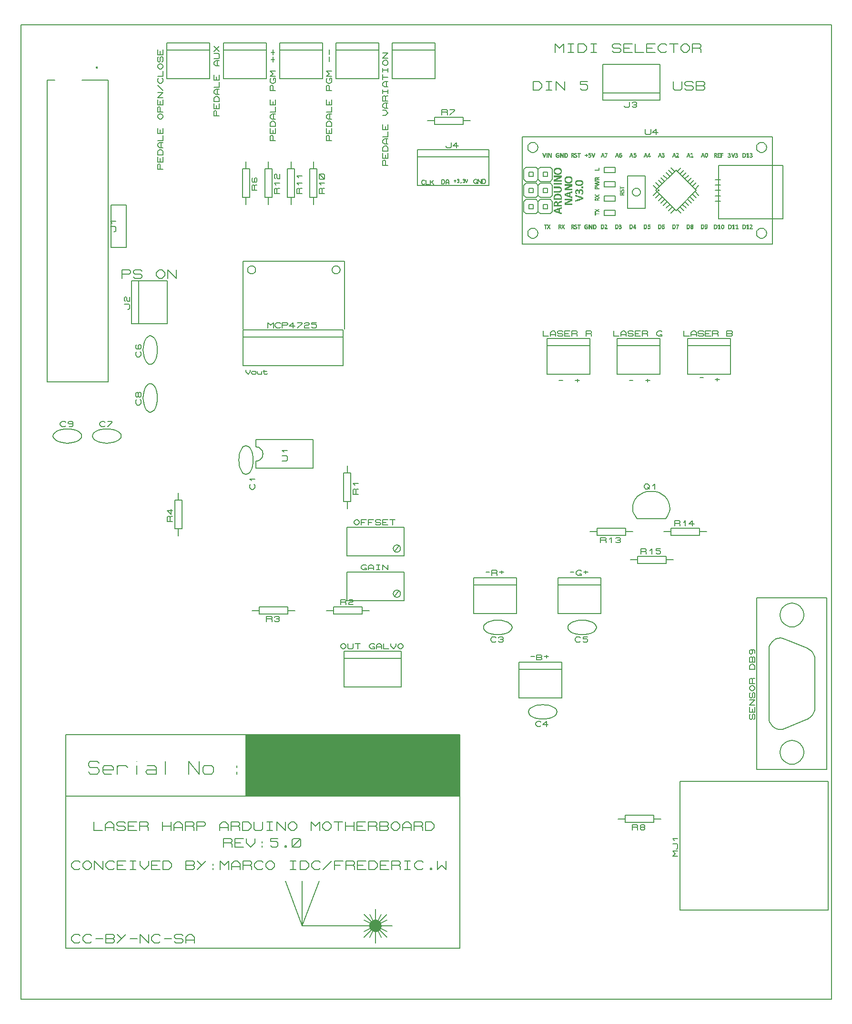
<source format=gbr>
G04 PROTEUS GERBER X2 FILE*
%TF.GenerationSoftware,Labcenter,Proteus,8.13-SP0-Build31525*%
%TF.CreationDate,2025-10-26T19:34:57+00:00*%
%TF.FileFunction,Legend,Top*%
%TF.FilePolarity,Positive*%
%TF.Part,Single*%
%TF.SameCoordinates,{9d0e3b42-97eb-446b-a350-d4abe811863b}*%
%FSLAX45Y45*%
%MOMM*%
G01*
%TA.AperFunction,Material*%
%ADD24C,0.203200*%
%ADD25C,0.063500*%
%ADD26C,0.127000*%
%TA.AperFunction,Profile*%
%ADD23C,0.203200*%
%TA.AperFunction,Material*%
%ADD27C,0.200000*%
%TD.AperFunction*%
G36*
X+3400000Y-11500000D02*
X+3400000Y-10400000D01*
X+7200000Y-10400000D01*
X+7200000Y-11500000D01*
X+3400000Y-11500000D01*
G37*
D24*
X+8305500Y-1690500D02*
X+12750500Y-1690500D01*
X+12750500Y+214500D01*
X+8305500Y+214500D01*
X+8305500Y-1690500D01*
X+8585802Y-1500000D02*
X+8585497Y-1492605D01*
X+8583018Y-1477813D01*
X+8577835Y-1463021D01*
X+8569377Y-1448229D01*
X+8556436Y-1433578D01*
X+8541644Y-1422663D01*
X+8526852Y-1415664D01*
X+8512060Y-1411646D01*
X+8497268Y-1410207D01*
X+8496000Y-1410198D01*
X+8406198Y-1500000D02*
X+8406503Y-1492605D01*
X+8408982Y-1477813D01*
X+8414165Y-1463021D01*
X+8422623Y-1448229D01*
X+8435564Y-1433578D01*
X+8450356Y-1422663D01*
X+8465148Y-1415664D01*
X+8479940Y-1411646D01*
X+8494732Y-1410207D01*
X+8496000Y-1410198D01*
X+8406198Y-1500000D02*
X+8406503Y-1507395D01*
X+8408982Y-1522187D01*
X+8414165Y-1536979D01*
X+8422623Y-1551771D01*
X+8435564Y-1566422D01*
X+8450356Y-1577337D01*
X+8465148Y-1584336D01*
X+8479940Y-1588354D01*
X+8494732Y-1589793D01*
X+8496000Y-1589802D01*
X+8585802Y-1500000D02*
X+8585497Y-1507395D01*
X+8583018Y-1522187D01*
X+8577835Y-1536979D01*
X+8569377Y-1551771D01*
X+8556436Y-1566422D01*
X+8541644Y-1577337D01*
X+8526852Y-1584336D01*
X+8512060Y-1588354D01*
X+8497268Y-1589793D01*
X+8496000Y-1589802D01*
X+8585802Y+24000D02*
X+8585497Y+31395D01*
X+8583018Y+46187D01*
X+8577835Y+60979D01*
X+8569377Y+75771D01*
X+8556436Y+90422D01*
X+8541644Y+101337D01*
X+8526852Y+108336D01*
X+8512060Y+112354D01*
X+8497268Y+113793D01*
X+8496000Y+113802D01*
X+8406198Y+24000D02*
X+8406503Y+31395D01*
X+8408982Y+46187D01*
X+8414165Y+60979D01*
X+8422623Y+75771D01*
X+8435564Y+90422D01*
X+8450356Y+101337D01*
X+8465148Y+108336D01*
X+8479940Y+112354D01*
X+8494732Y+113793D01*
X+8496000Y+113802D01*
X+8406198Y+24000D02*
X+8406503Y+16605D01*
X+8408982Y+1813D01*
X+8414165Y-12979D01*
X+8422623Y-27771D01*
X+8435564Y-42422D01*
X+8450356Y-53337D01*
X+8465148Y-60336D01*
X+8479940Y-64354D01*
X+8494732Y-65793D01*
X+8496000Y-65802D01*
X+8585802Y+24000D02*
X+8585497Y+16605D01*
X+8583018Y+1813D01*
X+8577835Y-12979D01*
X+8569377Y-27771D01*
X+8556436Y-42422D01*
X+8541644Y-53337D01*
X+8526852Y-60336D01*
X+8512060Y-64354D01*
X+8497268Y-65793D01*
X+8496000Y-65802D01*
X+12649802Y+24000D02*
X+12649497Y+31395D01*
X+12647018Y+46187D01*
X+12641835Y+60979D01*
X+12633377Y+75771D01*
X+12620436Y+90422D01*
X+12605644Y+101337D01*
X+12590852Y+108336D01*
X+12576060Y+112354D01*
X+12561268Y+113793D01*
X+12560000Y+113802D01*
X+12470198Y+24000D02*
X+12470503Y+31395D01*
X+12472982Y+46187D01*
X+12478165Y+60979D01*
X+12486623Y+75771D01*
X+12499564Y+90422D01*
X+12514356Y+101337D01*
X+12529148Y+108336D01*
X+12543940Y+112354D01*
X+12558732Y+113793D01*
X+12560000Y+113802D01*
X+12470198Y+24000D02*
X+12470503Y+16605D01*
X+12472982Y+1813D01*
X+12478165Y-12979D01*
X+12486623Y-27771D01*
X+12499564Y-42422D01*
X+12514356Y-53337D01*
X+12529148Y-60336D01*
X+12543940Y-64354D01*
X+12558732Y-65793D01*
X+12560000Y-65802D01*
X+12649802Y+24000D02*
X+12649497Y+16605D01*
X+12647018Y+1813D01*
X+12641835Y-12979D01*
X+12633377Y-27771D01*
X+12620436Y-42422D01*
X+12605644Y-53337D01*
X+12590852Y-60336D01*
X+12576060Y-64354D01*
X+12561268Y-65793D01*
X+12560000Y-65802D01*
X+12649802Y-1500000D02*
X+12649497Y-1492605D01*
X+12647018Y-1477813D01*
X+12641835Y-1463021D01*
X+12633377Y-1448229D01*
X+12620436Y-1433578D01*
X+12605644Y-1422663D01*
X+12590852Y-1415664D01*
X+12576060Y-1411646D01*
X+12561268Y-1410207D01*
X+12560000Y-1410198D01*
X+12470198Y-1500000D02*
X+12470503Y-1492605D01*
X+12472982Y-1477813D01*
X+12478165Y-1463021D01*
X+12486623Y-1448229D01*
X+12499564Y-1433578D01*
X+12514356Y-1422663D01*
X+12529148Y-1415664D01*
X+12543940Y-1411646D01*
X+12558732Y-1410207D01*
X+12560000Y-1410198D01*
X+12470198Y-1500000D02*
X+12470503Y-1507395D01*
X+12472982Y-1522187D01*
X+12478165Y-1536979D01*
X+12486623Y-1551771D01*
X+12499564Y-1566422D01*
X+12514356Y-1577337D01*
X+12529148Y-1584336D01*
X+12543940Y-1588354D01*
X+12558732Y-1589793D01*
X+12560000Y-1589802D01*
X+12649802Y-1500000D02*
X+12649497Y-1507395D01*
X+12647018Y-1522187D01*
X+12641835Y-1536979D01*
X+12633377Y-1551771D01*
X+12620436Y-1566422D01*
X+12605644Y-1577337D01*
X+12590852Y-1584336D01*
X+12576060Y-1588354D01*
X+12561268Y-1589793D01*
X+12560000Y-1589802D01*
X+10739791Y-733513D02*
X+10739756Y-732682D01*
X+10739475Y-731018D01*
X+10738885Y-729354D01*
X+10737921Y-727690D01*
X+10736446Y-726049D01*
X+10734782Y-724848D01*
X+10733118Y-724083D01*
X+10731454Y-723652D01*
X+10729791Y-723513D01*
X+10719791Y-733513D02*
X+10719826Y-732682D01*
X+10720107Y-731018D01*
X+10720697Y-729354D01*
X+10721661Y-727690D01*
X+10723136Y-726049D01*
X+10724800Y-724848D01*
X+10726464Y-724083D01*
X+10728128Y-723652D01*
X+10729791Y-723513D01*
X+10719791Y-733513D02*
X+10719826Y-734344D01*
X+10720107Y-736008D01*
X+10720697Y-737672D01*
X+10721661Y-739336D01*
X+10723136Y-740977D01*
X+10724800Y-742178D01*
X+10726464Y-742943D01*
X+10728128Y-743374D01*
X+10729791Y-743513D01*
X+10739791Y-733513D02*
X+10739756Y-734344D01*
X+10739475Y-736008D01*
X+10738885Y-737672D01*
X+10737921Y-739336D01*
X+10736446Y-740977D01*
X+10734782Y-742178D01*
X+10733118Y-742943D01*
X+10731454Y-743374D01*
X+10729791Y-743513D01*
X+10704688Y-715549D02*
X+10637336Y-648197D01*
X+10749589Y-670648D02*
X+10682237Y-603296D01*
X+10794491Y-625747D02*
X+10727139Y-558395D01*
X+10839392Y-580845D02*
X+10772040Y-513493D01*
X+10884293Y-535944D02*
X+10816941Y-468592D01*
X+10929194Y-491043D02*
X+10861842Y-423691D01*
X+10974096Y-446142D02*
X+10906744Y-378790D01*
X+11018997Y-401240D02*
X+10951645Y-333888D01*
X+11131250Y-1142111D02*
X+11063898Y-1074759D01*
X+11176151Y-1097210D02*
X+11108799Y-1029858D01*
X+11221053Y-1052309D02*
X+11153701Y-984957D01*
X+11265954Y-1007408D02*
X+11198602Y-940056D01*
X+11310855Y-962506D02*
X+11243503Y-895154D01*
X+11355757Y-917605D02*
X+11288405Y-850253D01*
X+11400658Y-872704D02*
X+11333306Y-805352D01*
X+11445559Y-827802D02*
X+11378207Y-760450D01*
X+11378207Y-715549D02*
X+11445559Y-648197D01*
X+11333306Y-670648D02*
X+11400658Y-603296D01*
X+11288405Y-625747D02*
X+11355757Y-558395D01*
X+11243503Y-580845D02*
X+11310855Y-513493D01*
X+11198602Y-535944D02*
X+11265954Y-468592D01*
X+11153701Y-491043D02*
X+11221053Y-423691D01*
X+11108799Y-446142D02*
X+11176151Y-378790D01*
X+11063898Y-401240D02*
X+11131250Y-333888D01*
X+11041448Y-1097210D02*
X+11400658Y-738000D01*
X+11041448Y-378790D01*
X+10682238Y-738000D01*
X+11041448Y-1097210D01*
X+10951645Y-1142111D02*
X+11018997Y-1074759D01*
X+10906744Y-1097210D02*
X+10974096Y-1029858D01*
X+10861842Y-1052309D02*
X+10929194Y-984957D01*
X+10816941Y-1007408D02*
X+10884293Y-940056D01*
X+10772040Y-962506D02*
X+10839392Y-895154D01*
X+10727139Y-917605D02*
X+10794491Y-850253D01*
X+10682237Y-872704D02*
X+10749589Y-805352D01*
X+10637336Y-827802D02*
X+10704688Y-760450D01*
X+11829750Y-547500D02*
X+11734500Y-547500D01*
X+11829750Y-642750D02*
X+11734500Y-642750D01*
X+11829750Y-738000D02*
X+11734500Y-738000D01*
X+11829750Y-833250D02*
X+11734500Y-833250D01*
X+11829750Y-928500D02*
X+11734500Y-928500D01*
X+10178750Y-1055500D02*
X+10496250Y-1055500D01*
X+10496250Y-484000D01*
X+10178750Y-484000D01*
X+10178750Y-1055500D01*
X+10408495Y-769750D02*
X+10408253Y-763889D01*
X+10406283Y-752166D01*
X+10402164Y-740443D01*
X+10395438Y-728720D01*
X+10385149Y-717121D01*
X+10373426Y-708516D01*
X+10361703Y-703008D01*
X+10349980Y-699861D01*
X+10338257Y-698759D01*
X+10337500Y-698755D01*
X+10266505Y-769750D02*
X+10266747Y-763889D01*
X+10268717Y-752166D01*
X+10272836Y-740443D01*
X+10279562Y-728720D01*
X+10289851Y-717121D01*
X+10301574Y-708516D01*
X+10313297Y-703008D01*
X+10325020Y-699861D01*
X+10336743Y-698759D01*
X+10337500Y-698755D01*
X+10266505Y-769750D02*
X+10266747Y-775611D01*
X+10268717Y-787334D01*
X+10272836Y-799057D01*
X+10279562Y-810780D01*
X+10289851Y-822379D01*
X+10301574Y-830984D01*
X+10313297Y-836492D01*
X+10325020Y-839639D01*
X+10336743Y-840741D01*
X+10337500Y-840745D01*
X+10408495Y-769750D02*
X+10408253Y-775611D01*
X+10406283Y-787334D01*
X+10402164Y-799057D01*
X+10395438Y-810780D01*
X+10385149Y-822379D01*
X+10373426Y-830984D01*
X+10361703Y-836492D01*
X+10349980Y-839639D01*
X+10338257Y-840741D01*
X+10337500Y-840745D01*
X+9766000Y-674500D02*
X+9956500Y-674500D01*
X+9956500Y-579250D01*
X+9766000Y-579250D01*
X+9766000Y-674500D01*
X+9766000Y-420500D02*
X+9956500Y-420500D01*
X+9956500Y-325250D01*
X+9766000Y-325250D01*
X+9766000Y-420500D01*
X+9766000Y-1182500D02*
X+9956500Y-1182500D01*
X+9956500Y-1087250D01*
X+9766000Y-1087250D01*
X+9766000Y-1182500D01*
X+9766000Y-928500D02*
X+9956500Y-928500D01*
X+9956500Y-833250D01*
X+9766000Y-833250D01*
X+9766000Y-928500D01*
X+8680150Y-490350D02*
X+8756350Y-490350D01*
X+8756350Y-414150D01*
X+8680150Y-414150D01*
X+8680150Y-490350D01*
X+8426150Y-490350D02*
X+8502350Y-490350D01*
X+8502350Y-414150D01*
X+8426150Y-414150D01*
X+8426150Y-490350D01*
X+8337250Y-363350D02*
X+8375350Y-325250D01*
X+8553150Y-325250D02*
X+8591250Y-363350D01*
X+8629350Y-325250D01*
X+8807150Y-325250D02*
X+8845250Y-363350D01*
X+8845250Y-541150D01*
X+8807150Y-579250D01*
X+8629350Y-579250D01*
X+8591250Y-541150D01*
X+8553150Y-579250D01*
X+8375350Y-579250D01*
X+8337250Y-541150D01*
X+8337250Y-363350D01*
X+8591250Y-363350D02*
X+8591250Y-541150D01*
X+8375350Y-325250D02*
X+8553150Y-325250D01*
X+8629350Y-325250D02*
X+8807150Y-325250D01*
X+8680150Y-776100D02*
X+8756350Y-776100D01*
X+8756350Y-699900D01*
X+8680150Y-699900D01*
X+8680150Y-776100D01*
X+8426150Y-776100D02*
X+8502350Y-776100D01*
X+8502350Y-699900D01*
X+8426150Y-699900D01*
X+8426150Y-776100D01*
X+8337250Y-649100D02*
X+8375350Y-611000D01*
X+8553150Y-611000D02*
X+8591250Y-649100D01*
X+8629350Y-611000D01*
X+8807150Y-611000D02*
X+8845250Y-649100D01*
X+8845250Y-826900D01*
X+8807150Y-865000D01*
X+8629350Y-865000D01*
X+8591250Y-826900D01*
X+8553150Y-865000D01*
X+8375350Y-865000D01*
X+8337250Y-826900D01*
X+8337250Y-649100D01*
X+8591250Y-649100D02*
X+8591250Y-826900D01*
X+8375350Y-611000D02*
X+8553150Y-611000D01*
X+8629350Y-611000D02*
X+8807150Y-611000D01*
X+8680150Y-1061850D02*
X+8756350Y-1061850D01*
X+8756350Y-985650D01*
X+8680150Y-985650D01*
X+8680150Y-1061850D01*
X+8426150Y-1061850D02*
X+8502350Y-1061850D01*
X+8502350Y-985650D01*
X+8426150Y-985650D01*
X+8426150Y-1061850D01*
X+8337250Y-934850D02*
X+8375350Y-896750D01*
X+8553150Y-896750D02*
X+8591250Y-934850D01*
X+8629350Y-896750D01*
X+8807150Y-896750D02*
X+8845250Y-934850D01*
X+8845250Y-1112650D01*
X+8807150Y-1150750D01*
X+8629350Y-1150750D01*
X+8591250Y-1112650D01*
X+8553150Y-1150750D01*
X+8375350Y-1150750D01*
X+8337250Y-1112650D01*
X+8337250Y-934850D01*
X+8591250Y-934850D02*
X+8591250Y-1112650D01*
X+8375350Y-896750D02*
X+8553150Y-896750D01*
X+8629350Y-896750D02*
X+8807150Y-896750D01*
D25*
X+8869634Y-1106684D02*
X+8869634Y-1086364D01*
X+8869634Y-1015244D02*
X+8869634Y-959364D01*
X+8869634Y-898404D02*
X+8869634Y-837444D01*
X+8869634Y-771404D02*
X+8869634Y-751084D01*
X+8869634Y-690124D02*
X+8869634Y-669804D01*
X+8869634Y-629164D02*
X+8869634Y-608844D01*
X+8869634Y-578364D02*
X+8869634Y-552964D01*
X+8869634Y-497084D02*
X+8869634Y-476764D01*
X+8869634Y-415804D02*
X+8869634Y-375164D01*
X+8874714Y-1106684D02*
X+8874714Y-1081284D01*
X+8874714Y-1015244D02*
X+8874714Y-949204D01*
X+8874714Y-898404D02*
X+8874714Y-827284D01*
X+8874714Y-771404D02*
X+8874714Y-751084D01*
X+8874714Y-690124D02*
X+8874714Y-669804D01*
X+8874714Y-629164D02*
X+8874714Y-608844D01*
X+8874714Y-578364D02*
X+8874714Y-547884D01*
X+8874714Y-497084D02*
X+8874714Y-476764D01*
X+8874714Y-425964D02*
X+8874714Y-359924D01*
X+8879794Y-1111764D02*
X+8879794Y-1081284D01*
X+8879794Y-1015244D02*
X+8879794Y-944124D01*
X+8879794Y-898404D02*
X+8879794Y-817124D01*
X+8879794Y-771404D02*
X+8879794Y-751084D01*
X+8879794Y-690124D02*
X+8879794Y-669804D01*
X+8879794Y-629164D02*
X+8879794Y-608844D01*
X+8879794Y-578364D02*
X+8879794Y-542804D01*
X+8879794Y-497084D02*
X+8879794Y-476764D01*
X+8879794Y-436124D02*
X+8879794Y-354844D01*
X+8884874Y-1111764D02*
X+8884874Y-1081284D01*
X+8884874Y-1015244D02*
X+8884874Y-994924D01*
X+8884874Y-964444D02*
X+8884874Y-939044D01*
X+8884874Y-898404D02*
X+8884874Y-878084D01*
X+8884874Y-842524D02*
X+8884874Y-812044D01*
X+8884874Y-771404D02*
X+8884874Y-751084D01*
X+8884874Y-690124D02*
X+8884874Y-669804D01*
X+8884874Y-629164D02*
X+8884874Y-608844D01*
X+8884874Y-578364D02*
X+8884874Y-542804D01*
X+8884874Y-497084D02*
X+8884874Y-476764D01*
X+8884874Y-441204D02*
X+8884874Y-410724D01*
X+8884874Y-380244D02*
X+8884874Y-349764D01*
X+8889954Y-1116844D02*
X+8889954Y-1076204D01*
X+8889954Y-1015244D02*
X+8889954Y-994924D01*
X+8889954Y-959364D02*
X+8889954Y-933964D01*
X+8889954Y-898404D02*
X+8889954Y-878084D01*
X+8889954Y-832364D02*
X+8889954Y-806964D01*
X+8889954Y-771404D02*
X+8889954Y-751084D01*
X+8889954Y-690124D02*
X+8889954Y-669804D01*
X+8889954Y-629164D02*
X+8889954Y-608844D01*
X+8889954Y-578364D02*
X+8889954Y-537724D01*
X+8889954Y-497084D02*
X+8889954Y-476764D01*
X+8889954Y-446284D02*
X+8889954Y-420884D01*
X+8889954Y-370084D02*
X+8889954Y-344684D01*
X+8895034Y-1116844D02*
X+8895034Y-1101604D01*
X+8895034Y-1091444D02*
X+8895034Y-1076204D01*
X+8895034Y-1015244D02*
X+8895034Y-994924D01*
X+8895034Y-954284D02*
X+8895034Y-933964D01*
X+8895034Y-898404D02*
X+8895034Y-878084D01*
X+8895034Y-827284D02*
X+8895034Y-806964D01*
X+8895034Y-771404D02*
X+8895034Y-751084D01*
X+8895034Y-690124D02*
X+8895034Y-669804D01*
X+8895034Y-629164D02*
X+8895034Y-608844D01*
X+8895034Y-578364D02*
X+8895034Y-558044D01*
X+8895034Y-552964D02*
X+8895034Y-537724D01*
X+8895034Y-497084D02*
X+8895034Y-476764D01*
X+8895034Y-446284D02*
X+8895034Y-425964D01*
X+8895034Y-365004D02*
X+8895034Y-344684D01*
X+8900114Y-1116844D02*
X+8900114Y-1101604D01*
X+8900114Y-1091444D02*
X+8900114Y-1071124D01*
X+8900114Y-1015244D02*
X+8900114Y-994924D01*
X+8900114Y-954284D02*
X+8900114Y-933964D01*
X+8900114Y-898404D02*
X+8900114Y-878084D01*
X+8900114Y-827284D02*
X+8900114Y-801884D01*
X+8900114Y-771404D02*
X+8900114Y-751084D01*
X+8900114Y-690124D02*
X+8900114Y-669804D01*
X+8900114Y-629164D02*
X+8900114Y-608844D01*
X+8900114Y-578364D02*
X+8900114Y-558044D01*
X+8900114Y-552964D02*
X+8900114Y-532644D01*
X+8900114Y-497084D02*
X+8900114Y-476764D01*
X+8900114Y-451364D02*
X+8900114Y-425964D01*
X+8900114Y-359924D02*
X+8900114Y-339604D01*
X+8905194Y-1121924D02*
X+8905194Y-1101604D01*
X+8905194Y-1091444D02*
X+8905194Y-1071124D01*
X+8905194Y-1015244D02*
X+8905194Y-994924D01*
X+8905194Y-954284D02*
X+8905194Y-933964D01*
X+8905194Y-898404D02*
X+8905194Y-878084D01*
X+8905194Y-822204D02*
X+8905194Y-801884D01*
X+8905194Y-771404D02*
X+8905194Y-751084D01*
X+8905194Y-690124D02*
X+8905194Y-669804D01*
X+8905194Y-629164D02*
X+8905194Y-608844D01*
X+8905194Y-578364D02*
X+8905194Y-558044D01*
X+8905194Y-547884D02*
X+8905194Y-532644D01*
X+8905194Y-497084D02*
X+8905194Y-476764D01*
X+8905194Y-451364D02*
X+8905194Y-431044D01*
X+8905194Y-359924D02*
X+8905194Y-339604D01*
X+8910274Y-1121924D02*
X+8910274Y-1106684D01*
X+8910274Y-1086364D02*
X+8910274Y-1071124D01*
X+8910274Y-1015244D02*
X+8910274Y-994924D01*
X+8910274Y-954284D02*
X+8910274Y-933964D01*
X+8910274Y-898404D02*
X+8910274Y-878084D01*
X+8910274Y-822204D02*
X+8910274Y-801884D01*
X+8910274Y-771404D02*
X+8910274Y-751084D01*
X+8910274Y-690124D02*
X+8910274Y-669804D01*
X+8910274Y-629164D02*
X+8910274Y-608844D01*
X+8910274Y-578364D02*
X+8910274Y-558044D01*
X+8910274Y-547884D02*
X+8910274Y-527564D01*
X+8910274Y-497084D02*
X+8910274Y-476764D01*
X+8910274Y-451364D02*
X+8910274Y-431044D01*
X+8910274Y-359924D02*
X+8910274Y-334524D01*
X+8915354Y-1121924D02*
X+8915354Y-1106684D01*
X+8915354Y-1086364D02*
X+8915354Y-1066044D01*
X+8915354Y-1015244D02*
X+8915354Y-994924D01*
X+8915354Y-954284D02*
X+8915354Y-933964D01*
X+8915354Y-898404D02*
X+8915354Y-878084D01*
X+8915354Y-817124D02*
X+8915354Y-796804D01*
X+8915354Y-771404D02*
X+8915354Y-751084D01*
X+8915354Y-690124D02*
X+8915354Y-669804D01*
X+8915354Y-629164D02*
X+8915354Y-608844D01*
X+8915354Y-578364D02*
X+8915354Y-558044D01*
X+8915354Y-542804D02*
X+8915354Y-527564D01*
X+8915354Y-497084D02*
X+8915354Y-476764D01*
X+8915354Y-456444D02*
X+8915354Y-436124D01*
X+8915354Y-354844D02*
X+8915354Y-334524D01*
X+8920434Y-1127004D02*
X+8920434Y-1106684D01*
X+8920434Y-1086364D02*
X+8920434Y-1066044D01*
X+8920434Y-1015244D02*
X+8920434Y-994924D01*
X+8920434Y-959364D02*
X+8920434Y-939044D01*
X+8920434Y-898404D02*
X+8920434Y-878084D01*
X+8920434Y-817124D02*
X+8920434Y-796804D01*
X+8920434Y-771404D02*
X+8920434Y-751084D01*
X+8920434Y-690124D02*
X+8920434Y-669804D01*
X+8920434Y-629164D02*
X+8920434Y-608844D01*
X+8920434Y-578364D02*
X+8920434Y-558044D01*
X+8920434Y-542804D02*
X+8920434Y-522484D01*
X+8920434Y-497084D02*
X+8920434Y-476764D01*
X+8920434Y-456444D02*
X+8920434Y-436124D01*
X+8920434Y-354844D02*
X+8920434Y-334524D01*
X+8925514Y-1127004D02*
X+8925514Y-1111764D01*
X+8925514Y-1081284D02*
X+8925514Y-1066044D01*
X+8925514Y-1015244D02*
X+8925514Y-994924D01*
X+8925514Y-964444D02*
X+8925514Y-939044D01*
X+8925514Y-898404D02*
X+8925514Y-878084D01*
X+8925514Y-817124D02*
X+8925514Y-796804D01*
X+8925514Y-771404D02*
X+8925514Y-751084D01*
X+8925514Y-690124D02*
X+8925514Y-669804D01*
X+8925514Y-629164D02*
X+8925514Y-608844D01*
X+8925514Y-578364D02*
X+8925514Y-558044D01*
X+8925514Y-542804D02*
X+8925514Y-522484D01*
X+8925514Y-497084D02*
X+8925514Y-476764D01*
X+8925514Y-456444D02*
X+8925514Y-436124D01*
X+8925514Y-354844D02*
X+8925514Y-334524D01*
X+8930594Y-1127004D02*
X+8930594Y-1111764D01*
X+8930594Y-1081284D02*
X+8930594Y-1060964D01*
X+8930594Y-1015244D02*
X+8930594Y-944124D01*
X+8930594Y-898404D02*
X+8930594Y-878084D01*
X+8930594Y-817124D02*
X+8930594Y-796804D01*
X+8930594Y-771404D02*
X+8930594Y-751084D01*
X+8930594Y-690124D02*
X+8930594Y-669804D01*
X+8930594Y-629164D02*
X+8930594Y-608844D01*
X+8930594Y-578364D02*
X+8930594Y-558044D01*
X+8930594Y-537724D02*
X+8930594Y-517404D01*
X+8930594Y-497084D02*
X+8930594Y-476764D01*
X+8930594Y-456444D02*
X+8930594Y-436124D01*
X+8930594Y-354844D02*
X+8930594Y-334524D01*
X+8935674Y-1132084D02*
X+8935674Y-1111764D01*
X+8935674Y-1081284D02*
X+8935674Y-1060964D01*
X+8935674Y-1015244D02*
X+8935674Y-954284D01*
X+8935674Y-898404D02*
X+8935674Y-878084D01*
X+8935674Y-817124D02*
X+8935674Y-796804D01*
X+8935674Y-771404D02*
X+8935674Y-751084D01*
X+8935674Y-690124D02*
X+8935674Y-669804D01*
X+8935674Y-629164D02*
X+8935674Y-608844D01*
X+8935674Y-578364D02*
X+8935674Y-558044D01*
X+8935674Y-537724D02*
X+8935674Y-517404D01*
X+8935674Y-497084D02*
X+8935674Y-476764D01*
X+8935674Y-456444D02*
X+8935674Y-436124D01*
X+8935674Y-354844D02*
X+8935674Y-334524D01*
X+8940754Y-1132084D02*
X+8940754Y-1116844D01*
X+8940754Y-1076204D02*
X+8940754Y-1060964D01*
X+8940754Y-1015244D02*
X+8940754Y-954284D01*
X+8940754Y-898404D02*
X+8940754Y-878084D01*
X+8940754Y-817124D02*
X+8940754Y-796804D01*
X+8940754Y-771404D02*
X+8940754Y-751084D01*
X+8940754Y-690124D02*
X+8940754Y-669804D01*
X+8940754Y-629164D02*
X+8940754Y-608844D01*
X+8940754Y-578364D02*
X+8940754Y-558044D01*
X+8940754Y-532644D02*
X+8940754Y-512324D01*
X+8940754Y-497084D02*
X+8940754Y-476764D01*
X+8940754Y-456444D02*
X+8940754Y-436124D01*
X+8940754Y-354844D02*
X+8940754Y-334524D01*
X+8945834Y-1132084D02*
X+8945834Y-1116844D01*
X+8945834Y-1076204D02*
X+8945834Y-1055884D01*
X+8945834Y-1015244D02*
X+8945834Y-994924D01*
X+8945834Y-969524D02*
X+8945834Y-949204D01*
X+8945834Y-898404D02*
X+8945834Y-878084D01*
X+8945834Y-817124D02*
X+8945834Y-796804D01*
X+8945834Y-771404D02*
X+8945834Y-751084D01*
X+8945834Y-690124D02*
X+8945834Y-669804D01*
X+8945834Y-629164D02*
X+8945834Y-608844D01*
X+8945834Y-578364D02*
X+8945834Y-558044D01*
X+8945834Y-532644D02*
X+8945834Y-512324D01*
X+8945834Y-497084D02*
X+8945834Y-476764D01*
X+8945834Y-456444D02*
X+8945834Y-436124D01*
X+8945834Y-354844D02*
X+8945834Y-334524D01*
X+8950914Y-1137164D02*
X+8950914Y-1116844D01*
X+8950914Y-1076204D02*
X+8950914Y-1055884D01*
X+8950914Y-1015244D02*
X+8950914Y-994924D01*
X+8950914Y-964444D02*
X+8950914Y-944124D01*
X+8950914Y-898404D02*
X+8950914Y-878084D01*
X+8950914Y-817124D02*
X+8950914Y-796804D01*
X+8950914Y-771404D02*
X+8950914Y-751084D01*
X+8950914Y-690124D02*
X+8950914Y-669804D01*
X+8950914Y-629164D02*
X+8950914Y-608844D01*
X+8950914Y-578364D02*
X+8950914Y-558044D01*
X+8950914Y-527564D02*
X+8950914Y-507244D01*
X+8950914Y-497084D02*
X+8950914Y-476764D01*
X+8950914Y-456444D02*
X+8950914Y-436124D01*
X+8950914Y-354844D02*
X+8950914Y-334524D01*
X+8955994Y-1137164D02*
X+8955994Y-1055884D01*
X+8955994Y-1015244D02*
X+8955994Y-994924D01*
X+8955994Y-964444D02*
X+8955994Y-944124D01*
X+8955994Y-898404D02*
X+8955994Y-878084D01*
X+8955994Y-817124D02*
X+8955994Y-796804D01*
X+8955994Y-771404D02*
X+8955994Y-751084D01*
X+8955994Y-690124D02*
X+8955994Y-669804D01*
X+8955994Y-629164D02*
X+8955994Y-608844D01*
X+8955994Y-578364D02*
X+8955994Y-558044D01*
X+8955994Y-527564D02*
X+8955994Y-507244D01*
X+8955994Y-497084D02*
X+8955994Y-476764D01*
X+8955994Y-456444D02*
X+8955994Y-436124D01*
X+8955994Y-354844D02*
X+8955994Y-334524D01*
X+8961074Y-1142244D02*
X+8961074Y-1050804D01*
X+8961074Y-1015244D02*
X+8961074Y-994924D01*
X+8961074Y-959364D02*
X+8961074Y-939044D01*
X+8961074Y-898404D02*
X+8961074Y-878084D01*
X+8961074Y-822204D02*
X+8961074Y-801884D01*
X+8961074Y-771404D02*
X+8961074Y-751084D01*
X+8961074Y-690124D02*
X+8961074Y-669804D01*
X+8961074Y-629164D02*
X+8961074Y-608844D01*
X+8961074Y-578364D02*
X+8961074Y-558044D01*
X+8961074Y-522484D02*
X+8961074Y-507244D01*
X+8961074Y-497084D02*
X+8961074Y-476764D01*
X+8961074Y-456444D02*
X+8961074Y-431044D01*
X+8961074Y-359924D02*
X+8961074Y-339604D01*
X+8966154Y-1142244D02*
X+8966154Y-1050804D01*
X+8966154Y-1015244D02*
X+8966154Y-994924D01*
X+8966154Y-959364D02*
X+8966154Y-939044D01*
X+8966154Y-898404D02*
X+8966154Y-878084D01*
X+8966154Y-822204D02*
X+8966154Y-801884D01*
X+8966154Y-771404D02*
X+8966154Y-751084D01*
X+8966154Y-690124D02*
X+8966154Y-669804D01*
X+8966154Y-629164D02*
X+8966154Y-608844D01*
X+8966154Y-578364D02*
X+8966154Y-558044D01*
X+8966154Y-522484D02*
X+8966154Y-502164D01*
X+8966154Y-497084D02*
X+8966154Y-476764D01*
X+8966154Y-451364D02*
X+8966154Y-431044D01*
X+8966154Y-359924D02*
X+8966154Y-339604D01*
X+8971234Y-1142244D02*
X+8971234Y-1127004D01*
X+8971234Y-1066044D02*
X+8971234Y-1045724D01*
X+8971234Y-1015244D02*
X+8971234Y-994924D01*
X+8971234Y-954284D02*
X+8971234Y-933964D01*
X+8971234Y-898404D02*
X+8971234Y-878084D01*
X+8971234Y-827284D02*
X+8971234Y-801884D01*
X+8971234Y-771404D02*
X+8971234Y-746004D01*
X+8971234Y-695204D02*
X+8971234Y-674884D01*
X+8971234Y-629164D02*
X+8971234Y-608844D01*
X+8971234Y-578364D02*
X+8971234Y-558044D01*
X+8971234Y-517404D02*
X+8971234Y-502164D01*
X+8971234Y-497084D02*
X+8971234Y-476764D01*
X+8971234Y-451364D02*
X+8971234Y-431044D01*
X+8971234Y-365004D02*
X+8971234Y-339604D01*
X+8976314Y-1147324D02*
X+8976314Y-1127004D01*
X+8976314Y-1066044D02*
X+8976314Y-1045724D01*
X+8976314Y-1015244D02*
X+8976314Y-994924D01*
X+8976314Y-954284D02*
X+8976314Y-933964D01*
X+8976314Y-898404D02*
X+8976314Y-878084D01*
X+8976314Y-827284D02*
X+8976314Y-806964D01*
X+8976314Y-766324D02*
X+8976314Y-746004D01*
X+8976314Y-695204D02*
X+8976314Y-674884D01*
X+8976314Y-629164D02*
X+8976314Y-608844D01*
X+8976314Y-578364D02*
X+8976314Y-558044D01*
X+8976314Y-517404D02*
X+8976314Y-476764D01*
X+8976314Y-446284D02*
X+8976314Y-425964D01*
X+8976314Y-365004D02*
X+8976314Y-344684D01*
X+8981394Y-1147324D02*
X+8981394Y-1127004D01*
X+8981394Y-1066044D02*
X+8981394Y-1045724D01*
X+8981394Y-1015244D02*
X+8981394Y-994924D01*
X+8981394Y-949204D02*
X+8981394Y-933964D01*
X+8981394Y-898404D02*
X+8981394Y-878084D01*
X+8981394Y-832364D02*
X+8981394Y-812044D01*
X+8981394Y-766324D02*
X+8981394Y-740924D01*
X+8981394Y-700284D02*
X+8981394Y-674884D01*
X+8981394Y-629164D02*
X+8981394Y-608844D01*
X+8981394Y-578364D02*
X+8981394Y-558044D01*
X+8981394Y-512324D02*
X+8981394Y-476764D01*
X+8981394Y-446284D02*
X+8981394Y-420884D01*
X+8981394Y-370084D02*
X+8981394Y-344684D01*
X+8986474Y-1147324D02*
X+8986474Y-1132084D01*
X+8986474Y-1060964D02*
X+8986474Y-1040644D01*
X+8986474Y-1015244D02*
X+8986474Y-994924D01*
X+8986474Y-949204D02*
X+8986474Y-928884D01*
X+8986474Y-898404D02*
X+8986474Y-878084D01*
X+8986474Y-842524D02*
X+8986474Y-812044D01*
X+8986474Y-761244D02*
X+8986474Y-735844D01*
X+8986474Y-705364D02*
X+8986474Y-679964D01*
X+8986474Y-629164D02*
X+8986474Y-608844D01*
X+8986474Y-578364D02*
X+8986474Y-558044D01*
X+8986474Y-512324D02*
X+8986474Y-476764D01*
X+8986474Y-441204D02*
X+8986474Y-410724D01*
X+8986474Y-380244D02*
X+8986474Y-349764D01*
X+8991554Y-1152404D02*
X+8991554Y-1132084D01*
X+8991554Y-1060964D02*
X+8991554Y-1040644D01*
X+8991554Y-1015244D02*
X+8991554Y-994924D01*
X+8991554Y-949204D02*
X+8991554Y-928884D01*
X+8991554Y-898404D02*
X+8991554Y-817124D01*
X+8991554Y-756164D02*
X+8991554Y-685044D01*
X+8991554Y-629164D02*
X+8991554Y-608844D01*
X+8991554Y-578364D02*
X+8991554Y-558044D01*
X+8991554Y-507244D02*
X+8991554Y-476764D01*
X+8991554Y-436124D02*
X+8991554Y-354844D01*
X+8996634Y-1152404D02*
X+8996634Y-1132084D01*
X+8996634Y-1060964D02*
X+8996634Y-1040644D01*
X+8996634Y-1015244D02*
X+8996634Y-994924D01*
X+8996634Y-944124D02*
X+8996634Y-923804D01*
X+8996634Y-898404D02*
X+8996634Y-827284D01*
X+8996634Y-751084D02*
X+8996634Y-690124D01*
X+8996634Y-629164D02*
X+8996634Y-608844D01*
X+8996634Y-578364D02*
X+8996634Y-558044D01*
X+8996634Y-507244D02*
X+8996634Y-476764D01*
X+8996634Y-431044D02*
X+8996634Y-365004D01*
X+9001714Y-1152404D02*
X+9001714Y-1137164D01*
X+9001714Y-1055884D02*
X+9001714Y-1035564D01*
X+9001714Y-1015244D02*
X+9001714Y-994924D01*
X+9001714Y-944124D02*
X+9001714Y-923804D01*
X+9001714Y-898404D02*
X+9001714Y-842524D01*
X+9001714Y-740924D02*
X+9001714Y-700284D01*
X+9001714Y-629164D02*
X+9001714Y-608844D01*
X+9001714Y-578364D02*
X+9001714Y-558044D01*
X+9001714Y-502164D02*
X+9001714Y-476764D01*
X+9001714Y-415804D02*
X+9001714Y-375164D01*
X+9060134Y-988319D02*
X+9060134Y-962919D01*
X+9060134Y-907039D02*
X+9060134Y-886719D01*
X+9060134Y-820679D02*
X+9060134Y-800359D01*
X+9060134Y-729239D02*
X+9060134Y-703839D01*
X+9060134Y-647959D02*
X+9060134Y-627639D01*
X+9060134Y-566679D02*
X+9060134Y-526039D01*
X+9065214Y-988319D02*
X+9065214Y-957839D01*
X+9065214Y-907039D02*
X+9065214Y-886719D01*
X+9065214Y-820679D02*
X+9065214Y-795279D01*
X+9065214Y-729239D02*
X+9065214Y-698759D01*
X+9065214Y-647959D02*
X+9065214Y-627639D01*
X+9065214Y-576839D02*
X+9065214Y-510799D01*
X+9070294Y-988319D02*
X+9070294Y-952759D01*
X+9070294Y-907039D02*
X+9070294Y-886719D01*
X+9070294Y-825759D02*
X+9070294Y-795279D01*
X+9070294Y-729239D02*
X+9070294Y-693679D01*
X+9070294Y-647959D02*
X+9070294Y-627639D01*
X+9070294Y-586999D02*
X+9070294Y-505719D01*
X+9075374Y-988319D02*
X+9075374Y-952759D01*
X+9075374Y-907039D02*
X+9075374Y-886719D01*
X+9075374Y-825759D02*
X+9075374Y-795279D01*
X+9075374Y-729239D02*
X+9075374Y-693679D01*
X+9075374Y-647959D02*
X+9075374Y-627639D01*
X+9075374Y-592079D02*
X+9075374Y-561599D01*
X+9075374Y-531119D02*
X+9075374Y-500639D01*
X+9080454Y-988319D02*
X+9080454Y-947679D01*
X+9080454Y-907039D02*
X+9080454Y-886719D01*
X+9080454Y-830839D02*
X+9080454Y-790199D01*
X+9080454Y-729239D02*
X+9080454Y-688599D01*
X+9080454Y-647959D02*
X+9080454Y-627639D01*
X+9080454Y-597159D02*
X+9080454Y-571759D01*
X+9080454Y-520959D02*
X+9080454Y-495559D01*
X+9085534Y-988319D02*
X+9085534Y-967999D01*
X+9085534Y-962919D02*
X+9085534Y-947679D01*
X+9085534Y-907039D02*
X+9085534Y-886719D01*
X+9085534Y-830839D02*
X+9085534Y-815599D01*
X+9085534Y-805439D02*
X+9085534Y-790199D01*
X+9085534Y-729239D02*
X+9085534Y-708919D01*
X+9085534Y-703839D02*
X+9085534Y-688599D01*
X+9085534Y-647959D02*
X+9085534Y-627639D01*
X+9085534Y-597159D02*
X+9085534Y-576839D01*
X+9085534Y-515879D02*
X+9085534Y-495559D01*
X+9090614Y-988319D02*
X+9090614Y-967999D01*
X+9090614Y-962919D02*
X+9090614Y-942599D01*
X+9090614Y-907039D02*
X+9090614Y-886719D01*
X+9090614Y-830839D02*
X+9090614Y-815599D01*
X+9090614Y-805439D02*
X+9090614Y-785119D01*
X+9090614Y-729239D02*
X+9090614Y-708919D01*
X+9090614Y-703839D02*
X+9090614Y-683519D01*
X+9090614Y-647959D02*
X+9090614Y-627639D01*
X+9090614Y-602239D02*
X+9090614Y-576839D01*
X+9090614Y-510799D02*
X+9090614Y-490479D01*
X+9095694Y-988319D02*
X+9095694Y-967999D01*
X+9095694Y-957839D02*
X+9095694Y-942599D01*
X+9095694Y-907039D02*
X+9095694Y-886719D01*
X+9095694Y-835919D02*
X+9095694Y-815599D01*
X+9095694Y-805439D02*
X+9095694Y-785119D01*
X+9095694Y-729239D02*
X+9095694Y-708919D01*
X+9095694Y-698759D02*
X+9095694Y-683519D01*
X+9095694Y-647959D02*
X+9095694Y-627639D01*
X+9095694Y-602239D02*
X+9095694Y-581919D01*
X+9095694Y-510799D02*
X+9095694Y-490479D01*
X+9100774Y-988319D02*
X+9100774Y-967999D01*
X+9100774Y-957839D02*
X+9100774Y-937519D01*
X+9100774Y-907039D02*
X+9100774Y-886719D01*
X+9100774Y-835919D02*
X+9100774Y-820679D01*
X+9100774Y-800359D02*
X+9100774Y-785119D01*
X+9100774Y-729239D02*
X+9100774Y-708919D01*
X+9100774Y-698759D02*
X+9100774Y-678439D01*
X+9100774Y-647959D02*
X+9100774Y-627639D01*
X+9100774Y-602239D02*
X+9100774Y-581919D01*
X+9100774Y-510799D02*
X+9100774Y-485399D01*
X+9105854Y-988319D02*
X+9105854Y-967999D01*
X+9105854Y-952759D02*
X+9105854Y-937519D01*
X+9105854Y-907039D02*
X+9105854Y-886719D01*
X+9105854Y-835919D02*
X+9105854Y-820679D01*
X+9105854Y-800359D02*
X+9105854Y-780039D01*
X+9105854Y-729239D02*
X+9105854Y-708919D01*
X+9105854Y-693679D02*
X+9105854Y-678439D01*
X+9105854Y-647959D02*
X+9105854Y-627639D01*
X+9105854Y-607319D02*
X+9105854Y-586999D01*
X+9105854Y-505719D02*
X+9105854Y-485399D01*
X+9110934Y-988319D02*
X+9110934Y-967999D01*
X+9110934Y-952759D02*
X+9110934Y-932439D01*
X+9110934Y-907039D02*
X+9110934Y-886719D01*
X+9110934Y-840999D02*
X+9110934Y-820679D01*
X+9110934Y-800359D02*
X+9110934Y-780039D01*
X+9110934Y-729239D02*
X+9110934Y-708919D01*
X+9110934Y-693679D02*
X+9110934Y-673359D01*
X+9110934Y-647959D02*
X+9110934Y-627639D01*
X+9110934Y-607319D02*
X+9110934Y-586999D01*
X+9110934Y-505719D02*
X+9110934Y-485399D01*
X+9116014Y-988319D02*
X+9116014Y-967999D01*
X+9116014Y-952759D02*
X+9116014Y-932439D01*
X+9116014Y-907039D02*
X+9116014Y-886719D01*
X+9116014Y-840999D02*
X+9116014Y-825759D01*
X+9116014Y-795279D02*
X+9116014Y-780039D01*
X+9116014Y-729239D02*
X+9116014Y-708919D01*
X+9116014Y-693679D02*
X+9116014Y-673359D01*
X+9116014Y-647959D02*
X+9116014Y-627639D01*
X+9116014Y-607319D02*
X+9116014Y-586999D01*
X+9116014Y-505719D02*
X+9116014Y-485399D01*
X+9121094Y-988319D02*
X+9121094Y-967999D01*
X+9121094Y-947679D02*
X+9121094Y-927359D01*
X+9121094Y-907039D02*
X+9121094Y-886719D01*
X+9121094Y-840999D02*
X+9121094Y-825759D01*
X+9121094Y-795279D02*
X+9121094Y-774959D01*
X+9121094Y-729239D02*
X+9121094Y-708919D01*
X+9121094Y-688599D02*
X+9121094Y-668279D01*
X+9121094Y-647959D02*
X+9121094Y-627639D01*
X+9121094Y-607319D02*
X+9121094Y-586999D01*
X+9121094Y-505719D02*
X+9121094Y-485399D01*
X+9126174Y-988319D02*
X+9126174Y-967999D01*
X+9126174Y-947679D02*
X+9126174Y-927359D01*
X+9126174Y-907039D02*
X+9126174Y-886719D01*
X+9126174Y-846079D02*
X+9126174Y-825759D01*
X+9126174Y-795279D02*
X+9126174Y-774959D01*
X+9126174Y-729239D02*
X+9126174Y-708919D01*
X+9126174Y-688599D02*
X+9126174Y-668279D01*
X+9126174Y-647959D02*
X+9126174Y-627639D01*
X+9126174Y-607319D02*
X+9126174Y-586999D01*
X+9126174Y-505719D02*
X+9126174Y-485399D01*
X+9131254Y-988319D02*
X+9131254Y-967999D01*
X+9131254Y-942599D02*
X+9131254Y-922279D01*
X+9131254Y-907039D02*
X+9131254Y-886719D01*
X+9131254Y-846079D02*
X+9131254Y-830839D01*
X+9131254Y-790199D02*
X+9131254Y-774959D01*
X+9131254Y-729239D02*
X+9131254Y-708919D01*
X+9131254Y-683519D02*
X+9131254Y-663199D01*
X+9131254Y-647959D02*
X+9131254Y-627639D01*
X+9131254Y-607319D02*
X+9131254Y-586999D01*
X+9131254Y-505719D02*
X+9131254Y-485399D01*
X+9136334Y-988319D02*
X+9136334Y-967999D01*
X+9136334Y-942599D02*
X+9136334Y-922279D01*
X+9136334Y-907039D02*
X+9136334Y-886719D01*
X+9136334Y-846079D02*
X+9136334Y-830839D01*
X+9136334Y-790199D02*
X+9136334Y-769879D01*
X+9136334Y-729239D02*
X+9136334Y-708919D01*
X+9136334Y-683519D02*
X+9136334Y-663199D01*
X+9136334Y-647959D02*
X+9136334Y-627639D01*
X+9136334Y-607319D02*
X+9136334Y-586999D01*
X+9136334Y-505719D02*
X+9136334Y-485399D01*
X+9141414Y-988319D02*
X+9141414Y-967999D01*
X+9141414Y-937519D02*
X+9141414Y-917199D01*
X+9141414Y-907039D02*
X+9141414Y-886719D01*
X+9141414Y-851159D02*
X+9141414Y-830839D01*
X+9141414Y-790199D02*
X+9141414Y-769879D01*
X+9141414Y-729239D02*
X+9141414Y-708919D01*
X+9141414Y-678439D02*
X+9141414Y-658119D01*
X+9141414Y-647959D02*
X+9141414Y-627639D01*
X+9141414Y-607319D02*
X+9141414Y-586999D01*
X+9141414Y-505719D02*
X+9141414Y-485399D01*
X+9146494Y-988319D02*
X+9146494Y-967999D01*
X+9146494Y-937519D02*
X+9146494Y-917199D01*
X+9146494Y-907039D02*
X+9146494Y-886719D01*
X+9146494Y-851159D02*
X+9146494Y-769879D01*
X+9146494Y-729239D02*
X+9146494Y-708919D01*
X+9146494Y-678439D02*
X+9146494Y-658119D01*
X+9146494Y-647959D02*
X+9146494Y-627639D01*
X+9146494Y-607319D02*
X+9146494Y-586999D01*
X+9146494Y-505719D02*
X+9146494Y-485399D01*
X+9151574Y-988319D02*
X+9151574Y-967999D01*
X+9151574Y-932439D02*
X+9151574Y-917199D01*
X+9151574Y-907039D02*
X+9151574Y-886719D01*
X+9151574Y-856239D02*
X+9151574Y-764799D01*
X+9151574Y-729239D02*
X+9151574Y-708919D01*
X+9151574Y-673359D02*
X+9151574Y-658119D01*
X+9151574Y-647959D02*
X+9151574Y-627639D01*
X+9151574Y-607319D02*
X+9151574Y-581919D01*
X+9151574Y-510799D02*
X+9151574Y-490479D01*
X+9156654Y-988319D02*
X+9156654Y-967999D01*
X+9156654Y-932439D02*
X+9156654Y-912119D01*
X+9156654Y-907039D02*
X+9156654Y-886719D01*
X+9156654Y-856239D02*
X+9156654Y-764799D01*
X+9156654Y-729239D02*
X+9156654Y-708919D01*
X+9156654Y-673359D02*
X+9156654Y-653039D01*
X+9156654Y-647959D02*
X+9156654Y-627639D01*
X+9156654Y-602239D02*
X+9156654Y-581919D01*
X+9156654Y-510799D02*
X+9156654Y-490479D01*
X+9161734Y-988319D02*
X+9161734Y-967999D01*
X+9161734Y-927359D02*
X+9161734Y-912119D01*
X+9161734Y-907039D02*
X+9161734Y-886719D01*
X+9161734Y-856239D02*
X+9161734Y-840999D01*
X+9161734Y-780039D02*
X+9161734Y-759719D01*
X+9161734Y-729239D02*
X+9161734Y-708919D01*
X+9161734Y-668279D02*
X+9161734Y-653039D01*
X+9161734Y-647959D02*
X+9161734Y-627639D01*
X+9161734Y-602239D02*
X+9161734Y-581919D01*
X+9161734Y-515879D02*
X+9161734Y-490479D01*
X+9166814Y-988319D02*
X+9166814Y-967999D01*
X+9166814Y-927359D02*
X+9166814Y-886719D01*
X+9166814Y-861319D02*
X+9166814Y-840999D01*
X+9166814Y-780039D02*
X+9166814Y-759719D01*
X+9166814Y-729239D02*
X+9166814Y-708919D01*
X+9166814Y-668279D02*
X+9166814Y-627639D01*
X+9166814Y-597159D02*
X+9166814Y-576839D01*
X+9166814Y-515879D02*
X+9166814Y-495559D01*
X+9171894Y-988319D02*
X+9171894Y-967999D01*
X+9171894Y-922279D02*
X+9171894Y-886719D01*
X+9171894Y-861319D02*
X+9171894Y-840999D01*
X+9171894Y-780039D02*
X+9171894Y-759719D01*
X+9171894Y-729239D02*
X+9171894Y-708919D01*
X+9171894Y-663199D02*
X+9171894Y-627639D01*
X+9171894Y-597159D02*
X+9171894Y-571759D01*
X+9171894Y-520959D02*
X+9171894Y-495559D01*
X+9176974Y-988319D02*
X+9176974Y-967999D01*
X+9176974Y-922279D02*
X+9176974Y-886719D01*
X+9176974Y-861319D02*
X+9176974Y-846079D01*
X+9176974Y-774959D02*
X+9176974Y-754639D01*
X+9176974Y-729239D02*
X+9176974Y-708919D01*
X+9176974Y-663199D02*
X+9176974Y-627639D01*
X+9176974Y-592079D02*
X+9176974Y-561599D01*
X+9176974Y-531119D02*
X+9176974Y-500639D01*
X+9182054Y-988319D02*
X+9182054Y-967999D01*
X+9182054Y-917199D02*
X+9182054Y-886719D01*
X+9182054Y-866399D02*
X+9182054Y-846079D01*
X+9182054Y-774959D02*
X+9182054Y-754639D01*
X+9182054Y-729239D02*
X+9182054Y-708919D01*
X+9182054Y-658119D02*
X+9182054Y-627639D01*
X+9182054Y-586999D02*
X+9182054Y-505719D01*
X+9187134Y-988319D02*
X+9187134Y-967999D01*
X+9187134Y-917199D02*
X+9187134Y-886719D01*
X+9187134Y-866399D02*
X+9187134Y-846079D01*
X+9187134Y-774959D02*
X+9187134Y-754639D01*
X+9187134Y-729239D02*
X+9187134Y-708919D01*
X+9187134Y-658119D02*
X+9187134Y-627639D01*
X+9187134Y-581919D02*
X+9187134Y-515879D01*
X+9192214Y-988319D02*
X+9192214Y-967999D01*
X+9192214Y-912119D02*
X+9192214Y-886719D01*
X+9192214Y-866399D02*
X+9192214Y-851159D01*
X+9192214Y-769879D02*
X+9192214Y-749559D01*
X+9192214Y-729239D02*
X+9192214Y-708919D01*
X+9192214Y-653039D02*
X+9192214Y-627639D01*
X+9192214Y-566679D02*
X+9192214Y-526039D01*
X+9250634Y-929609D02*
X+9250634Y-914369D01*
X+9250634Y-838169D02*
X+9250634Y-817849D01*
X+9250634Y-777209D02*
X+9250634Y-741649D01*
X+9250634Y-619729D02*
X+9250634Y-584169D01*
X+9255714Y-929609D02*
X+9255714Y-909289D01*
X+9255714Y-838169D02*
X+9255714Y-817849D01*
X+9255714Y-792449D02*
X+9255714Y-731489D01*
X+9255714Y-629889D02*
X+9255714Y-574009D01*
X+9260794Y-929609D02*
X+9260794Y-909289D01*
X+9260794Y-838169D02*
X+9260794Y-822929D01*
X+9260794Y-797529D02*
X+9260794Y-726409D01*
X+9260794Y-634969D02*
X+9260794Y-568929D01*
X+9265874Y-924529D02*
X+9265874Y-909289D01*
X+9265874Y-843249D02*
X+9265874Y-822929D01*
X+9265874Y-797529D02*
X+9265874Y-777209D01*
X+9265874Y-751809D02*
X+9265874Y-726409D01*
X+9265874Y-640049D02*
X+9265874Y-614649D01*
X+9265874Y-589249D02*
X+9265874Y-563849D01*
X+9270954Y-924529D02*
X+9270954Y-904209D01*
X+9270954Y-843249D02*
X+9270954Y-822929D01*
X+9270954Y-797529D02*
X+9270954Y-787369D01*
X+9270954Y-746729D02*
X+9270954Y-721329D01*
X+9270954Y-640049D02*
X+9270954Y-619729D01*
X+9270954Y-584169D02*
X+9270954Y-558769D01*
X+9276034Y-924529D02*
X+9276034Y-904209D01*
X+9276034Y-843249D02*
X+9276034Y-828009D01*
X+9276034Y-741649D02*
X+9276034Y-721329D01*
X+9276034Y-645129D02*
X+9276034Y-624809D01*
X+9276034Y-579089D02*
X+9276034Y-558769D01*
X+9281114Y-919449D02*
X+9281114Y-904209D01*
X+9281114Y-843249D02*
X+9281114Y-828009D01*
X+9281114Y-741649D02*
X+9281114Y-721329D01*
X+9281114Y-645129D02*
X+9281114Y-624809D01*
X+9281114Y-579089D02*
X+9281114Y-558769D01*
X+9286194Y-919449D02*
X+9286194Y-899129D01*
X+9286194Y-848329D02*
X+9286194Y-828009D01*
X+9286194Y-741649D02*
X+9286194Y-721329D01*
X+9286194Y-645129D02*
X+9286194Y-624809D01*
X+9286194Y-579089D02*
X+9286194Y-553689D01*
X+9291274Y-919449D02*
X+9291274Y-899129D01*
X+9291274Y-848329D02*
X+9291274Y-833089D01*
X+9291274Y-741649D02*
X+9291274Y-721329D01*
X+9291274Y-650209D02*
X+9291274Y-629889D01*
X+9291274Y-574009D02*
X+9291274Y-553689D01*
X+9296354Y-914369D02*
X+9296354Y-899129D01*
X+9296354Y-848329D02*
X+9296354Y-833089D01*
X+9296354Y-746729D02*
X+9296354Y-726409D01*
X+9296354Y-650209D02*
X+9296354Y-629889D01*
X+9296354Y-574009D02*
X+9296354Y-553689D01*
X+9301434Y-914369D02*
X+9301434Y-894049D01*
X+9301434Y-853409D02*
X+9301434Y-833089D01*
X+9301434Y-746729D02*
X+9301434Y-726409D01*
X+9301434Y-650209D02*
X+9301434Y-629889D01*
X+9301434Y-574009D02*
X+9301434Y-553689D01*
X+9306514Y-914369D02*
X+9306514Y-894049D01*
X+9306514Y-853409D02*
X+9306514Y-838169D01*
X+9306514Y-756889D02*
X+9306514Y-731489D01*
X+9306514Y-650209D02*
X+9306514Y-629889D01*
X+9306514Y-574009D02*
X+9306514Y-553689D01*
X+9311594Y-909289D02*
X+9311594Y-894049D01*
X+9311594Y-853409D02*
X+9311594Y-838169D01*
X+9311594Y-787369D02*
X+9311594Y-736569D01*
X+9311594Y-650209D02*
X+9311594Y-629889D01*
X+9311594Y-574009D02*
X+9311594Y-553689D01*
X+9316674Y-909289D02*
X+9316674Y-888969D01*
X+9316674Y-858489D02*
X+9316674Y-838169D01*
X+9316674Y-787369D02*
X+9316674Y-736569D01*
X+9316674Y-650209D02*
X+9316674Y-629889D01*
X+9316674Y-574009D02*
X+9316674Y-553689D01*
X+9321754Y-909289D02*
X+9321754Y-888969D01*
X+9321754Y-858489D02*
X+9321754Y-843249D01*
X+9321754Y-787369D02*
X+9321754Y-726409D01*
X+9321754Y-650209D02*
X+9321754Y-629889D01*
X+9321754Y-574009D02*
X+9321754Y-553689D01*
X+9326834Y-904209D02*
X+9326834Y-888969D01*
X+9326834Y-858489D02*
X+9326834Y-843249D01*
X+9326834Y-751809D02*
X+9326834Y-721329D01*
X+9326834Y-650209D02*
X+9326834Y-629889D01*
X+9326834Y-574009D02*
X+9326834Y-553689D01*
X+9331914Y-904209D02*
X+9331914Y-883889D01*
X+9331914Y-863569D02*
X+9331914Y-843249D01*
X+9331914Y-741649D02*
X+9331914Y-721329D01*
X+9331914Y-650209D02*
X+9331914Y-629889D01*
X+9331914Y-574009D02*
X+9331914Y-553689D01*
X+9336994Y-904209D02*
X+9336994Y-883889D01*
X+9336994Y-863569D02*
X+9336994Y-848329D01*
X+9336994Y-741649D02*
X+9336994Y-716249D01*
X+9336994Y-650209D02*
X+9336994Y-629889D01*
X+9336994Y-574009D02*
X+9336994Y-553689D01*
X+9342074Y-899129D02*
X+9342074Y-883889D01*
X+9342074Y-863569D02*
X+9342074Y-848329D01*
X+9342074Y-736569D02*
X+9342074Y-716249D01*
X+9342074Y-650209D02*
X+9342074Y-629889D01*
X+9342074Y-574009D02*
X+9342074Y-553689D01*
X+9347154Y-899129D02*
X+9347154Y-878809D01*
X+9347154Y-868649D02*
X+9347154Y-848329D01*
X+9347154Y-736569D02*
X+9347154Y-716249D01*
X+9347154Y-650209D02*
X+9347154Y-624809D01*
X+9347154Y-579089D02*
X+9347154Y-558769D01*
X+9352234Y-899129D02*
X+9352234Y-878809D01*
X+9352234Y-868649D02*
X+9352234Y-853409D01*
X+9352234Y-736569D02*
X+9352234Y-716249D01*
X+9352234Y-645129D02*
X+9352234Y-624809D01*
X+9352234Y-579089D02*
X+9352234Y-558769D01*
X+9357314Y-894049D02*
X+9357314Y-878809D01*
X+9357314Y-868649D02*
X+9357314Y-853409D01*
X+9357314Y-736569D02*
X+9357314Y-716249D01*
X+9357314Y-645129D02*
X+9357314Y-624809D01*
X+9357314Y-579089D02*
X+9357314Y-558769D01*
X+9362394Y-894049D02*
X+9362394Y-858489D01*
X+9362394Y-802609D02*
X+9362394Y-792449D01*
X+9362394Y-741649D02*
X+9362394Y-721329D01*
X+9362394Y-690849D02*
X+9362394Y-670529D01*
X+9362394Y-645129D02*
X+9362394Y-619729D01*
X+9362394Y-584169D02*
X+9362394Y-563849D01*
X+9367474Y-888969D02*
X+9367474Y-858489D01*
X+9367474Y-802609D02*
X+9367474Y-782289D01*
X+9367474Y-751809D02*
X+9367474Y-721329D01*
X+9367474Y-690849D02*
X+9367474Y-670529D01*
X+9367474Y-640049D02*
X+9367474Y-614649D01*
X+9367474Y-589249D02*
X+9367474Y-563849D01*
X+9372554Y-888969D02*
X+9372554Y-858489D01*
X+9372554Y-802609D02*
X+9372554Y-726409D01*
X+9372554Y-690849D02*
X+9372554Y-670529D01*
X+9372554Y-634969D02*
X+9372554Y-568929D01*
X+9377634Y-888969D02*
X+9377634Y-863569D01*
X+9377634Y-797529D02*
X+9377634Y-731489D01*
X+9377634Y-690849D02*
X+9377634Y-670529D01*
X+9377634Y-629889D02*
X+9377634Y-574009D01*
X+9382714Y-883889D02*
X+9382714Y-863569D01*
X+9382714Y-782289D02*
X+9382714Y-746729D01*
X+9382714Y-690849D02*
X+9382714Y-670529D01*
X+9382714Y-619729D02*
X+9382714Y-584169D01*
X+9598960Y-1172049D02*
X+9609120Y-1172049D01*
X+9598960Y-1166969D02*
X+9609120Y-1166969D01*
X+9598960Y-1161889D02*
X+9609120Y-1161889D01*
X+9598960Y-1156809D02*
X+9609120Y-1156809D01*
X+9598960Y-1151729D02*
X+9675160Y-1151729D01*
X+9598960Y-1146649D02*
X+9675160Y-1146649D01*
X+9598960Y-1141569D02*
X+9609120Y-1141569D01*
X+9598960Y-1136489D02*
X+9609120Y-1136489D01*
X+9598960Y-1131409D02*
X+9609120Y-1131409D01*
X+9598960Y-1126329D02*
X+9609120Y-1126329D01*
X+9598960Y-1116169D02*
X+9609120Y-1116169D01*
X+9665000Y-1116169D02*
X+9675160Y-1116169D01*
X+9598960Y-1111089D02*
X+9619280Y-1111089D01*
X+9654840Y-1111089D02*
X+9675160Y-1111089D01*
X+9604040Y-1106009D02*
X+9624360Y-1106009D01*
X+9644680Y-1106009D02*
X+9665000Y-1106009D01*
X+9614200Y-1100929D02*
X+9634520Y-1100929D01*
X+9639600Y-1100929D02*
X+9654840Y-1100929D01*
X+9624360Y-1095849D02*
X+9649760Y-1095849D01*
X+9624360Y-1090769D02*
X+9649760Y-1090769D01*
X+9614200Y-1085689D02*
X+9634520Y-1085689D01*
X+9639600Y-1085689D02*
X+9659920Y-1085689D01*
X+9609120Y-1080609D02*
X+9624360Y-1080609D01*
X+9649760Y-1080609D02*
X+9665000Y-1080609D01*
X+9598960Y-1075529D02*
X+9614200Y-1075529D01*
X+9654840Y-1075529D02*
X+9675160Y-1075529D01*
X+9598960Y-1070449D02*
X+9609120Y-1070449D01*
X+9665000Y-1070449D02*
X+9675160Y-1070449D01*
X+9598960Y-916205D02*
X+9675160Y-916205D01*
X+9598960Y-911125D02*
X+9675160Y-911125D01*
X+9598960Y-906045D02*
X+9609120Y-906045D01*
X+9634520Y-906045D02*
X+9644680Y-906045D01*
X+9598960Y-900965D02*
X+9609120Y-900965D01*
X+9634520Y-900965D02*
X+9644680Y-900965D01*
X+9598960Y-895885D02*
X+9609120Y-895885D01*
X+9634520Y-895885D02*
X+9644680Y-895885D01*
X+9598960Y-890805D02*
X+9609120Y-890805D01*
X+9634520Y-890805D02*
X+9649760Y-890805D01*
X+9598960Y-885725D02*
X+9614200Y-885725D01*
X+9629440Y-885725D02*
X+9659920Y-885725D01*
X+9604040Y-880645D02*
X+9639600Y-880645D01*
X+9644680Y-880645D02*
X+9670080Y-880645D01*
X+9609120Y-875565D02*
X+9629440Y-875565D01*
X+9654840Y-875565D02*
X+9675160Y-875565D01*
X+9670080Y-870485D02*
X+9675160Y-870485D01*
X+9598960Y-860325D02*
X+9609120Y-860325D01*
X+9665000Y-860325D02*
X+9675160Y-860325D01*
X+9598960Y-855245D02*
X+9619280Y-855245D01*
X+9654840Y-855245D02*
X+9675160Y-855245D01*
X+9604040Y-850165D02*
X+9624360Y-850165D01*
X+9644680Y-850165D02*
X+9665000Y-850165D01*
X+9614200Y-845085D02*
X+9634520Y-845085D01*
X+9639600Y-845085D02*
X+9654840Y-845085D01*
X+9624360Y-840005D02*
X+9649760Y-840005D01*
X+9624360Y-834925D02*
X+9649760Y-834925D01*
X+9614200Y-829845D02*
X+9634520Y-829845D01*
X+9639600Y-829845D02*
X+9659920Y-829845D01*
X+9609120Y-824765D02*
X+9624360Y-824765D01*
X+9649760Y-824765D02*
X+9665000Y-824765D01*
X+9598960Y-819685D02*
X+9614200Y-819685D01*
X+9654840Y-819685D02*
X+9675160Y-819685D01*
X+9598960Y-814605D02*
X+9609120Y-814605D01*
X+9665000Y-814605D02*
X+9675160Y-814605D01*
X+9598960Y-713416D02*
X+9598960Y-677856D01*
X+9598960Y-657536D02*
X+9598960Y-647376D01*
X+9598960Y-616896D02*
X+9598960Y-606736D01*
X+9598960Y-571176D02*
X+9598960Y-561016D01*
X+9598960Y-550856D02*
X+9598960Y-515296D01*
X+9604040Y-713416D02*
X+9604040Y-672776D01*
X+9604040Y-657536D02*
X+9604040Y-647376D01*
X+9604040Y-616896D02*
X+9604040Y-601656D01*
X+9604040Y-571176D02*
X+9604040Y-561016D01*
X+9604040Y-550856D02*
X+9604040Y-510216D01*
X+9609120Y-713416D02*
X+9609120Y-703256D01*
X+9609120Y-682936D02*
X+9609120Y-667696D01*
X+9609120Y-657536D02*
X+9609120Y-647376D01*
X+9609120Y-616896D02*
X+9609120Y-601656D01*
X+9609120Y-576256D02*
X+9609120Y-566096D01*
X+9609120Y-550856D02*
X+9609120Y-540696D01*
X+9609120Y-520376D02*
X+9609120Y-505136D01*
X+9614200Y-713416D02*
X+9614200Y-703256D01*
X+9614200Y-677856D02*
X+9614200Y-667696D01*
X+9614200Y-652456D02*
X+9614200Y-642296D01*
X+9614200Y-621976D02*
X+9614200Y-601656D01*
X+9614200Y-576256D02*
X+9614200Y-566096D01*
X+9614200Y-550856D02*
X+9614200Y-540696D01*
X+9614200Y-515296D02*
X+9614200Y-505136D01*
X+9619280Y-713416D02*
X+9619280Y-703256D01*
X+9619280Y-677856D02*
X+9619280Y-667696D01*
X+9619280Y-652456D02*
X+9619280Y-642296D01*
X+9619280Y-621976D02*
X+9619280Y-601656D01*
X+9619280Y-576256D02*
X+9619280Y-566096D01*
X+9619280Y-550856D02*
X+9619280Y-540696D01*
X+9619280Y-515296D02*
X+9619280Y-505136D01*
X+9624360Y-713416D02*
X+9624360Y-703256D01*
X+9624360Y-677856D02*
X+9624360Y-667696D01*
X+9624360Y-652456D02*
X+9624360Y-642296D01*
X+9624360Y-621976D02*
X+9624360Y-611816D01*
X+9624360Y-606736D02*
X+9624360Y-596576D01*
X+9624360Y-576256D02*
X+9624360Y-571176D01*
X+9624360Y-550856D02*
X+9624360Y-540696D01*
X+9624360Y-515296D02*
X+9624360Y-505136D01*
X+9629440Y-713416D02*
X+9629440Y-703256D01*
X+9629440Y-682936D02*
X+9629440Y-667696D01*
X+9629440Y-652456D02*
X+9629440Y-642296D01*
X+9629440Y-621976D02*
X+9629440Y-616896D01*
X+9629440Y-606736D02*
X+9629440Y-596576D01*
X+9629440Y-581336D02*
X+9629440Y-571176D01*
X+9629440Y-550856D02*
X+9629440Y-540696D01*
X+9629440Y-520376D02*
X+9629440Y-510216D01*
X+9634520Y-713416D02*
X+9634520Y-672776D01*
X+9634520Y-647376D02*
X+9634520Y-637216D01*
X+9634520Y-627056D02*
X+9634520Y-616896D01*
X+9634520Y-606736D02*
X+9634520Y-596576D01*
X+9634520Y-581336D02*
X+9634520Y-571176D01*
X+9634520Y-550856D02*
X+9634520Y-510216D01*
X+9639600Y-713416D02*
X+9639600Y-682936D01*
X+9639600Y-647376D02*
X+9639600Y-637216D01*
X+9639600Y-627056D02*
X+9639600Y-616896D01*
X+9639600Y-601656D02*
X+9639600Y-596576D01*
X+9639600Y-581336D02*
X+9639600Y-571176D01*
X+9639600Y-550856D02*
X+9639600Y-515296D01*
X+9644680Y-713416D02*
X+9644680Y-703256D01*
X+9644680Y-647376D02*
X+9644680Y-637216D01*
X+9644680Y-627056D02*
X+9644680Y-616896D01*
X+9644680Y-601656D02*
X+9644680Y-591496D01*
X+9644680Y-586416D02*
X+9644680Y-576256D01*
X+9644680Y-550856D02*
X+9644680Y-540696D01*
X+9644680Y-525456D02*
X+9644680Y-510216D01*
X+9649760Y-713416D02*
X+9649760Y-703256D01*
X+9649760Y-647376D02*
X+9649760Y-637216D01*
X+9649760Y-627056D02*
X+9649760Y-621976D01*
X+9649760Y-601656D02*
X+9649760Y-591496D01*
X+9649760Y-586416D02*
X+9649760Y-576256D01*
X+9649760Y-550856D02*
X+9649760Y-540696D01*
X+9649760Y-520376D02*
X+9649760Y-510216D01*
X+9654840Y-713416D02*
X+9654840Y-703256D01*
X+9654840Y-642296D02*
X+9654840Y-621976D01*
X+9654840Y-601656D02*
X+9654840Y-591496D01*
X+9654840Y-586416D02*
X+9654840Y-576256D01*
X+9654840Y-550856D02*
X+9654840Y-540696D01*
X+9654840Y-520376D02*
X+9654840Y-505136D01*
X+9659920Y-713416D02*
X+9659920Y-703256D01*
X+9659920Y-642296D02*
X+9659920Y-621976D01*
X+9659920Y-596576D02*
X+9659920Y-591496D01*
X+9659920Y-586416D02*
X+9659920Y-581336D01*
X+9659920Y-550856D02*
X+9659920Y-540696D01*
X+9659920Y-515296D02*
X+9659920Y-505136D01*
X+9665000Y-713416D02*
X+9665000Y-703256D01*
X+9665000Y-642296D02*
X+9665000Y-621976D01*
X+9665000Y-596576D02*
X+9665000Y-581336D01*
X+9665000Y-550856D02*
X+9665000Y-540696D01*
X+9665000Y-515296D02*
X+9665000Y-505136D01*
X+9670080Y-713416D02*
X+9670080Y-703256D01*
X+9670080Y-637216D02*
X+9670080Y-627056D01*
X+9670080Y-596576D02*
X+9670080Y-581336D01*
X+9670080Y-550856D02*
X+9670080Y-540696D01*
X+9670080Y-510216D02*
X+9670080Y-500056D01*
X+9598960Y-376218D02*
X+9675160Y-376218D01*
X+9598960Y-371138D02*
X+9675160Y-371138D01*
X+9665000Y-366058D02*
X+9675160Y-366058D01*
X+9665000Y-360978D02*
X+9675160Y-360978D01*
X+9665000Y-355898D02*
X+9675160Y-355898D01*
X+9665000Y-350818D02*
X+9675160Y-350818D01*
X+9665000Y-345738D02*
X+9675160Y-345738D01*
X+9665000Y-340658D02*
X+9675160Y-340658D01*
X+10043460Y-818961D02*
X+10043460Y-783401D01*
X+10043460Y-752921D02*
X+10043460Y-727521D01*
X+10043460Y-712281D02*
X+10043460Y-661481D01*
X+10048540Y-818961D02*
X+10048540Y-778321D01*
X+10048540Y-758001D02*
X+10048540Y-722441D01*
X+10048540Y-712281D02*
X+10048540Y-661481D01*
X+10053620Y-818961D02*
X+10053620Y-808801D01*
X+10053620Y-788481D02*
X+10053620Y-773241D01*
X+10053620Y-763081D02*
X+10053620Y-747841D01*
X+10053620Y-727521D02*
X+10053620Y-722441D01*
X+10053620Y-691961D02*
X+10053620Y-681801D01*
X+10058700Y-818961D02*
X+10058700Y-808801D01*
X+10058700Y-783401D02*
X+10058700Y-773241D01*
X+10058700Y-763081D02*
X+10058700Y-752921D01*
X+10058700Y-691961D02*
X+10058700Y-681801D01*
X+10063780Y-818961D02*
X+10063780Y-808801D01*
X+10063780Y-783401D02*
X+10063780Y-773241D01*
X+10063780Y-763081D02*
X+10063780Y-752921D01*
X+10063780Y-691961D02*
X+10063780Y-681801D01*
X+10068860Y-818961D02*
X+10068860Y-808801D01*
X+10068860Y-783401D02*
X+10068860Y-773241D01*
X+10068860Y-763081D02*
X+10068860Y-747841D01*
X+10068860Y-691961D02*
X+10068860Y-681801D01*
X+10073940Y-818961D02*
X+10073940Y-808801D01*
X+10073940Y-788481D02*
X+10073940Y-778321D01*
X+10073940Y-758001D02*
X+10073940Y-737681D01*
X+10073940Y-691961D02*
X+10073940Y-681801D01*
X+10079020Y-818961D02*
X+10079020Y-778321D01*
X+10079020Y-747841D02*
X+10079020Y-727521D01*
X+10079020Y-691961D02*
X+10079020Y-681801D01*
X+10084100Y-818961D02*
X+10084100Y-783401D01*
X+10084100Y-737681D02*
X+10084100Y-722441D01*
X+10084100Y-691961D02*
X+10084100Y-681801D01*
X+10089180Y-818961D02*
X+10089180Y-808801D01*
X+10089180Y-793561D02*
X+10089180Y-778321D01*
X+10089180Y-732601D02*
X+10089180Y-717361D01*
X+10089180Y-691961D02*
X+10089180Y-681801D01*
X+10094260Y-818961D02*
X+10094260Y-808801D01*
X+10094260Y-788481D02*
X+10094260Y-778321D01*
X+10094260Y-727521D02*
X+10094260Y-717361D01*
X+10094260Y-691961D02*
X+10094260Y-681801D01*
X+10099340Y-818961D02*
X+10099340Y-808801D01*
X+10099340Y-788481D02*
X+10099340Y-773241D01*
X+10099340Y-727521D02*
X+10099340Y-717361D01*
X+10099340Y-691961D02*
X+10099340Y-681801D01*
X+10104420Y-818961D02*
X+10104420Y-808801D01*
X+10104420Y-783401D02*
X+10104420Y-773241D01*
X+10104420Y-763081D02*
X+10104420Y-752921D01*
X+10104420Y-732601D02*
X+10104420Y-717361D01*
X+10104420Y-691961D02*
X+10104420Y-681801D01*
X+10109500Y-818961D02*
X+10109500Y-808801D01*
X+10109500Y-783401D02*
X+10109500Y-773241D01*
X+10109500Y-763081D02*
X+10109500Y-722441D01*
X+10109500Y-691961D02*
X+10109500Y-681801D01*
X+10114580Y-818961D02*
X+10114580Y-808801D01*
X+10114580Y-778321D02*
X+10114580Y-768161D01*
X+10114580Y-758001D02*
X+10114580Y-727521D01*
X+10114580Y-691961D02*
X+10114580Y-681801D01*
X+8952795Y-1418119D02*
X+8952795Y-1341919D01*
X+8957875Y-1418119D02*
X+8957875Y-1341919D01*
X+8962955Y-1387639D02*
X+8962955Y-1377479D01*
X+8962955Y-1352079D02*
X+8962955Y-1341919D01*
X+8968035Y-1387639D02*
X+8968035Y-1377479D01*
X+8968035Y-1352079D02*
X+8968035Y-1341919D01*
X+8973115Y-1387639D02*
X+8973115Y-1377479D01*
X+8973115Y-1352079D02*
X+8973115Y-1341919D01*
X+8978195Y-1392719D02*
X+8978195Y-1377479D01*
X+8978195Y-1352079D02*
X+8978195Y-1341919D01*
X+8983275Y-1402879D02*
X+8983275Y-1372399D01*
X+8983275Y-1357159D02*
X+8983275Y-1341919D01*
X+8988355Y-1413039D02*
X+8988355Y-1387639D01*
X+8988355Y-1382559D02*
X+8988355Y-1346999D01*
X+8993435Y-1418119D02*
X+8993435Y-1397799D01*
X+8993435Y-1372399D02*
X+8993435Y-1352079D01*
X+8998515Y-1418119D02*
X+8998515Y-1413039D01*
X+9008675Y-1418119D02*
X+9008675Y-1407959D01*
X+9008675Y-1352079D02*
X+9008675Y-1341919D01*
X+9013755Y-1418119D02*
X+9013755Y-1397799D01*
X+9013755Y-1362239D02*
X+9013755Y-1341919D01*
X+9018835Y-1407959D02*
X+9018835Y-1387639D01*
X+9018835Y-1367319D02*
X+9018835Y-1346999D01*
X+9023915Y-1397799D02*
X+9023915Y-1382559D01*
X+9023915Y-1377479D02*
X+9023915Y-1357159D01*
X+9028995Y-1392719D02*
X+9028995Y-1367319D01*
X+9034075Y-1392719D02*
X+9034075Y-1367319D01*
X+9039155Y-1402879D02*
X+9039155Y-1382559D01*
X+9039155Y-1377479D02*
X+9039155Y-1357159D01*
X+9044235Y-1407959D02*
X+9044235Y-1392719D01*
X+9044235Y-1367319D02*
X+9044235Y-1352079D01*
X+9049315Y-1418119D02*
X+9049315Y-1397799D01*
X+9049315Y-1357159D02*
X+9049315Y-1341919D01*
X+9054395Y-1418119D02*
X+9054395Y-1407959D01*
X+9054395Y-1352079D02*
X+9054395Y-1341919D01*
X+8696951Y-1352079D02*
X+8696951Y-1341919D01*
X+8702031Y-1352079D02*
X+8702031Y-1341919D01*
X+8707111Y-1352079D02*
X+8707111Y-1341919D01*
X+8712191Y-1352079D02*
X+8712191Y-1341919D01*
X+8717271Y-1418119D02*
X+8717271Y-1341919D01*
X+8722351Y-1418119D02*
X+8722351Y-1341919D01*
X+8727431Y-1352079D02*
X+8727431Y-1341919D01*
X+8732511Y-1352079D02*
X+8732511Y-1341919D01*
X+8737591Y-1352079D02*
X+8737591Y-1341919D01*
X+8742671Y-1352079D02*
X+8742671Y-1341919D01*
X+8752831Y-1418119D02*
X+8752831Y-1407959D01*
X+8752831Y-1352079D02*
X+8752831Y-1341919D01*
X+8757911Y-1418119D02*
X+8757911Y-1397799D01*
X+8757911Y-1362239D02*
X+8757911Y-1341919D01*
X+8762991Y-1407959D02*
X+8762991Y-1387639D01*
X+8762991Y-1367319D02*
X+8762991Y-1346999D01*
X+8768071Y-1397799D02*
X+8768071Y-1382559D01*
X+8768071Y-1377479D02*
X+8768071Y-1357159D01*
X+8773151Y-1392719D02*
X+8773151Y-1367319D01*
X+8778231Y-1392719D02*
X+8778231Y-1367319D01*
X+8783311Y-1402879D02*
X+8783311Y-1382559D01*
X+8783311Y-1377479D02*
X+8783311Y-1357159D01*
X+8788391Y-1407959D02*
X+8788391Y-1392719D01*
X+8788391Y-1367319D02*
X+8788391Y-1352079D01*
X+8793471Y-1418119D02*
X+8793471Y-1397799D01*
X+8793471Y-1357159D02*
X+8793471Y-1341919D01*
X+8798551Y-1418119D02*
X+8798551Y-1407959D01*
X+8798551Y-1352079D02*
X+8798551Y-1341919D01*
X+9177039Y-1418119D02*
X+9187199Y-1418119D01*
X+9217679Y-1418119D02*
X+9227839Y-1418119D01*
X+9237999Y-1418119D02*
X+9268479Y-1418119D01*
X+9309119Y-1418119D02*
X+9319279Y-1418119D01*
X+9177039Y-1413039D02*
X+9187199Y-1413039D01*
X+9212599Y-1413039D02*
X+9222759Y-1413039D01*
X+9232919Y-1413039D02*
X+9273559Y-1413039D01*
X+9309119Y-1413039D02*
X+9319279Y-1413039D01*
X+9177039Y-1407959D02*
X+9187199Y-1407959D01*
X+9212599Y-1407959D02*
X+9222759Y-1407959D01*
X+9232919Y-1407959D02*
X+9243079Y-1407959D01*
X+9263399Y-1407959D02*
X+9278639Y-1407959D01*
X+9309119Y-1407959D02*
X+9319279Y-1407959D01*
X+9177039Y-1402879D02*
X+9187199Y-1402879D01*
X+9207519Y-1402879D02*
X+9222759Y-1402879D01*
X+9268479Y-1402879D02*
X+9278639Y-1402879D01*
X+9309119Y-1402879D02*
X+9319279Y-1402879D01*
X+9177039Y-1397799D02*
X+9187199Y-1397799D01*
X+9207519Y-1397799D02*
X+9217679Y-1397799D01*
X+9268479Y-1397799D02*
X+9278639Y-1397799D01*
X+9309119Y-1397799D02*
X+9319279Y-1397799D01*
X+9177039Y-1392719D02*
X+9187199Y-1392719D01*
X+9202439Y-1392719D02*
X+9217679Y-1392719D01*
X+9263399Y-1392719D02*
X+9278639Y-1392719D01*
X+9309119Y-1392719D02*
X+9319279Y-1392719D01*
X+9177039Y-1387639D02*
X+9212599Y-1387639D01*
X+9258319Y-1387639D02*
X+9273559Y-1387639D01*
X+9309119Y-1387639D02*
X+9319279Y-1387639D01*
X+9177039Y-1382559D02*
X+9217679Y-1382559D01*
X+9248159Y-1382559D02*
X+9268479Y-1382559D01*
X+9309119Y-1382559D02*
X+9319279Y-1382559D01*
X+9177039Y-1377479D02*
X+9187199Y-1377479D01*
X+9207519Y-1377479D02*
X+9217679Y-1377479D01*
X+9237999Y-1377479D02*
X+9258319Y-1377479D01*
X+9309119Y-1377479D02*
X+9319279Y-1377479D01*
X+9177039Y-1372399D02*
X+9187199Y-1372399D01*
X+9212599Y-1372399D02*
X+9222759Y-1372399D01*
X+9232919Y-1372399D02*
X+9248159Y-1372399D01*
X+9309119Y-1372399D02*
X+9319279Y-1372399D01*
X+9177039Y-1367319D02*
X+9187199Y-1367319D01*
X+9212599Y-1367319D02*
X+9222759Y-1367319D01*
X+9232919Y-1367319D02*
X+9243079Y-1367319D01*
X+9309119Y-1367319D02*
X+9319279Y-1367319D01*
X+9177039Y-1362239D02*
X+9187199Y-1362239D01*
X+9212599Y-1362239D02*
X+9222759Y-1362239D01*
X+9232919Y-1362239D02*
X+9243079Y-1362239D01*
X+9309119Y-1362239D02*
X+9319279Y-1362239D01*
X+9177039Y-1357159D02*
X+9187199Y-1357159D01*
X+9207519Y-1357159D02*
X+9222759Y-1357159D01*
X+9232919Y-1357159D02*
X+9248159Y-1357159D01*
X+9268479Y-1357159D02*
X+9273559Y-1357159D01*
X+9309119Y-1357159D02*
X+9319279Y-1357159D01*
X+9177039Y-1352079D02*
X+9217679Y-1352079D01*
X+9237999Y-1352079D02*
X+9273559Y-1352079D01*
X+9288799Y-1352079D02*
X+9339599Y-1352079D01*
X+9177039Y-1346999D02*
X+9212599Y-1346999D01*
X+9243079Y-1346999D02*
X+9268479Y-1346999D01*
X+9288799Y-1346999D02*
X+9339599Y-1346999D01*
X+9428128Y-1418119D02*
X+9458608Y-1418119D01*
X+9489088Y-1418119D02*
X+9499248Y-1418119D01*
X+9529728Y-1418119D02*
X+9544968Y-1418119D01*
X+9565288Y-1418119D02*
X+9600848Y-1418119D01*
X+9417968Y-1413039D02*
X+9468768Y-1413039D01*
X+9489088Y-1413039D02*
X+9499248Y-1413039D01*
X+9529728Y-1413039D02*
X+9544968Y-1413039D01*
X+9565288Y-1413039D02*
X+9611008Y-1413039D01*
X+9417968Y-1407959D02*
X+9433208Y-1407959D01*
X+9458608Y-1407959D02*
X+9468768Y-1407959D01*
X+9489088Y-1407959D02*
X+9499248Y-1407959D01*
X+9524648Y-1407959D02*
X+9544968Y-1407959D01*
X+9565288Y-1407959D02*
X+9575448Y-1407959D01*
X+9600848Y-1407959D02*
X+9616088Y-1407959D01*
X+9412888Y-1402879D02*
X+9423048Y-1402879D01*
X+9458608Y-1402879D02*
X+9468768Y-1402879D01*
X+9489088Y-1402879D02*
X+9499248Y-1402879D01*
X+9524648Y-1402879D02*
X+9544968Y-1402879D01*
X+9565288Y-1402879D02*
X+9575448Y-1402879D01*
X+9605928Y-1402879D02*
X+9616088Y-1402879D01*
X+9407808Y-1397799D02*
X+9423048Y-1397799D01*
X+9458608Y-1397799D02*
X+9468768Y-1397799D01*
X+9489088Y-1397799D02*
X+9499248Y-1397799D01*
X+9519568Y-1397799D02*
X+9529728Y-1397799D01*
X+9534808Y-1397799D02*
X+9544968Y-1397799D01*
X+9565288Y-1397799D02*
X+9575448Y-1397799D01*
X+9605928Y-1397799D02*
X+9621168Y-1397799D01*
X+9407808Y-1392719D02*
X+9417968Y-1392719D01*
X+9458608Y-1392719D02*
X+9468768Y-1392719D01*
X+9489088Y-1392719D02*
X+9499248Y-1392719D01*
X+9519568Y-1392719D02*
X+9529728Y-1392719D01*
X+9534808Y-1392719D02*
X+9544968Y-1392719D01*
X+9565288Y-1392719D02*
X+9575448Y-1392719D01*
X+9611008Y-1392719D02*
X+9621168Y-1392719D01*
X+9407808Y-1387639D02*
X+9417968Y-1387639D01*
X+9438288Y-1387639D02*
X+9468768Y-1387639D01*
X+9489088Y-1387639D02*
X+9499248Y-1387639D01*
X+9514488Y-1387639D02*
X+9524648Y-1387639D01*
X+9534808Y-1387639D02*
X+9544968Y-1387639D01*
X+9565288Y-1387639D02*
X+9575448Y-1387639D01*
X+9611008Y-1387639D02*
X+9621168Y-1387639D01*
X+9407808Y-1382559D02*
X+9417968Y-1382559D01*
X+9438288Y-1382559D02*
X+9468768Y-1382559D01*
X+9489088Y-1382559D02*
X+9499248Y-1382559D01*
X+9514488Y-1382559D02*
X+9524648Y-1382559D01*
X+9534808Y-1382559D02*
X+9544968Y-1382559D01*
X+9565288Y-1382559D02*
X+9575448Y-1382559D01*
X+9611008Y-1382559D02*
X+9621168Y-1382559D01*
X+9407808Y-1377479D02*
X+9417968Y-1377479D01*
X+9489088Y-1377479D02*
X+9499248Y-1377479D01*
X+9509408Y-1377479D02*
X+9519568Y-1377479D01*
X+9534808Y-1377479D02*
X+9544968Y-1377479D01*
X+9565288Y-1377479D02*
X+9575448Y-1377479D01*
X+9611008Y-1377479D02*
X+9621168Y-1377479D01*
X+9407808Y-1372399D02*
X+9417968Y-1372399D01*
X+9489088Y-1372399D02*
X+9499248Y-1372399D01*
X+9509408Y-1372399D02*
X+9519568Y-1372399D01*
X+9534808Y-1372399D02*
X+9544968Y-1372399D01*
X+9565288Y-1372399D02*
X+9575448Y-1372399D01*
X+9611008Y-1372399D02*
X+9621168Y-1372399D01*
X+9412888Y-1367319D02*
X+9423048Y-1367319D01*
X+9489088Y-1367319D02*
X+9499248Y-1367319D01*
X+9504328Y-1367319D02*
X+9514488Y-1367319D01*
X+9534808Y-1367319D02*
X+9544968Y-1367319D01*
X+9565288Y-1367319D02*
X+9575448Y-1367319D01*
X+9605928Y-1367319D02*
X+9621168Y-1367319D01*
X+9412888Y-1362239D02*
X+9423048Y-1362239D01*
X+9489088Y-1362239D02*
X+9499248Y-1362239D01*
X+9504328Y-1362239D02*
X+9514488Y-1362239D01*
X+9534808Y-1362239D02*
X+9544968Y-1362239D01*
X+9565288Y-1362239D02*
X+9575448Y-1362239D01*
X+9605928Y-1362239D02*
X+9616088Y-1362239D01*
X+9417968Y-1357159D02*
X+9433208Y-1357159D01*
X+9458608Y-1357159D02*
X+9468768Y-1357159D01*
X+9489088Y-1357159D02*
X+9509408Y-1357159D01*
X+9534808Y-1357159D02*
X+9544968Y-1357159D01*
X+9565288Y-1357159D02*
X+9575448Y-1357159D01*
X+9595768Y-1357159D02*
X+9616088Y-1357159D01*
X+9423048Y-1352079D02*
X+9468768Y-1352079D01*
X+9489088Y-1352079D02*
X+9509408Y-1352079D01*
X+9534808Y-1352079D02*
X+9544968Y-1352079D01*
X+9565288Y-1352079D02*
X+9611008Y-1352079D01*
X+9428128Y-1346999D02*
X+9463688Y-1346999D01*
X+9489088Y-1346999D02*
X+9504328Y-1346999D01*
X+9534808Y-1346999D02*
X+9544968Y-1346999D01*
X+9565288Y-1346999D02*
X+9600848Y-1346999D01*
X+9706274Y-1418119D02*
X+9706274Y-1341919D01*
X+9711354Y-1418119D02*
X+9711354Y-1341919D01*
X+9716434Y-1418119D02*
X+9716434Y-1407959D01*
X+9716434Y-1352079D02*
X+9716434Y-1341919D01*
X+9721514Y-1418119D02*
X+9721514Y-1407959D01*
X+9721514Y-1352079D02*
X+9721514Y-1341919D01*
X+9726594Y-1418119D02*
X+9726594Y-1407959D01*
X+9726594Y-1352079D02*
X+9726594Y-1341919D01*
X+9731674Y-1418119D02*
X+9731674Y-1407959D01*
X+9731674Y-1352079D02*
X+9731674Y-1341919D01*
X+9736754Y-1418119D02*
X+9736754Y-1407959D01*
X+9736754Y-1357159D02*
X+9736754Y-1341919D01*
X+9741834Y-1413039D02*
X+9741834Y-1402879D01*
X+9741834Y-1357159D02*
X+9741834Y-1346999D01*
X+9746914Y-1413039D02*
X+9746914Y-1392719D01*
X+9746914Y-1367319D02*
X+9746914Y-1346999D01*
X+9751994Y-1407959D02*
X+9751994Y-1352079D01*
X+9757074Y-1397799D02*
X+9757074Y-1362239D01*
X+9772314Y-1418119D02*
X+9772314Y-1407959D01*
X+9772314Y-1357159D02*
X+9772314Y-1346999D01*
X+9777394Y-1418119D02*
X+9777394Y-1397799D01*
X+9777394Y-1352079D02*
X+9777394Y-1346999D01*
X+9782474Y-1418119D02*
X+9782474Y-1407959D01*
X+9782474Y-1402879D02*
X+9782474Y-1392719D01*
X+9782474Y-1352079D02*
X+9782474Y-1341919D01*
X+9787554Y-1418119D02*
X+9787554Y-1407959D01*
X+9787554Y-1397799D02*
X+9787554Y-1387639D01*
X+9787554Y-1352079D02*
X+9787554Y-1341919D01*
X+9792634Y-1418119D02*
X+9792634Y-1407959D01*
X+9792634Y-1392719D02*
X+9792634Y-1382559D01*
X+9792634Y-1352079D02*
X+9792634Y-1341919D01*
X+9797714Y-1418119D02*
X+9797714Y-1407959D01*
X+9797714Y-1387639D02*
X+9797714Y-1372399D01*
X+9797714Y-1357159D02*
X+9797714Y-1341919D01*
X+9802794Y-1418119D02*
X+9802794Y-1407959D01*
X+9802794Y-1382559D02*
X+9802794Y-1346999D01*
X+9807874Y-1418119D02*
X+9807874Y-1407959D01*
X+9807874Y-1372399D02*
X+9807874Y-1352079D01*
X+9812954Y-1418119D02*
X+9812954Y-1407959D01*
X+9960274Y-1418119D02*
X+9960274Y-1341919D01*
X+9965354Y-1418119D02*
X+9965354Y-1341919D01*
X+9970434Y-1418119D02*
X+9970434Y-1407959D01*
X+9970434Y-1352079D02*
X+9970434Y-1341919D01*
X+9975514Y-1418119D02*
X+9975514Y-1407959D01*
X+9975514Y-1352079D02*
X+9975514Y-1341919D01*
X+9980594Y-1418119D02*
X+9980594Y-1407959D01*
X+9980594Y-1352079D02*
X+9980594Y-1341919D01*
X+9985674Y-1418119D02*
X+9985674Y-1407959D01*
X+9985674Y-1352079D02*
X+9985674Y-1341919D01*
X+9990754Y-1418119D02*
X+9990754Y-1407959D01*
X+9990754Y-1357159D02*
X+9990754Y-1341919D01*
X+9995834Y-1413039D02*
X+9995834Y-1402879D01*
X+9995834Y-1357159D02*
X+9995834Y-1346999D01*
X+10000914Y-1413039D02*
X+10000914Y-1392719D01*
X+10000914Y-1367319D02*
X+10000914Y-1346999D01*
X+10005994Y-1407959D02*
X+10005994Y-1352079D01*
X+10011074Y-1397799D02*
X+10011074Y-1362239D01*
X+10026314Y-1413039D02*
X+10026314Y-1402879D01*
X+10026314Y-1357159D02*
X+10026314Y-1346999D01*
X+10031394Y-1418119D02*
X+10031394Y-1407959D01*
X+10031394Y-1382559D02*
X+10031394Y-1372399D01*
X+10031394Y-1352079D02*
X+10031394Y-1346999D01*
X+10036474Y-1418119D02*
X+10036474Y-1407959D01*
X+10036474Y-1382559D02*
X+10036474Y-1372399D01*
X+10036474Y-1352079D02*
X+10036474Y-1341919D01*
X+10041554Y-1418119D02*
X+10041554Y-1407959D01*
X+10041554Y-1382559D02*
X+10041554Y-1372399D01*
X+10041554Y-1352079D02*
X+10041554Y-1341919D01*
X+10046634Y-1418119D02*
X+10046634Y-1407959D01*
X+10046634Y-1382559D02*
X+10046634Y-1372399D01*
X+10046634Y-1352079D02*
X+10046634Y-1341919D01*
X+10051714Y-1418119D02*
X+10051714Y-1407959D01*
X+10051714Y-1382559D02*
X+10051714Y-1367319D01*
X+10051714Y-1357159D02*
X+10051714Y-1341919D01*
X+10056794Y-1418119D02*
X+10056794Y-1402879D01*
X+10056794Y-1387639D02*
X+10056794Y-1377479D01*
X+10056794Y-1372399D02*
X+10056794Y-1346999D01*
X+10061874Y-1413039D02*
X+10061874Y-1382559D01*
X+10061874Y-1367319D02*
X+10061874Y-1352079D01*
X+10066954Y-1407959D02*
X+10066954Y-1387639D01*
X+10214274Y-1418119D02*
X+10214274Y-1341919D01*
X+10219354Y-1418119D02*
X+10219354Y-1341919D01*
X+10224434Y-1418119D02*
X+10224434Y-1407959D01*
X+10224434Y-1352079D02*
X+10224434Y-1341919D01*
X+10229514Y-1418119D02*
X+10229514Y-1407959D01*
X+10229514Y-1352079D02*
X+10229514Y-1341919D01*
X+10234594Y-1418119D02*
X+10234594Y-1407959D01*
X+10234594Y-1352079D02*
X+10234594Y-1341919D01*
X+10239674Y-1418119D02*
X+10239674Y-1407959D01*
X+10239674Y-1352079D02*
X+10239674Y-1341919D01*
X+10244754Y-1418119D02*
X+10244754Y-1407959D01*
X+10244754Y-1357159D02*
X+10244754Y-1341919D01*
X+10249834Y-1413039D02*
X+10249834Y-1402879D01*
X+10249834Y-1357159D02*
X+10249834Y-1346999D01*
X+10254914Y-1413039D02*
X+10254914Y-1392719D01*
X+10254914Y-1367319D02*
X+10254914Y-1346999D01*
X+10259994Y-1407959D02*
X+10259994Y-1352079D01*
X+10265074Y-1397799D02*
X+10265074Y-1362239D01*
X+10280314Y-1402879D02*
X+10280314Y-1387639D01*
X+10285394Y-1402879D02*
X+10285394Y-1377479D01*
X+10290474Y-1402879D02*
X+10290474Y-1392719D01*
X+10290474Y-1387639D02*
X+10290474Y-1367319D01*
X+10295554Y-1402879D02*
X+10295554Y-1392719D01*
X+10295554Y-1377479D02*
X+10295554Y-1357159D01*
X+10300634Y-1402879D02*
X+10300634Y-1392719D01*
X+10300634Y-1367319D02*
X+10300634Y-1346999D01*
X+10305714Y-1402879D02*
X+10305714Y-1392719D01*
X+10305714Y-1357159D02*
X+10305714Y-1341919D01*
X+10310794Y-1418119D02*
X+10310794Y-1341919D01*
X+10315874Y-1418119D02*
X+10315874Y-1341919D01*
X+10320954Y-1402879D02*
X+10320954Y-1392719D01*
X+10326034Y-1402879D02*
X+10326034Y-1392719D01*
X+10468274Y-1418119D02*
X+10468274Y-1341919D01*
X+10473354Y-1418119D02*
X+10473354Y-1341919D01*
X+10478434Y-1418119D02*
X+10478434Y-1407959D01*
X+10478434Y-1352079D02*
X+10478434Y-1341919D01*
X+10483514Y-1418119D02*
X+10483514Y-1407959D01*
X+10483514Y-1352079D02*
X+10483514Y-1341919D01*
X+10488594Y-1418119D02*
X+10488594Y-1407959D01*
X+10488594Y-1352079D02*
X+10488594Y-1341919D01*
X+10493674Y-1418119D02*
X+10493674Y-1407959D01*
X+10493674Y-1352079D02*
X+10493674Y-1341919D01*
X+10498754Y-1418119D02*
X+10498754Y-1407959D01*
X+10498754Y-1357159D02*
X+10498754Y-1341919D01*
X+10503834Y-1413039D02*
X+10503834Y-1402879D01*
X+10503834Y-1357159D02*
X+10503834Y-1346999D01*
X+10508914Y-1413039D02*
X+10508914Y-1392719D01*
X+10508914Y-1367319D02*
X+10508914Y-1346999D01*
X+10513994Y-1407959D02*
X+10513994Y-1352079D01*
X+10519074Y-1397799D02*
X+10519074Y-1362239D01*
X+10539394Y-1413039D02*
X+10539394Y-1402879D01*
X+10544474Y-1418119D02*
X+10544474Y-1407959D01*
X+10544474Y-1377479D02*
X+10544474Y-1341919D01*
X+10549554Y-1418119D02*
X+10549554Y-1407959D01*
X+10549554Y-1377479D02*
X+10549554Y-1341919D01*
X+10554634Y-1418119D02*
X+10554634Y-1407959D01*
X+10554634Y-1377479D02*
X+10554634Y-1367319D01*
X+10554634Y-1352079D02*
X+10554634Y-1341919D01*
X+10559714Y-1418119D02*
X+10559714Y-1407959D01*
X+10559714Y-1377479D02*
X+10559714Y-1367319D01*
X+10559714Y-1352079D02*
X+10559714Y-1341919D01*
X+10564794Y-1418119D02*
X+10564794Y-1407959D01*
X+10564794Y-1377479D02*
X+10564794Y-1367319D01*
X+10564794Y-1352079D02*
X+10564794Y-1341919D01*
X+10569874Y-1413039D02*
X+10569874Y-1402879D01*
X+10569874Y-1382559D02*
X+10569874Y-1367319D01*
X+10569874Y-1352079D02*
X+10569874Y-1341919D01*
X+10574954Y-1413039D02*
X+10574954Y-1372399D01*
X+10574954Y-1352079D02*
X+10574954Y-1341919D01*
X+10580034Y-1402879D02*
X+10580034Y-1377479D01*
X+10722274Y-1418119D02*
X+10722274Y-1341919D01*
X+10727354Y-1418119D02*
X+10727354Y-1341919D01*
X+10732434Y-1418119D02*
X+10732434Y-1407959D01*
X+10732434Y-1352079D02*
X+10732434Y-1341919D01*
X+10737514Y-1418119D02*
X+10737514Y-1407959D01*
X+10737514Y-1352079D02*
X+10737514Y-1341919D01*
X+10742594Y-1418119D02*
X+10742594Y-1407959D01*
X+10742594Y-1352079D02*
X+10742594Y-1341919D01*
X+10747674Y-1418119D02*
X+10747674Y-1407959D01*
X+10747674Y-1352079D02*
X+10747674Y-1341919D01*
X+10752754Y-1418119D02*
X+10752754Y-1407959D01*
X+10752754Y-1357159D02*
X+10752754Y-1341919D01*
X+10757834Y-1413039D02*
X+10757834Y-1402879D01*
X+10757834Y-1357159D02*
X+10757834Y-1346999D01*
X+10762914Y-1413039D02*
X+10762914Y-1392719D01*
X+10762914Y-1367319D02*
X+10762914Y-1346999D01*
X+10767994Y-1407959D02*
X+10767994Y-1352079D01*
X+10773074Y-1397799D02*
X+10773074Y-1362239D01*
X+10788314Y-1402879D02*
X+10788314Y-1362239D01*
X+10793394Y-1413039D02*
X+10793394Y-1352079D01*
X+10798474Y-1418119D02*
X+10798474Y-1402879D01*
X+10798474Y-1387639D02*
X+10798474Y-1377479D01*
X+10798474Y-1362239D02*
X+10798474Y-1346999D01*
X+10803554Y-1418119D02*
X+10803554Y-1407959D01*
X+10803554Y-1382559D02*
X+10803554Y-1372399D01*
X+10803554Y-1357159D02*
X+10803554Y-1346999D01*
X+10808634Y-1418119D02*
X+10808634Y-1407959D01*
X+10808634Y-1382559D02*
X+10808634Y-1372399D01*
X+10808634Y-1352079D02*
X+10808634Y-1341919D01*
X+10813714Y-1418119D02*
X+10813714Y-1407959D01*
X+10813714Y-1382559D02*
X+10813714Y-1372399D01*
X+10813714Y-1352079D02*
X+10813714Y-1341919D01*
X+10818794Y-1418119D02*
X+10818794Y-1407959D01*
X+10818794Y-1382559D02*
X+10818794Y-1372399D01*
X+10818794Y-1352079D02*
X+10818794Y-1341919D01*
X+10823874Y-1413039D02*
X+10823874Y-1402879D01*
X+10823874Y-1387639D02*
X+10823874Y-1372399D01*
X+10823874Y-1352079D02*
X+10823874Y-1341919D01*
X+10828954Y-1413039D02*
X+10828954Y-1377479D01*
X+10828954Y-1352079D02*
X+10828954Y-1346999D01*
X+10834034Y-1402879D02*
X+10834034Y-1382559D01*
X+10976274Y-1418119D02*
X+10976274Y-1341919D01*
X+10981354Y-1418119D02*
X+10981354Y-1341919D01*
X+10986434Y-1418119D02*
X+10986434Y-1407959D01*
X+10986434Y-1352079D02*
X+10986434Y-1341919D01*
X+10991514Y-1418119D02*
X+10991514Y-1407959D01*
X+10991514Y-1352079D02*
X+10991514Y-1341919D01*
X+10996594Y-1418119D02*
X+10996594Y-1407959D01*
X+10996594Y-1352079D02*
X+10996594Y-1341919D01*
X+11001674Y-1418119D02*
X+11001674Y-1407959D01*
X+11001674Y-1352079D02*
X+11001674Y-1341919D01*
X+11006754Y-1418119D02*
X+11006754Y-1407959D01*
X+11006754Y-1357159D02*
X+11006754Y-1341919D01*
X+11011834Y-1413039D02*
X+11011834Y-1402879D01*
X+11011834Y-1357159D02*
X+11011834Y-1346999D01*
X+11016914Y-1413039D02*
X+11016914Y-1392719D01*
X+11016914Y-1367319D02*
X+11016914Y-1346999D01*
X+11021994Y-1407959D02*
X+11021994Y-1352079D01*
X+11027074Y-1397799D02*
X+11027074Y-1362239D01*
X+11042314Y-1352079D02*
X+11042314Y-1341919D01*
X+11047394Y-1352079D02*
X+11047394Y-1341919D01*
X+11052474Y-1418119D02*
X+11052474Y-1407959D01*
X+11052474Y-1352079D02*
X+11052474Y-1341919D01*
X+11057554Y-1418119D02*
X+11057554Y-1392719D01*
X+11057554Y-1352079D02*
X+11057554Y-1341919D01*
X+11062634Y-1407959D02*
X+11062634Y-1382559D01*
X+11062634Y-1352079D02*
X+11062634Y-1341919D01*
X+11067714Y-1392719D02*
X+11067714Y-1372399D01*
X+11067714Y-1352079D02*
X+11067714Y-1341919D01*
X+11072794Y-1382559D02*
X+11072794Y-1357159D01*
X+11072794Y-1352079D02*
X+11072794Y-1341919D01*
X+11077874Y-1367319D02*
X+11077874Y-1341919D01*
X+11082954Y-1357159D02*
X+11082954Y-1341919D01*
X+11230274Y-1418119D02*
X+11230274Y-1341919D01*
X+11235354Y-1418119D02*
X+11235354Y-1341919D01*
X+11240434Y-1418119D02*
X+11240434Y-1407959D01*
X+11240434Y-1352079D02*
X+11240434Y-1341919D01*
X+11245514Y-1418119D02*
X+11245514Y-1407959D01*
X+11245514Y-1352079D02*
X+11245514Y-1341919D01*
X+11250594Y-1418119D02*
X+11250594Y-1407959D01*
X+11250594Y-1352079D02*
X+11250594Y-1341919D01*
X+11255674Y-1418119D02*
X+11255674Y-1407959D01*
X+11255674Y-1352079D02*
X+11255674Y-1341919D01*
X+11260754Y-1418119D02*
X+11260754Y-1407959D01*
X+11260754Y-1357159D02*
X+11260754Y-1341919D01*
X+11265834Y-1413039D02*
X+11265834Y-1402879D01*
X+11265834Y-1357159D02*
X+11265834Y-1346999D01*
X+11270914Y-1413039D02*
X+11270914Y-1392719D01*
X+11270914Y-1367319D02*
X+11270914Y-1346999D01*
X+11275994Y-1407959D02*
X+11275994Y-1352079D01*
X+11281074Y-1397799D02*
X+11281074Y-1362239D01*
X+11296314Y-1407959D02*
X+11296314Y-1392719D01*
X+11301394Y-1413039D02*
X+11301394Y-1387639D01*
X+11301394Y-1372399D02*
X+11301394Y-1352079D01*
X+11306474Y-1418119D02*
X+11306474Y-1402879D01*
X+11306474Y-1392719D02*
X+11306474Y-1382559D01*
X+11306474Y-1377479D02*
X+11306474Y-1346999D01*
X+11311554Y-1418119D02*
X+11311554Y-1407959D01*
X+11311554Y-1387639D02*
X+11311554Y-1367319D01*
X+11311554Y-1357159D02*
X+11311554Y-1341919D01*
X+11316634Y-1418119D02*
X+11316634Y-1407959D01*
X+11316634Y-1382559D02*
X+11316634Y-1372399D01*
X+11316634Y-1352079D02*
X+11316634Y-1341919D01*
X+11321714Y-1418119D02*
X+11321714Y-1407959D01*
X+11321714Y-1382559D02*
X+11321714Y-1372399D01*
X+11321714Y-1352079D02*
X+11321714Y-1341919D01*
X+11326794Y-1418119D02*
X+11326794Y-1407959D01*
X+11326794Y-1387639D02*
X+11326794Y-1367319D01*
X+11326794Y-1357159D02*
X+11326794Y-1341919D01*
X+11331874Y-1418119D02*
X+11331874Y-1402879D01*
X+11331874Y-1392719D02*
X+11331874Y-1382559D01*
X+11331874Y-1372399D02*
X+11331874Y-1346999D01*
X+11336954Y-1413039D02*
X+11336954Y-1382559D01*
X+11336954Y-1367319D02*
X+11336954Y-1346999D01*
X+11342034Y-1407959D02*
X+11342034Y-1387639D01*
X+11484274Y-1418119D02*
X+11484274Y-1341919D01*
X+11489354Y-1418119D02*
X+11489354Y-1341919D01*
X+11494434Y-1418119D02*
X+11494434Y-1407959D01*
X+11494434Y-1352079D02*
X+11494434Y-1341919D01*
X+11499514Y-1418119D02*
X+11499514Y-1407959D01*
X+11499514Y-1352079D02*
X+11499514Y-1341919D01*
X+11504594Y-1418119D02*
X+11504594Y-1407959D01*
X+11504594Y-1352079D02*
X+11504594Y-1341919D01*
X+11509674Y-1418119D02*
X+11509674Y-1407959D01*
X+11509674Y-1352079D02*
X+11509674Y-1341919D01*
X+11514754Y-1418119D02*
X+11514754Y-1407959D01*
X+11514754Y-1357159D02*
X+11514754Y-1341919D01*
X+11519834Y-1413039D02*
X+11519834Y-1402879D01*
X+11519834Y-1357159D02*
X+11519834Y-1346999D01*
X+11524914Y-1413039D02*
X+11524914Y-1392719D01*
X+11524914Y-1367319D02*
X+11524914Y-1346999D01*
X+11529994Y-1407959D02*
X+11529994Y-1352079D01*
X+11535074Y-1397799D02*
X+11535074Y-1362239D01*
X+11550314Y-1413039D02*
X+11550314Y-1402879D01*
X+11550314Y-1377479D02*
X+11550314Y-1352079D01*
X+11555394Y-1418119D02*
X+11555394Y-1407959D01*
X+11555394Y-1382559D02*
X+11555394Y-1346999D01*
X+11560474Y-1418119D02*
X+11560474Y-1407959D01*
X+11560474Y-1387639D02*
X+11560474Y-1372399D01*
X+11560474Y-1357159D02*
X+11560474Y-1346999D01*
X+11565554Y-1418119D02*
X+11565554Y-1407959D01*
X+11565554Y-1387639D02*
X+11565554Y-1377479D01*
X+11565554Y-1352079D02*
X+11565554Y-1341919D01*
X+11570634Y-1418119D02*
X+11570634Y-1407959D01*
X+11570634Y-1387639D02*
X+11570634Y-1377479D01*
X+11570634Y-1352079D02*
X+11570634Y-1341919D01*
X+11575714Y-1418119D02*
X+11575714Y-1407959D01*
X+11575714Y-1387639D02*
X+11575714Y-1377479D01*
X+11575714Y-1352079D02*
X+11575714Y-1341919D01*
X+11580794Y-1413039D02*
X+11580794Y-1402879D01*
X+11580794Y-1387639D02*
X+11580794Y-1377479D01*
X+11580794Y-1352079D02*
X+11580794Y-1341919D01*
X+11585874Y-1413039D02*
X+11585874Y-1397799D01*
X+11585874Y-1382559D02*
X+11585874Y-1372399D01*
X+11585874Y-1357159D02*
X+11585874Y-1346999D01*
X+11590954Y-1407959D02*
X+11590954Y-1346999D01*
X+11596034Y-1397799D02*
X+11596034Y-1357159D01*
X+11714065Y-1418119D02*
X+11749625Y-1418119D01*
X+11785185Y-1418119D02*
X+11825825Y-1418119D01*
X+11856305Y-1418119D02*
X+11876625Y-1418119D01*
X+11714065Y-1413039D02*
X+11759785Y-1413039D01*
X+11785185Y-1413039D02*
X+11825825Y-1413039D01*
X+11846145Y-1413039D02*
X+11881705Y-1413039D01*
X+11714065Y-1407959D02*
X+11724225Y-1407959D01*
X+11749625Y-1407959D02*
X+11764865Y-1407959D01*
X+11800425Y-1407959D02*
X+11810585Y-1407959D01*
X+11846145Y-1407959D02*
X+11856305Y-1407959D01*
X+11876625Y-1407959D02*
X+11886785Y-1407959D01*
X+11714065Y-1402879D02*
X+11724225Y-1402879D01*
X+11754705Y-1402879D02*
X+11764865Y-1402879D01*
X+11800425Y-1402879D02*
X+11810585Y-1402879D01*
X+11841065Y-1402879D02*
X+11856305Y-1402879D01*
X+11876625Y-1402879D02*
X+11886785Y-1402879D01*
X+11714065Y-1397799D02*
X+11724225Y-1397799D01*
X+11754705Y-1397799D02*
X+11769945Y-1397799D01*
X+11800425Y-1397799D02*
X+11810585Y-1397799D01*
X+11841065Y-1397799D02*
X+11851225Y-1397799D01*
X+11881705Y-1397799D02*
X+11891865Y-1397799D01*
X+11714065Y-1392719D02*
X+11724225Y-1392719D01*
X+11759785Y-1392719D02*
X+11769945Y-1392719D01*
X+11800425Y-1392719D02*
X+11810585Y-1392719D01*
X+11841065Y-1392719D02*
X+11851225Y-1392719D01*
X+11881705Y-1392719D02*
X+11891865Y-1392719D01*
X+11714065Y-1387639D02*
X+11724225Y-1387639D01*
X+11759785Y-1387639D02*
X+11769945Y-1387639D01*
X+11800425Y-1387639D02*
X+11810585Y-1387639D01*
X+11841065Y-1387639D02*
X+11851225Y-1387639D01*
X+11881705Y-1387639D02*
X+11891865Y-1387639D01*
X+11714065Y-1382559D02*
X+11724225Y-1382559D01*
X+11759785Y-1382559D02*
X+11769945Y-1382559D01*
X+11800425Y-1382559D02*
X+11810585Y-1382559D01*
X+11841065Y-1382559D02*
X+11851225Y-1382559D01*
X+11881705Y-1382559D02*
X+11891865Y-1382559D01*
X+11714065Y-1377479D02*
X+11724225Y-1377479D01*
X+11759785Y-1377479D02*
X+11769945Y-1377479D01*
X+11800425Y-1377479D02*
X+11810585Y-1377479D01*
X+11841065Y-1377479D02*
X+11851225Y-1377479D01*
X+11881705Y-1377479D02*
X+11891865Y-1377479D01*
X+11714065Y-1372399D02*
X+11724225Y-1372399D01*
X+11759785Y-1372399D02*
X+11769945Y-1372399D01*
X+11800425Y-1372399D02*
X+11810585Y-1372399D01*
X+11841065Y-1372399D02*
X+11851225Y-1372399D01*
X+11881705Y-1372399D02*
X+11891865Y-1372399D01*
X+11714065Y-1367319D02*
X+11724225Y-1367319D01*
X+11754705Y-1367319D02*
X+11769945Y-1367319D01*
X+11800425Y-1367319D02*
X+11810585Y-1367319D01*
X+11841065Y-1367319D02*
X+11851225Y-1367319D01*
X+11881705Y-1367319D02*
X+11891865Y-1367319D01*
X+11714065Y-1362239D02*
X+11724225Y-1362239D01*
X+11754705Y-1362239D02*
X+11764865Y-1362239D01*
X+11780105Y-1362239D02*
X+11790265Y-1362239D01*
X+11800425Y-1362239D02*
X+11810585Y-1362239D01*
X+11846145Y-1362239D02*
X+11856305Y-1362239D01*
X+11876625Y-1362239D02*
X+11891865Y-1362239D01*
X+11714065Y-1357159D02*
X+11724225Y-1357159D01*
X+11744545Y-1357159D02*
X+11764865Y-1357159D01*
X+11780105Y-1357159D02*
X+11795345Y-1357159D01*
X+11800425Y-1357159D02*
X+11810585Y-1357159D01*
X+11846145Y-1357159D02*
X+11856305Y-1357159D01*
X+11876625Y-1357159D02*
X+11886785Y-1357159D01*
X+11714065Y-1352079D02*
X+11759785Y-1352079D01*
X+11790265Y-1352079D02*
X+11810585Y-1352079D01*
X+11851225Y-1352079D02*
X+11886785Y-1352079D01*
X+11714065Y-1346999D02*
X+11749625Y-1346999D01*
X+11800425Y-1346999D02*
X+11810585Y-1346999D01*
X+11856305Y-1346999D02*
X+11876625Y-1346999D01*
X+11968065Y-1418119D02*
X+12003625Y-1418119D01*
X+12039185Y-1418119D02*
X+12079825Y-1418119D01*
X+12100145Y-1418119D02*
X+12140785Y-1418119D01*
X+11968065Y-1413039D02*
X+12013785Y-1413039D01*
X+12039185Y-1413039D02*
X+12079825Y-1413039D01*
X+12100145Y-1413039D02*
X+12140785Y-1413039D01*
X+11968065Y-1407959D02*
X+11978225Y-1407959D01*
X+12003625Y-1407959D02*
X+12018865Y-1407959D01*
X+12054425Y-1407959D02*
X+12064585Y-1407959D01*
X+12115385Y-1407959D02*
X+12125545Y-1407959D01*
X+11968065Y-1402879D02*
X+11978225Y-1402879D01*
X+12008705Y-1402879D02*
X+12018865Y-1402879D01*
X+12054425Y-1402879D02*
X+12064585Y-1402879D01*
X+12115385Y-1402879D02*
X+12125545Y-1402879D01*
X+11968065Y-1397799D02*
X+11978225Y-1397799D01*
X+12008705Y-1397799D02*
X+12023945Y-1397799D01*
X+12054425Y-1397799D02*
X+12064585Y-1397799D01*
X+12115385Y-1397799D02*
X+12125545Y-1397799D01*
X+11968065Y-1392719D02*
X+11978225Y-1392719D01*
X+12013785Y-1392719D02*
X+12023945Y-1392719D01*
X+12054425Y-1392719D02*
X+12064585Y-1392719D01*
X+12115385Y-1392719D02*
X+12125545Y-1392719D01*
X+11968065Y-1387639D02*
X+11978225Y-1387639D01*
X+12013785Y-1387639D02*
X+12023945Y-1387639D01*
X+12054425Y-1387639D02*
X+12064585Y-1387639D01*
X+12115385Y-1387639D02*
X+12125545Y-1387639D01*
X+11968065Y-1382559D02*
X+11978225Y-1382559D01*
X+12013785Y-1382559D02*
X+12023945Y-1382559D01*
X+12054425Y-1382559D02*
X+12064585Y-1382559D01*
X+12115385Y-1382559D02*
X+12125545Y-1382559D01*
X+11968065Y-1377479D02*
X+11978225Y-1377479D01*
X+12013785Y-1377479D02*
X+12023945Y-1377479D01*
X+12054425Y-1377479D02*
X+12064585Y-1377479D01*
X+12115385Y-1377479D02*
X+12125545Y-1377479D01*
X+11968065Y-1372399D02*
X+11978225Y-1372399D01*
X+12013785Y-1372399D02*
X+12023945Y-1372399D01*
X+12054425Y-1372399D02*
X+12064585Y-1372399D01*
X+12115385Y-1372399D02*
X+12125545Y-1372399D01*
X+11968065Y-1367319D02*
X+11978225Y-1367319D01*
X+12008705Y-1367319D02*
X+12023945Y-1367319D01*
X+12054425Y-1367319D02*
X+12064585Y-1367319D01*
X+12115385Y-1367319D02*
X+12125545Y-1367319D01*
X+11968065Y-1362239D02*
X+11978225Y-1362239D01*
X+12008705Y-1362239D02*
X+12018865Y-1362239D01*
X+12034105Y-1362239D02*
X+12044265Y-1362239D01*
X+12054425Y-1362239D02*
X+12064585Y-1362239D01*
X+12095065Y-1362239D02*
X+12105225Y-1362239D01*
X+12115385Y-1362239D02*
X+12125545Y-1362239D01*
X+11968065Y-1357159D02*
X+11978225Y-1357159D01*
X+11998545Y-1357159D02*
X+12018865Y-1357159D01*
X+12034105Y-1357159D02*
X+12049345Y-1357159D01*
X+12054425Y-1357159D02*
X+12064585Y-1357159D01*
X+12095065Y-1357159D02*
X+12110305Y-1357159D01*
X+12115385Y-1357159D02*
X+12125545Y-1357159D01*
X+11968065Y-1352079D02*
X+12013785Y-1352079D01*
X+12044265Y-1352079D02*
X+12064585Y-1352079D01*
X+12105225Y-1352079D02*
X+12125545Y-1352079D01*
X+11968065Y-1346999D02*
X+12003625Y-1346999D01*
X+12054425Y-1346999D02*
X+12064585Y-1346999D01*
X+12115385Y-1346999D02*
X+12125545Y-1346999D01*
X+12222065Y-1418119D02*
X+12257625Y-1418119D01*
X+12293185Y-1418119D02*
X+12333825Y-1418119D01*
X+12349065Y-1418119D02*
X+12394785Y-1418119D01*
X+12222065Y-1413039D02*
X+12267785Y-1413039D01*
X+12293185Y-1413039D02*
X+12333825Y-1413039D01*
X+12349065Y-1413039D02*
X+12394785Y-1413039D01*
X+12222065Y-1407959D02*
X+12232225Y-1407959D01*
X+12257625Y-1407959D02*
X+12272865Y-1407959D01*
X+12308425Y-1407959D02*
X+12318585Y-1407959D01*
X+12354145Y-1407959D02*
X+12359225Y-1407959D01*
X+12222065Y-1402879D02*
X+12232225Y-1402879D01*
X+12262705Y-1402879D02*
X+12272865Y-1402879D01*
X+12308425Y-1402879D02*
X+12318585Y-1402879D01*
X+12354145Y-1402879D02*
X+12364305Y-1402879D01*
X+12222065Y-1397799D02*
X+12232225Y-1397799D01*
X+12262705Y-1397799D02*
X+12277945Y-1397799D01*
X+12308425Y-1397799D02*
X+12318585Y-1397799D01*
X+12359225Y-1397799D02*
X+12369385Y-1397799D01*
X+12222065Y-1392719D02*
X+12232225Y-1392719D01*
X+12267785Y-1392719D02*
X+12277945Y-1392719D01*
X+12308425Y-1392719D02*
X+12318585Y-1392719D01*
X+12364305Y-1392719D02*
X+12374465Y-1392719D01*
X+12222065Y-1387639D02*
X+12232225Y-1387639D01*
X+12267785Y-1387639D02*
X+12277945Y-1387639D01*
X+12308425Y-1387639D02*
X+12318585Y-1387639D01*
X+12369385Y-1387639D02*
X+12379545Y-1387639D01*
X+12222065Y-1382559D02*
X+12232225Y-1382559D01*
X+12267785Y-1382559D02*
X+12277945Y-1382559D01*
X+12308425Y-1382559D02*
X+12318585Y-1382559D01*
X+12374465Y-1382559D02*
X+12384625Y-1382559D01*
X+12222065Y-1377479D02*
X+12232225Y-1377479D01*
X+12267785Y-1377479D02*
X+12277945Y-1377479D01*
X+12308425Y-1377479D02*
X+12318585Y-1377479D01*
X+12374465Y-1377479D02*
X+12384625Y-1377479D01*
X+12222065Y-1372399D02*
X+12232225Y-1372399D01*
X+12267785Y-1372399D02*
X+12277945Y-1372399D01*
X+12308425Y-1372399D02*
X+12318585Y-1372399D01*
X+12379545Y-1372399D02*
X+12389705Y-1372399D01*
X+12222065Y-1367319D02*
X+12232225Y-1367319D01*
X+12262705Y-1367319D02*
X+12277945Y-1367319D01*
X+12308425Y-1367319D02*
X+12318585Y-1367319D01*
X+12379545Y-1367319D02*
X+12389705Y-1367319D01*
X+12222065Y-1362239D02*
X+12232225Y-1362239D01*
X+12262705Y-1362239D02*
X+12272865Y-1362239D01*
X+12288105Y-1362239D02*
X+12298265Y-1362239D01*
X+12308425Y-1362239D02*
X+12318585Y-1362239D01*
X+12379545Y-1362239D02*
X+12389705Y-1362239D01*
X+12222065Y-1357159D02*
X+12232225Y-1357159D01*
X+12252545Y-1357159D02*
X+12272865Y-1357159D01*
X+12288105Y-1357159D02*
X+12303345Y-1357159D01*
X+12308425Y-1357159D02*
X+12318585Y-1357159D01*
X+12349065Y-1357159D02*
X+12354145Y-1357159D01*
X+12374465Y-1357159D02*
X+12389705Y-1357159D01*
X+12222065Y-1352079D02*
X+12267785Y-1352079D01*
X+12298265Y-1352079D02*
X+12318585Y-1352079D01*
X+12349065Y-1352079D02*
X+12384625Y-1352079D01*
X+12222065Y-1346999D02*
X+12257625Y-1346999D01*
X+12308425Y-1346999D02*
X+12318585Y-1346999D01*
X+12359225Y-1346999D02*
X+12379545Y-1346999D01*
D24*
X+11798000Y-1246000D02*
X+12941000Y-1246000D01*
X+12941000Y-293500D01*
X+11798000Y-293500D01*
X+11798000Y-1246000D01*
D25*
X+12222065Y-148119D02*
X+12257625Y-148119D01*
X+12293185Y-148119D02*
X+12333825Y-148119D01*
X+12354145Y-148119D02*
X+12384625Y-148119D01*
X+12222065Y-143039D02*
X+12267785Y-143039D01*
X+12293185Y-143039D02*
X+12333825Y-143039D01*
X+12349065Y-143039D02*
X+12389705Y-143039D01*
X+12222065Y-137959D02*
X+12232225Y-137959D01*
X+12257625Y-137959D02*
X+12272865Y-137959D01*
X+12308425Y-137959D02*
X+12318585Y-137959D01*
X+12349065Y-137959D02*
X+12354145Y-137959D01*
X+12379545Y-137959D02*
X+12394785Y-137959D01*
X+12222065Y-132879D02*
X+12232225Y-132879D01*
X+12262705Y-132879D02*
X+12272865Y-132879D01*
X+12308425Y-132879D02*
X+12318585Y-132879D01*
X+12384625Y-132879D02*
X+12394785Y-132879D01*
X+12222065Y-127799D02*
X+12232225Y-127799D01*
X+12262705Y-127799D02*
X+12277945Y-127799D01*
X+12308425Y-127799D02*
X+12318585Y-127799D01*
X+12384625Y-127799D02*
X+12394785Y-127799D01*
X+12222065Y-122719D02*
X+12232225Y-122719D01*
X+12267785Y-122719D02*
X+12277945Y-122719D01*
X+12308425Y-122719D02*
X+12318585Y-122719D01*
X+12384625Y-122719D02*
X+12394785Y-122719D01*
X+12222065Y-117639D02*
X+12232225Y-117639D01*
X+12267785Y-117639D02*
X+12277945Y-117639D01*
X+12308425Y-117639D02*
X+12318585Y-117639D01*
X+12379545Y-117639D02*
X+12389705Y-117639D01*
X+12222065Y-112559D02*
X+12232225Y-112559D01*
X+12267785Y-112559D02*
X+12277945Y-112559D01*
X+12308425Y-112559D02*
X+12318585Y-112559D01*
X+12354145Y-112559D02*
X+12384625Y-112559D01*
X+12222065Y-107479D02*
X+12232225Y-107479D01*
X+12267785Y-107479D02*
X+12277945Y-107479D01*
X+12308425Y-107479D02*
X+12318585Y-107479D01*
X+12354145Y-107479D02*
X+12379545Y-107479D01*
X+12222065Y-102399D02*
X+12232225Y-102399D01*
X+12267785Y-102399D02*
X+12277945Y-102399D01*
X+12308425Y-102399D02*
X+12318585Y-102399D01*
X+12374465Y-102399D02*
X+12384625Y-102399D01*
X+12222065Y-97319D02*
X+12232225Y-97319D01*
X+12262705Y-97319D02*
X+12277945Y-97319D01*
X+12308425Y-97319D02*
X+12318585Y-97319D01*
X+12379545Y-97319D02*
X+12389705Y-97319D01*
X+12222065Y-92239D02*
X+12232225Y-92239D01*
X+12262705Y-92239D02*
X+12272865Y-92239D01*
X+12288105Y-92239D02*
X+12298265Y-92239D01*
X+12308425Y-92239D02*
X+12318585Y-92239D01*
X+12379545Y-92239D02*
X+12389705Y-92239D01*
X+12222065Y-87159D02*
X+12232225Y-87159D01*
X+12252545Y-87159D02*
X+12272865Y-87159D01*
X+12288105Y-87159D02*
X+12303345Y-87159D01*
X+12308425Y-87159D02*
X+12318585Y-87159D01*
X+12349065Y-87159D02*
X+12354145Y-87159D01*
X+12374465Y-87159D02*
X+12389705Y-87159D01*
X+12222065Y-82079D02*
X+12267785Y-82079D01*
X+12298265Y-82079D02*
X+12318585Y-82079D01*
X+12349065Y-82079D02*
X+12384625Y-82079D01*
X+12222065Y-76999D02*
X+12257625Y-76999D01*
X+12308425Y-76999D02*
X+12318585Y-76999D01*
X+12359225Y-76999D02*
X+12379545Y-76999D01*
X+11965739Y-148119D02*
X+11996219Y-148119D01*
X+12047019Y-148119D02*
X+12057179Y-148119D01*
X+12092739Y-148119D02*
X+12123219Y-148119D01*
X+11960659Y-143039D02*
X+12001299Y-143039D01*
X+12041939Y-143039D02*
X+12062259Y-143039D01*
X+12087659Y-143039D02*
X+12128299Y-143039D01*
X+11960659Y-137959D02*
X+11965739Y-137959D01*
X+11991139Y-137959D02*
X+12006379Y-137959D01*
X+12041939Y-137959D02*
X+12062259Y-137959D01*
X+12087659Y-137959D02*
X+12092739Y-137959D01*
X+12118139Y-137959D02*
X+12133379Y-137959D01*
X+11996219Y-132879D02*
X+12006379Y-132879D01*
X+12041939Y-132879D02*
X+12062259Y-132879D01*
X+12123219Y-132879D02*
X+12133379Y-132879D01*
X+11996219Y-127799D02*
X+12006379Y-127799D01*
X+12036859Y-127799D02*
X+12047019Y-127799D01*
X+12057179Y-127799D02*
X+12067339Y-127799D01*
X+12123219Y-127799D02*
X+12133379Y-127799D01*
X+11996219Y-122719D02*
X+12006379Y-122719D01*
X+12036859Y-122719D02*
X+12047019Y-122719D01*
X+12057179Y-122719D02*
X+12067339Y-122719D01*
X+12123219Y-122719D02*
X+12133379Y-122719D01*
X+11991139Y-117639D02*
X+12001299Y-117639D01*
X+12036859Y-117639D02*
X+12047019Y-117639D01*
X+12057179Y-117639D02*
X+12067339Y-117639D01*
X+12118139Y-117639D02*
X+12128299Y-117639D01*
X+11965739Y-112559D02*
X+11996219Y-112559D01*
X+12031779Y-112559D02*
X+12041939Y-112559D01*
X+12062259Y-112559D02*
X+12072419Y-112559D01*
X+12092739Y-112559D02*
X+12123219Y-112559D01*
X+11965739Y-107479D02*
X+11991139Y-107479D01*
X+12031779Y-107479D02*
X+12041939Y-107479D01*
X+12062259Y-107479D02*
X+12072419Y-107479D01*
X+12092739Y-107479D02*
X+12118139Y-107479D01*
X+11986059Y-102399D02*
X+11996219Y-102399D01*
X+12031779Y-102399D02*
X+12041939Y-102399D01*
X+12062259Y-102399D02*
X+12072419Y-102399D01*
X+12113059Y-102399D02*
X+12123219Y-102399D01*
X+11991139Y-97319D02*
X+12001299Y-97319D01*
X+12026699Y-97319D02*
X+12036859Y-97319D01*
X+12067339Y-97319D02*
X+12077499Y-97319D01*
X+12118139Y-97319D02*
X+12128299Y-97319D01*
X+11991139Y-92239D02*
X+12001299Y-92239D01*
X+12026699Y-92239D02*
X+12036859Y-92239D01*
X+12067339Y-92239D02*
X+12077499Y-92239D01*
X+12118139Y-92239D02*
X+12128299Y-92239D01*
X+11960659Y-87159D02*
X+11965739Y-87159D01*
X+11986059Y-87159D02*
X+12001299Y-87159D01*
X+12021619Y-87159D02*
X+12036859Y-87159D01*
X+12067339Y-87159D02*
X+12077499Y-87159D01*
X+12087659Y-87159D02*
X+12092739Y-87159D01*
X+12113059Y-87159D02*
X+12128299Y-87159D01*
X+11960659Y-82079D02*
X+11996219Y-82079D01*
X+12021619Y-82079D02*
X+12031779Y-82079D01*
X+12072419Y-82079D02*
X+12082579Y-82079D01*
X+12087659Y-82079D02*
X+12123219Y-82079D01*
X+11970819Y-76999D02*
X+11991139Y-76999D01*
X+12021619Y-76999D02*
X+12031779Y-76999D01*
X+12072419Y-76999D02*
X+12082579Y-76999D01*
X+12097819Y-76999D02*
X+12118139Y-76999D01*
X+11481293Y-148119D02*
X+11481293Y-143039D01*
X+11486373Y-148119D02*
X+11486373Y-127799D01*
X+11491453Y-143039D02*
X+11491453Y-117639D01*
X+11496533Y-127799D02*
X+11496533Y-102399D01*
X+11501613Y-127799D02*
X+11501613Y-117639D01*
X+11501613Y-112559D02*
X+11501613Y-87159D01*
X+11506693Y-127799D02*
X+11506693Y-117639D01*
X+11506693Y-97319D02*
X+11506693Y-71919D01*
X+11511773Y-127799D02*
X+11511773Y-117639D01*
X+11511773Y-82079D02*
X+11511773Y-71919D01*
X+11516853Y-127799D02*
X+11516853Y-117639D01*
X+11516853Y-97319D02*
X+11516853Y-71919D01*
X+11521933Y-127799D02*
X+11521933Y-117639D01*
X+11521933Y-107479D02*
X+11521933Y-82079D01*
X+11527013Y-127799D02*
X+11527013Y-97319D01*
X+11532093Y-143039D02*
X+11532093Y-112559D01*
X+11537173Y-148119D02*
X+11537173Y-127799D01*
X+11542253Y-148119D02*
X+11542253Y-137959D01*
X+11552413Y-132879D02*
X+11552413Y-92239D01*
X+11557493Y-143039D02*
X+11557493Y-82079D01*
X+11562573Y-143039D02*
X+11562573Y-127799D01*
X+11562573Y-92239D02*
X+11562573Y-76999D01*
X+11567653Y-148119D02*
X+11567653Y-137959D01*
X+11567653Y-82079D02*
X+11567653Y-71919D01*
X+11572733Y-148119D02*
X+11572733Y-137959D01*
X+11572733Y-82079D02*
X+11572733Y-71919D01*
X+11577813Y-148119D02*
X+11577813Y-137959D01*
X+11577813Y-82079D02*
X+11577813Y-71919D01*
X+11582893Y-148119D02*
X+11582893Y-137959D01*
X+11582893Y-82079D02*
X+11582893Y-71919D01*
X+11587973Y-143039D02*
X+11587973Y-127799D01*
X+11587973Y-92239D02*
X+11587973Y-76999D01*
X+11593053Y-137959D02*
X+11593053Y-76999D01*
X+11598133Y-127799D02*
X+11598133Y-87159D01*
X+11227293Y-148119D02*
X+11227293Y-143039D01*
X+11232373Y-148119D02*
X+11232373Y-127799D01*
X+11237453Y-143039D02*
X+11237453Y-117639D01*
X+11242533Y-127799D02*
X+11242533Y-102399D01*
X+11247613Y-127799D02*
X+11247613Y-117639D01*
X+11247613Y-112559D02*
X+11247613Y-87159D01*
X+11252693Y-127799D02*
X+11252693Y-117639D01*
X+11252693Y-97319D02*
X+11252693Y-71919D01*
X+11257773Y-127799D02*
X+11257773Y-117639D01*
X+11257773Y-82079D02*
X+11257773Y-71919D01*
X+11262853Y-127799D02*
X+11262853Y-117639D01*
X+11262853Y-97319D02*
X+11262853Y-71919D01*
X+11267933Y-127799D02*
X+11267933Y-117639D01*
X+11267933Y-107479D02*
X+11267933Y-82079D01*
X+11273013Y-127799D02*
X+11273013Y-97319D01*
X+11278093Y-143039D02*
X+11278093Y-112559D01*
X+11283173Y-148119D02*
X+11283173Y-127799D01*
X+11288253Y-148119D02*
X+11288253Y-137959D01*
X+11298413Y-92239D02*
X+11298413Y-82079D01*
X+11303493Y-148119D02*
X+11303493Y-137959D01*
X+11303493Y-92239D02*
X+11303493Y-82079D01*
X+11308573Y-148119D02*
X+11308573Y-137959D01*
X+11308573Y-87159D02*
X+11308573Y-76999D01*
X+11313653Y-148119D02*
X+11313653Y-137959D01*
X+11313653Y-82079D02*
X+11313653Y-76999D01*
X+11318733Y-148119D02*
X+11318733Y-71919D01*
X+11323813Y-148119D02*
X+11323813Y-71919D01*
X+11328893Y-148119D02*
X+11328893Y-137959D01*
X+11333973Y-148119D02*
X+11333973Y-137959D01*
X+11339053Y-148119D02*
X+11339053Y-137959D01*
X+10973293Y-148119D02*
X+10973293Y-143039D01*
X+10978373Y-148119D02*
X+10978373Y-127799D01*
X+10983453Y-143039D02*
X+10983453Y-117639D01*
X+10988533Y-127799D02*
X+10988533Y-102399D01*
X+10993613Y-127799D02*
X+10993613Y-117639D01*
X+10993613Y-112559D02*
X+10993613Y-87159D01*
X+10998693Y-127799D02*
X+10998693Y-117639D01*
X+10998693Y-97319D02*
X+10998693Y-71919D01*
X+11003773Y-127799D02*
X+11003773Y-117639D01*
X+11003773Y-82079D02*
X+11003773Y-71919D01*
X+11008853Y-127799D02*
X+11008853Y-117639D01*
X+11008853Y-97319D02*
X+11008853Y-71919D01*
X+11013933Y-127799D02*
X+11013933Y-117639D01*
X+11013933Y-107479D02*
X+11013933Y-82079D01*
X+11019013Y-127799D02*
X+11019013Y-97319D01*
X+11024093Y-143039D02*
X+11024093Y-112559D01*
X+11029173Y-148119D02*
X+11029173Y-127799D01*
X+11034253Y-148119D02*
X+11034253Y-137959D01*
X+11044413Y-148119D02*
X+11044413Y-137959D01*
X+11044413Y-87159D02*
X+11044413Y-76999D01*
X+11049493Y-148119D02*
X+11049493Y-127799D01*
X+11049493Y-82079D02*
X+11049493Y-76999D01*
X+11054573Y-148119D02*
X+11054573Y-137959D01*
X+11054573Y-132879D02*
X+11054573Y-122719D01*
X+11054573Y-82079D02*
X+11054573Y-71919D01*
X+11059653Y-148119D02*
X+11059653Y-137959D01*
X+11059653Y-127799D02*
X+11059653Y-117639D01*
X+11059653Y-82079D02*
X+11059653Y-71919D01*
X+11064733Y-148119D02*
X+11064733Y-137959D01*
X+11064733Y-122719D02*
X+11064733Y-112559D01*
X+11064733Y-82079D02*
X+11064733Y-71919D01*
X+11069813Y-148119D02*
X+11069813Y-137959D01*
X+11069813Y-117639D02*
X+11069813Y-102399D01*
X+11069813Y-87159D02*
X+11069813Y-71919D01*
X+11074893Y-148119D02*
X+11074893Y-137959D01*
X+11074893Y-112559D02*
X+11074893Y-76999D01*
X+11079973Y-148119D02*
X+11079973Y-137959D01*
X+11079973Y-102399D02*
X+11079973Y-82079D01*
X+11085053Y-148119D02*
X+11085053Y-137959D01*
X+11716970Y-148119D02*
X+11727130Y-148119D01*
X+11757610Y-148119D02*
X+11767770Y-148119D01*
X+11777930Y-148119D02*
X+11818570Y-148119D01*
X+11833810Y-148119D02*
X+11843970Y-148119D01*
X+11716970Y-143039D02*
X+11727130Y-143039D01*
X+11752530Y-143039D02*
X+11762690Y-143039D01*
X+11777930Y-143039D02*
X+11818570Y-143039D01*
X+11833810Y-143039D02*
X+11843970Y-143039D01*
X+11716970Y-137959D02*
X+11727130Y-137959D01*
X+11752530Y-137959D02*
X+11762690Y-137959D01*
X+11777930Y-137959D02*
X+11788090Y-137959D01*
X+11833810Y-137959D02*
X+11843970Y-137959D01*
X+11716970Y-132879D02*
X+11727130Y-132879D01*
X+11747450Y-132879D02*
X+11762690Y-132879D01*
X+11777930Y-132879D02*
X+11788090Y-132879D01*
X+11833810Y-132879D02*
X+11843970Y-132879D01*
X+11716970Y-127799D02*
X+11727130Y-127799D01*
X+11747450Y-127799D02*
X+11757610Y-127799D01*
X+11777930Y-127799D02*
X+11788090Y-127799D01*
X+11833810Y-127799D02*
X+11843970Y-127799D01*
X+11716970Y-122719D02*
X+11727130Y-122719D01*
X+11742370Y-122719D02*
X+11757610Y-122719D01*
X+11777930Y-122719D02*
X+11788090Y-122719D01*
X+11833810Y-122719D02*
X+11843970Y-122719D01*
X+11716970Y-117639D02*
X+11752530Y-117639D01*
X+11777930Y-117639D02*
X+11788090Y-117639D01*
X+11833810Y-117639D02*
X+11843970Y-117639D01*
X+11716970Y-112559D02*
X+11757610Y-112559D01*
X+11777930Y-112559D02*
X+11813490Y-112559D01*
X+11833810Y-112559D02*
X+11874450Y-112559D01*
X+11716970Y-107479D02*
X+11727130Y-107479D01*
X+11747450Y-107479D02*
X+11757610Y-107479D01*
X+11777930Y-107479D02*
X+11813490Y-107479D01*
X+11833810Y-107479D02*
X+11874450Y-107479D01*
X+11716970Y-102399D02*
X+11727130Y-102399D01*
X+11752530Y-102399D02*
X+11762690Y-102399D01*
X+11777930Y-102399D02*
X+11788090Y-102399D01*
X+11833810Y-102399D02*
X+11843970Y-102399D01*
X+11716970Y-97319D02*
X+11727130Y-97319D01*
X+11752530Y-97319D02*
X+11762690Y-97319D01*
X+11777930Y-97319D02*
X+11788090Y-97319D01*
X+11833810Y-97319D02*
X+11843970Y-97319D01*
X+11716970Y-92239D02*
X+11727130Y-92239D01*
X+11752530Y-92239D02*
X+11762690Y-92239D01*
X+11777930Y-92239D02*
X+11788090Y-92239D01*
X+11833810Y-92239D02*
X+11843970Y-92239D01*
X+11716970Y-87159D02*
X+11727130Y-87159D01*
X+11747450Y-87159D02*
X+11762690Y-87159D01*
X+11777930Y-87159D02*
X+11788090Y-87159D01*
X+11833810Y-87159D02*
X+11843970Y-87159D01*
X+11716970Y-82079D02*
X+11757610Y-82079D01*
X+11777930Y-82079D02*
X+11818570Y-82079D01*
X+11833810Y-82079D02*
X+11874450Y-82079D01*
X+11716970Y-76999D02*
X+11752530Y-76999D01*
X+11777930Y-76999D02*
X+11818570Y-76999D01*
X+11833810Y-76999D02*
X+11874450Y-76999D01*
X+10719293Y-148119D02*
X+10719293Y-143039D01*
X+10724373Y-148119D02*
X+10724373Y-127799D01*
X+10729453Y-143039D02*
X+10729453Y-117639D01*
X+10734533Y-127799D02*
X+10734533Y-102399D01*
X+10739613Y-127799D02*
X+10739613Y-117639D01*
X+10739613Y-112559D02*
X+10739613Y-87159D01*
X+10744693Y-127799D02*
X+10744693Y-117639D01*
X+10744693Y-97319D02*
X+10744693Y-71919D01*
X+10749773Y-127799D02*
X+10749773Y-117639D01*
X+10749773Y-82079D02*
X+10749773Y-71919D01*
X+10754853Y-127799D02*
X+10754853Y-117639D01*
X+10754853Y-97319D02*
X+10754853Y-71919D01*
X+10759933Y-127799D02*
X+10759933Y-117639D01*
X+10759933Y-107479D02*
X+10759933Y-82079D01*
X+10765013Y-127799D02*
X+10765013Y-97319D01*
X+10770093Y-143039D02*
X+10770093Y-112559D01*
X+10775173Y-148119D02*
X+10775173Y-127799D01*
X+10780253Y-148119D02*
X+10780253Y-137959D01*
X+10790413Y-143039D02*
X+10790413Y-132879D01*
X+10790413Y-87159D02*
X+10790413Y-76999D01*
X+10795493Y-148119D02*
X+10795493Y-137959D01*
X+10795493Y-112559D02*
X+10795493Y-102399D01*
X+10795493Y-82079D02*
X+10795493Y-76999D01*
X+10800573Y-148119D02*
X+10800573Y-137959D01*
X+10800573Y-112559D02*
X+10800573Y-102399D01*
X+10800573Y-82079D02*
X+10800573Y-71919D01*
X+10805653Y-148119D02*
X+10805653Y-137959D01*
X+10805653Y-112559D02*
X+10805653Y-102399D01*
X+10805653Y-82079D02*
X+10805653Y-71919D01*
X+10810733Y-148119D02*
X+10810733Y-137959D01*
X+10810733Y-112559D02*
X+10810733Y-102399D01*
X+10810733Y-82079D02*
X+10810733Y-71919D01*
X+10815813Y-148119D02*
X+10815813Y-137959D01*
X+10815813Y-112559D02*
X+10815813Y-97319D01*
X+10815813Y-87159D02*
X+10815813Y-71919D01*
X+10820893Y-148119D02*
X+10820893Y-132879D01*
X+10820893Y-117639D02*
X+10820893Y-107479D01*
X+10820893Y-102399D02*
X+10820893Y-76999D01*
X+10825973Y-143039D02*
X+10825973Y-112559D01*
X+10825973Y-97319D02*
X+10825973Y-82079D01*
X+10831053Y-137959D02*
X+10831053Y-117639D01*
X+10465293Y-148119D02*
X+10465293Y-143039D01*
X+10470373Y-148119D02*
X+10470373Y-127799D01*
X+10475453Y-143039D02*
X+10475453Y-117639D01*
X+10480533Y-127799D02*
X+10480533Y-102399D01*
X+10485613Y-127799D02*
X+10485613Y-117639D01*
X+10485613Y-112559D02*
X+10485613Y-87159D01*
X+10490693Y-127799D02*
X+10490693Y-117639D01*
X+10490693Y-97319D02*
X+10490693Y-71919D01*
X+10495773Y-127799D02*
X+10495773Y-117639D01*
X+10495773Y-82079D02*
X+10495773Y-71919D01*
X+10500853Y-127799D02*
X+10500853Y-117639D01*
X+10500853Y-97319D02*
X+10500853Y-71919D01*
X+10505933Y-127799D02*
X+10505933Y-117639D01*
X+10505933Y-107479D02*
X+10505933Y-82079D01*
X+10511013Y-127799D02*
X+10511013Y-97319D01*
X+10516093Y-143039D02*
X+10516093Y-112559D01*
X+10521173Y-148119D02*
X+10521173Y-127799D01*
X+10526253Y-148119D02*
X+10526253Y-137959D01*
X+10536413Y-132879D02*
X+10536413Y-117639D01*
X+10541493Y-132879D02*
X+10541493Y-107479D01*
X+10546573Y-132879D02*
X+10546573Y-122719D01*
X+10546573Y-117639D02*
X+10546573Y-97319D01*
X+10551653Y-132879D02*
X+10551653Y-122719D01*
X+10551653Y-107479D02*
X+10551653Y-87159D01*
X+10556733Y-132879D02*
X+10556733Y-122719D01*
X+10556733Y-97319D02*
X+10556733Y-76999D01*
X+10561813Y-132879D02*
X+10561813Y-122719D01*
X+10561813Y-87159D02*
X+10561813Y-71919D01*
X+10566893Y-148119D02*
X+10566893Y-71919D01*
X+10571973Y-148119D02*
X+10571973Y-71919D01*
X+10577053Y-132879D02*
X+10577053Y-122719D01*
X+10582133Y-132879D02*
X+10582133Y-122719D01*
X+10211293Y-148119D02*
X+10211293Y-143039D01*
X+10216373Y-148119D02*
X+10216373Y-127799D01*
X+10221453Y-143039D02*
X+10221453Y-117639D01*
X+10226533Y-127799D02*
X+10226533Y-102399D01*
X+10231613Y-127799D02*
X+10231613Y-117639D01*
X+10231613Y-112559D02*
X+10231613Y-87159D01*
X+10236693Y-127799D02*
X+10236693Y-117639D01*
X+10236693Y-97319D02*
X+10236693Y-71919D01*
X+10241773Y-127799D02*
X+10241773Y-117639D01*
X+10241773Y-82079D02*
X+10241773Y-71919D01*
X+10246853Y-127799D02*
X+10246853Y-117639D01*
X+10246853Y-97319D02*
X+10246853Y-71919D01*
X+10251933Y-127799D02*
X+10251933Y-117639D01*
X+10251933Y-107479D02*
X+10251933Y-82079D01*
X+10257013Y-127799D02*
X+10257013Y-97319D01*
X+10262093Y-143039D02*
X+10262093Y-112559D01*
X+10267173Y-148119D02*
X+10267173Y-127799D01*
X+10272253Y-148119D02*
X+10272253Y-137959D01*
X+10287493Y-143039D02*
X+10287493Y-132879D01*
X+10292573Y-148119D02*
X+10292573Y-137959D01*
X+10292573Y-107479D02*
X+10292573Y-71919D01*
X+10297653Y-148119D02*
X+10297653Y-137959D01*
X+10297653Y-107479D02*
X+10297653Y-71919D01*
X+10302733Y-148119D02*
X+10302733Y-137959D01*
X+10302733Y-107479D02*
X+10302733Y-97319D01*
X+10302733Y-82079D02*
X+10302733Y-71919D01*
X+10307813Y-148119D02*
X+10307813Y-137959D01*
X+10307813Y-107479D02*
X+10307813Y-97319D01*
X+10307813Y-82079D02*
X+10307813Y-71919D01*
X+10312893Y-148119D02*
X+10312893Y-137959D01*
X+10312893Y-107479D02*
X+10312893Y-97319D01*
X+10312893Y-82079D02*
X+10312893Y-71919D01*
X+10317973Y-143039D02*
X+10317973Y-132879D01*
X+10317973Y-112559D02*
X+10317973Y-97319D01*
X+10317973Y-82079D02*
X+10317973Y-71919D01*
X+10323053Y-143039D02*
X+10323053Y-102399D01*
X+10323053Y-82079D02*
X+10323053Y-71919D01*
X+10328133Y-132879D02*
X+10328133Y-107479D01*
X+9957293Y-148119D02*
X+9957293Y-143039D01*
X+9962373Y-148119D02*
X+9962373Y-127799D01*
X+9967453Y-143039D02*
X+9967453Y-117639D01*
X+9972533Y-127799D02*
X+9972533Y-102399D01*
X+9977613Y-127799D02*
X+9977613Y-117639D01*
X+9977613Y-112559D02*
X+9977613Y-87159D01*
X+9982693Y-127799D02*
X+9982693Y-117639D01*
X+9982693Y-97319D02*
X+9982693Y-71919D01*
X+9987773Y-127799D02*
X+9987773Y-117639D01*
X+9987773Y-82079D02*
X+9987773Y-71919D01*
X+9992853Y-127799D02*
X+9992853Y-117639D01*
X+9992853Y-97319D02*
X+9992853Y-71919D01*
X+9997933Y-127799D02*
X+9997933Y-117639D01*
X+9997933Y-107479D02*
X+9997933Y-82079D01*
X+10003013Y-127799D02*
X+10003013Y-97319D01*
X+10008093Y-143039D02*
X+10008093Y-112559D01*
X+10013173Y-148119D02*
X+10013173Y-127799D01*
X+10018253Y-148119D02*
X+10018253Y-137959D01*
X+10028413Y-132879D02*
X+10028413Y-92239D01*
X+10033493Y-143039D02*
X+10033493Y-82079D01*
X+10038573Y-148119D02*
X+10038573Y-132879D01*
X+10038573Y-117639D02*
X+10038573Y-107479D01*
X+10038573Y-92239D02*
X+10038573Y-76999D01*
X+10043653Y-148119D02*
X+10043653Y-137959D01*
X+10043653Y-112559D02*
X+10043653Y-102399D01*
X+10043653Y-87159D02*
X+10043653Y-76999D01*
X+10048733Y-148119D02*
X+10048733Y-137959D01*
X+10048733Y-112559D02*
X+10048733Y-102399D01*
X+10048733Y-82079D02*
X+10048733Y-71919D01*
X+10053813Y-148119D02*
X+10053813Y-137959D01*
X+10053813Y-112559D02*
X+10053813Y-102399D01*
X+10053813Y-82079D02*
X+10053813Y-71919D01*
X+10058893Y-148119D02*
X+10058893Y-137959D01*
X+10058893Y-112559D02*
X+10058893Y-102399D01*
X+10058893Y-82079D02*
X+10058893Y-71919D01*
X+10063973Y-143039D02*
X+10063973Y-132879D01*
X+10063973Y-117639D02*
X+10063973Y-102399D01*
X+10063973Y-82079D02*
X+10063973Y-71919D01*
X+10069053Y-143039D02*
X+10069053Y-107479D01*
X+10069053Y-82079D02*
X+10069053Y-76999D01*
X+10074133Y-132879D02*
X+10074133Y-112559D01*
X+9703293Y-148119D02*
X+9703293Y-143039D01*
X+9708373Y-148119D02*
X+9708373Y-127799D01*
X+9713453Y-143039D02*
X+9713453Y-117639D01*
X+9718533Y-127799D02*
X+9718533Y-102399D01*
X+9723613Y-127799D02*
X+9723613Y-117639D01*
X+9723613Y-112559D02*
X+9723613Y-87159D01*
X+9728693Y-127799D02*
X+9728693Y-117639D01*
X+9728693Y-97319D02*
X+9728693Y-71919D01*
X+9733773Y-127799D02*
X+9733773Y-117639D01*
X+9733773Y-82079D02*
X+9733773Y-71919D01*
X+9738853Y-127799D02*
X+9738853Y-117639D01*
X+9738853Y-97319D02*
X+9738853Y-71919D01*
X+9743933Y-127799D02*
X+9743933Y-117639D01*
X+9743933Y-107479D02*
X+9743933Y-82079D01*
X+9749013Y-127799D02*
X+9749013Y-97319D01*
X+9754093Y-143039D02*
X+9754093Y-112559D01*
X+9759173Y-148119D02*
X+9759173Y-127799D01*
X+9764253Y-148119D02*
X+9764253Y-137959D01*
X+9774413Y-82079D02*
X+9774413Y-71919D01*
X+9779493Y-82079D02*
X+9779493Y-71919D01*
X+9784573Y-148119D02*
X+9784573Y-137959D01*
X+9784573Y-82079D02*
X+9784573Y-71919D01*
X+9789653Y-148119D02*
X+9789653Y-122719D01*
X+9789653Y-82079D02*
X+9789653Y-71919D01*
X+9794733Y-137959D02*
X+9794733Y-112559D01*
X+9794733Y-82079D02*
X+9794733Y-71919D01*
X+9799813Y-122719D02*
X+9799813Y-102399D01*
X+9799813Y-82079D02*
X+9799813Y-71919D01*
X+9804893Y-112559D02*
X+9804893Y-87159D01*
X+9804893Y-82079D02*
X+9804893Y-71919D01*
X+9809973Y-97319D02*
X+9809973Y-71919D01*
X+9815053Y-87159D02*
X+9815053Y-71919D01*
X+9487215Y-148119D02*
X+9512615Y-148119D01*
X+9563415Y-148119D02*
X+9573575Y-148119D01*
X+9482135Y-143039D02*
X+9522775Y-143039D01*
X+9558335Y-143039D02*
X+9578655Y-143039D01*
X+9441495Y-137959D02*
X+9451655Y-137959D01*
X+9482135Y-137959D02*
X+9487215Y-137959D01*
X+9512615Y-137959D02*
X+9522775Y-137959D01*
X+9558335Y-137959D02*
X+9578655Y-137959D01*
X+9441495Y-132879D02*
X+9451655Y-132879D01*
X+9517695Y-132879D02*
X+9527855Y-132879D01*
X+9558335Y-132879D02*
X+9578655Y-132879D01*
X+9441495Y-127799D02*
X+9451655Y-127799D01*
X+9517695Y-127799D02*
X+9527855Y-127799D01*
X+9553255Y-127799D02*
X+9563415Y-127799D01*
X+9573575Y-127799D02*
X+9583735Y-127799D01*
X+9441495Y-122719D02*
X+9451655Y-122719D01*
X+9517695Y-122719D02*
X+9527855Y-122719D01*
X+9553255Y-122719D02*
X+9563415Y-122719D01*
X+9573575Y-122719D02*
X+9583735Y-122719D01*
X+9421175Y-117639D02*
X+9471975Y-117639D01*
X+9517695Y-117639D02*
X+9527855Y-117639D01*
X+9553255Y-117639D02*
X+9563415Y-117639D01*
X+9573575Y-117639D02*
X+9583735Y-117639D01*
X+9421175Y-112559D02*
X+9471975Y-112559D01*
X+9512615Y-112559D02*
X+9527855Y-112559D01*
X+9548175Y-112559D02*
X+9558335Y-112559D01*
X+9578655Y-112559D02*
X+9588815Y-112559D01*
X+9441495Y-107479D02*
X+9451655Y-107479D01*
X+9487215Y-107479D02*
X+9522775Y-107479D01*
X+9548175Y-107479D02*
X+9558335Y-107479D01*
X+9578655Y-107479D02*
X+9588815Y-107479D01*
X+9441495Y-102399D02*
X+9451655Y-102399D01*
X+9487215Y-102399D02*
X+9517695Y-102399D01*
X+9548175Y-102399D02*
X+9558335Y-102399D01*
X+9578655Y-102399D02*
X+9588815Y-102399D01*
X+9441495Y-97319D02*
X+9451655Y-97319D01*
X+9487215Y-97319D02*
X+9497375Y-97319D01*
X+9543095Y-97319D02*
X+9553255Y-97319D01*
X+9583735Y-97319D02*
X+9593895Y-97319D01*
X+9441495Y-92239D02*
X+9451655Y-92239D01*
X+9487215Y-92239D02*
X+9497375Y-92239D01*
X+9543095Y-92239D02*
X+9553255Y-92239D01*
X+9583735Y-92239D02*
X+9593895Y-92239D01*
X+9487215Y-87159D02*
X+9497375Y-87159D01*
X+9538015Y-87159D02*
X+9553255Y-87159D01*
X+9583735Y-87159D02*
X+9593895Y-87159D01*
X+9487215Y-82079D02*
X+9522775Y-82079D01*
X+9538015Y-82079D02*
X+9548175Y-82079D01*
X+9588815Y-82079D02*
X+9598975Y-82079D01*
X+9487215Y-76999D02*
X+9522775Y-76999D01*
X+9538015Y-76999D02*
X+9548175Y-76999D01*
X+9588815Y-76999D02*
X+9598975Y-76999D01*
X+9177039Y-148119D02*
X+9187199Y-148119D01*
X+9217679Y-148119D02*
X+9227839Y-148119D01*
X+9237999Y-148119D02*
X+9268479Y-148119D01*
X+9309119Y-148119D02*
X+9319279Y-148119D01*
X+9177039Y-143039D02*
X+9187199Y-143039D01*
X+9212599Y-143039D02*
X+9222759Y-143039D01*
X+9232919Y-143039D02*
X+9273559Y-143039D01*
X+9309119Y-143039D02*
X+9319279Y-143039D01*
X+9177039Y-137959D02*
X+9187199Y-137959D01*
X+9212599Y-137959D02*
X+9222759Y-137959D01*
X+9232919Y-137959D02*
X+9243079Y-137959D01*
X+9263399Y-137959D02*
X+9278639Y-137959D01*
X+9309119Y-137959D02*
X+9319279Y-137959D01*
X+9177039Y-132879D02*
X+9187199Y-132879D01*
X+9207519Y-132879D02*
X+9222759Y-132879D01*
X+9268479Y-132879D02*
X+9278639Y-132879D01*
X+9309119Y-132879D02*
X+9319279Y-132879D01*
X+9177039Y-127799D02*
X+9187199Y-127799D01*
X+9207519Y-127799D02*
X+9217679Y-127799D01*
X+9268479Y-127799D02*
X+9278639Y-127799D01*
X+9309119Y-127799D02*
X+9319279Y-127799D01*
X+9177039Y-122719D02*
X+9187199Y-122719D01*
X+9202439Y-122719D02*
X+9217679Y-122719D01*
X+9263399Y-122719D02*
X+9278639Y-122719D01*
X+9309119Y-122719D02*
X+9319279Y-122719D01*
X+9177039Y-117639D02*
X+9212599Y-117639D01*
X+9258319Y-117639D02*
X+9273559Y-117639D01*
X+9309119Y-117639D02*
X+9319279Y-117639D01*
X+9177039Y-112559D02*
X+9217679Y-112559D01*
X+9248159Y-112559D02*
X+9268479Y-112559D01*
X+9309119Y-112559D02*
X+9319279Y-112559D01*
X+9177039Y-107479D02*
X+9187199Y-107479D01*
X+9207519Y-107479D02*
X+9217679Y-107479D01*
X+9237999Y-107479D02*
X+9258319Y-107479D01*
X+9309119Y-107479D02*
X+9319279Y-107479D01*
X+9177039Y-102399D02*
X+9187199Y-102399D01*
X+9212599Y-102399D02*
X+9222759Y-102399D01*
X+9232919Y-102399D02*
X+9248159Y-102399D01*
X+9309119Y-102399D02*
X+9319279Y-102399D01*
X+9177039Y-97319D02*
X+9187199Y-97319D01*
X+9212599Y-97319D02*
X+9222759Y-97319D01*
X+9232919Y-97319D02*
X+9243079Y-97319D01*
X+9309119Y-97319D02*
X+9319279Y-97319D01*
X+9177039Y-92239D02*
X+9187199Y-92239D01*
X+9212599Y-92239D02*
X+9222759Y-92239D01*
X+9232919Y-92239D02*
X+9243079Y-92239D01*
X+9309119Y-92239D02*
X+9319279Y-92239D01*
X+9177039Y-87159D02*
X+9187199Y-87159D01*
X+9207519Y-87159D02*
X+9222759Y-87159D01*
X+9232919Y-87159D02*
X+9248159Y-87159D01*
X+9268479Y-87159D02*
X+9273559Y-87159D01*
X+9309119Y-87159D02*
X+9319279Y-87159D01*
X+9177039Y-82079D02*
X+9217679Y-82079D01*
X+9237999Y-82079D02*
X+9273559Y-82079D01*
X+9288799Y-82079D02*
X+9339599Y-82079D01*
X+9177039Y-76999D02*
X+9212599Y-76999D01*
X+9243079Y-76999D02*
X+9268479Y-76999D01*
X+9288799Y-76999D02*
X+9339599Y-76999D01*
X+8920128Y-148119D02*
X+8950608Y-148119D01*
X+8981088Y-148119D02*
X+8991248Y-148119D01*
X+9021728Y-148119D02*
X+9036968Y-148119D01*
X+9057288Y-148119D02*
X+9092848Y-148119D01*
X+8909968Y-143039D02*
X+8960768Y-143039D01*
X+8981088Y-143039D02*
X+8991248Y-143039D01*
X+9021728Y-143039D02*
X+9036968Y-143039D01*
X+9057288Y-143039D02*
X+9103008Y-143039D01*
X+8909968Y-137959D02*
X+8925208Y-137959D01*
X+8950608Y-137959D02*
X+8960768Y-137959D01*
X+8981088Y-137959D02*
X+8991248Y-137959D01*
X+9016648Y-137959D02*
X+9036968Y-137959D01*
X+9057288Y-137959D02*
X+9067448Y-137959D01*
X+9092848Y-137959D02*
X+9108088Y-137959D01*
X+8904888Y-132879D02*
X+8915048Y-132879D01*
X+8950608Y-132879D02*
X+8960768Y-132879D01*
X+8981088Y-132879D02*
X+8991248Y-132879D01*
X+9016648Y-132879D02*
X+9036968Y-132879D01*
X+9057288Y-132879D02*
X+9067448Y-132879D01*
X+9097928Y-132879D02*
X+9108088Y-132879D01*
X+8899808Y-127799D02*
X+8915048Y-127799D01*
X+8950608Y-127799D02*
X+8960768Y-127799D01*
X+8981088Y-127799D02*
X+8991248Y-127799D01*
X+9011568Y-127799D02*
X+9021728Y-127799D01*
X+9026808Y-127799D02*
X+9036968Y-127799D01*
X+9057288Y-127799D02*
X+9067448Y-127799D01*
X+9097928Y-127799D02*
X+9113168Y-127799D01*
X+8899808Y-122719D02*
X+8909968Y-122719D01*
X+8950608Y-122719D02*
X+8960768Y-122719D01*
X+8981088Y-122719D02*
X+8991248Y-122719D01*
X+9011568Y-122719D02*
X+9021728Y-122719D01*
X+9026808Y-122719D02*
X+9036968Y-122719D01*
X+9057288Y-122719D02*
X+9067448Y-122719D01*
X+9103008Y-122719D02*
X+9113168Y-122719D01*
X+8899808Y-117639D02*
X+8909968Y-117639D01*
X+8930288Y-117639D02*
X+8960768Y-117639D01*
X+8981088Y-117639D02*
X+8991248Y-117639D01*
X+9006488Y-117639D02*
X+9016648Y-117639D01*
X+9026808Y-117639D02*
X+9036968Y-117639D01*
X+9057288Y-117639D02*
X+9067448Y-117639D01*
X+9103008Y-117639D02*
X+9113168Y-117639D01*
X+8899808Y-112559D02*
X+8909968Y-112559D01*
X+8930288Y-112559D02*
X+8960768Y-112559D01*
X+8981088Y-112559D02*
X+8991248Y-112559D01*
X+9006488Y-112559D02*
X+9016648Y-112559D01*
X+9026808Y-112559D02*
X+9036968Y-112559D01*
X+9057288Y-112559D02*
X+9067448Y-112559D01*
X+9103008Y-112559D02*
X+9113168Y-112559D01*
X+8899808Y-107479D02*
X+8909968Y-107479D01*
X+8981088Y-107479D02*
X+8991248Y-107479D01*
X+9001408Y-107479D02*
X+9011568Y-107479D01*
X+9026808Y-107479D02*
X+9036968Y-107479D01*
X+9057288Y-107479D02*
X+9067448Y-107479D01*
X+9103008Y-107479D02*
X+9113168Y-107479D01*
X+8899808Y-102399D02*
X+8909968Y-102399D01*
X+8981088Y-102399D02*
X+8991248Y-102399D01*
X+9001408Y-102399D02*
X+9011568Y-102399D01*
X+9026808Y-102399D02*
X+9036968Y-102399D01*
X+9057288Y-102399D02*
X+9067448Y-102399D01*
X+9103008Y-102399D02*
X+9113168Y-102399D01*
X+8904888Y-97319D02*
X+8915048Y-97319D01*
X+8981088Y-97319D02*
X+8991248Y-97319D01*
X+8996328Y-97319D02*
X+9006488Y-97319D01*
X+9026808Y-97319D02*
X+9036968Y-97319D01*
X+9057288Y-97319D02*
X+9067448Y-97319D01*
X+9097928Y-97319D02*
X+9113168Y-97319D01*
X+8904888Y-92239D02*
X+8915048Y-92239D01*
X+8981088Y-92239D02*
X+8991248Y-92239D01*
X+8996328Y-92239D02*
X+9006488Y-92239D01*
X+9026808Y-92239D02*
X+9036968Y-92239D01*
X+9057288Y-92239D02*
X+9067448Y-92239D01*
X+9097928Y-92239D02*
X+9108088Y-92239D01*
X+8909968Y-87159D02*
X+8925208Y-87159D01*
X+8950608Y-87159D02*
X+8960768Y-87159D01*
X+8981088Y-87159D02*
X+9001408Y-87159D01*
X+9026808Y-87159D02*
X+9036968Y-87159D01*
X+9057288Y-87159D02*
X+9067448Y-87159D01*
X+9087768Y-87159D02*
X+9108088Y-87159D01*
X+8915048Y-82079D02*
X+8960768Y-82079D01*
X+8981088Y-82079D02*
X+9001408Y-82079D01*
X+9026808Y-82079D02*
X+9036968Y-82079D01*
X+9057288Y-82079D02*
X+9103008Y-82079D01*
X+8920128Y-76999D02*
X+8955688Y-76999D01*
X+8981088Y-76999D02*
X+8996328Y-76999D01*
X+9026808Y-76999D02*
X+9036968Y-76999D01*
X+9057288Y-76999D02*
X+9092848Y-76999D01*
X+8690770Y-148119D02*
X+8700930Y-148119D01*
X+8736490Y-148119D02*
X+8746650Y-148119D01*
X+8766970Y-148119D02*
X+8777130Y-148119D01*
X+8807610Y-148119D02*
X+8822850Y-148119D01*
X+8685690Y-143039D02*
X+8706010Y-143039D01*
X+8736490Y-143039D02*
X+8746650Y-143039D01*
X+8766970Y-143039D02*
X+8777130Y-143039D01*
X+8807610Y-143039D02*
X+8822850Y-143039D01*
X+8685690Y-137959D02*
X+8706010Y-137959D01*
X+8736490Y-137959D02*
X+8746650Y-137959D01*
X+8766970Y-137959D02*
X+8777130Y-137959D01*
X+8802530Y-137959D02*
X+8822850Y-137959D01*
X+8685690Y-132879D02*
X+8706010Y-132879D01*
X+8736490Y-132879D02*
X+8746650Y-132879D01*
X+8766970Y-132879D02*
X+8777130Y-132879D01*
X+8802530Y-132879D02*
X+8822850Y-132879D01*
X+8680610Y-127799D02*
X+8690770Y-127799D01*
X+8700930Y-127799D02*
X+8711090Y-127799D01*
X+8736490Y-127799D02*
X+8746650Y-127799D01*
X+8766970Y-127799D02*
X+8777130Y-127799D01*
X+8797450Y-127799D02*
X+8807610Y-127799D01*
X+8812690Y-127799D02*
X+8822850Y-127799D01*
X+8680610Y-122719D02*
X+8690770Y-122719D01*
X+8700930Y-122719D02*
X+8711090Y-122719D01*
X+8736490Y-122719D02*
X+8746650Y-122719D01*
X+8766970Y-122719D02*
X+8777130Y-122719D01*
X+8797450Y-122719D02*
X+8807610Y-122719D01*
X+8812690Y-122719D02*
X+8822850Y-122719D01*
X+8680610Y-117639D02*
X+8690770Y-117639D01*
X+8700930Y-117639D02*
X+8711090Y-117639D01*
X+8736490Y-117639D02*
X+8746650Y-117639D01*
X+8766970Y-117639D02*
X+8777130Y-117639D01*
X+8792370Y-117639D02*
X+8802530Y-117639D01*
X+8812690Y-117639D02*
X+8822850Y-117639D01*
X+8675530Y-112559D02*
X+8685690Y-112559D01*
X+8706010Y-112559D02*
X+8716170Y-112559D01*
X+8736490Y-112559D02*
X+8746650Y-112559D01*
X+8766970Y-112559D02*
X+8777130Y-112559D01*
X+8792370Y-112559D02*
X+8802530Y-112559D01*
X+8812690Y-112559D02*
X+8822850Y-112559D01*
X+8675530Y-107479D02*
X+8685690Y-107479D01*
X+8706010Y-107479D02*
X+8716170Y-107479D01*
X+8736490Y-107479D02*
X+8746650Y-107479D01*
X+8766970Y-107479D02*
X+8777130Y-107479D01*
X+8787290Y-107479D02*
X+8797450Y-107479D01*
X+8812690Y-107479D02*
X+8822850Y-107479D01*
X+8675530Y-102399D02*
X+8685690Y-102399D01*
X+8706010Y-102399D02*
X+8716170Y-102399D01*
X+8736490Y-102399D02*
X+8746650Y-102399D01*
X+8766970Y-102399D02*
X+8777130Y-102399D01*
X+8787290Y-102399D02*
X+8797450Y-102399D01*
X+8812690Y-102399D02*
X+8822850Y-102399D01*
X+8670450Y-97319D02*
X+8680610Y-97319D01*
X+8711090Y-97319D02*
X+8721250Y-97319D01*
X+8736490Y-97319D02*
X+8746650Y-97319D01*
X+8766970Y-97319D02*
X+8777130Y-97319D01*
X+8782210Y-97319D02*
X+8792370Y-97319D01*
X+8812690Y-97319D02*
X+8822850Y-97319D01*
X+8670450Y-92239D02*
X+8680610Y-92239D01*
X+8711090Y-92239D02*
X+8721250Y-92239D01*
X+8736490Y-92239D02*
X+8746650Y-92239D01*
X+8766970Y-92239D02*
X+8777130Y-92239D01*
X+8782210Y-92239D02*
X+8792370Y-92239D01*
X+8812690Y-92239D02*
X+8822850Y-92239D01*
X+8665370Y-87159D02*
X+8680610Y-87159D01*
X+8711090Y-87159D02*
X+8721250Y-87159D01*
X+8736490Y-87159D02*
X+8746650Y-87159D01*
X+8766970Y-87159D02*
X+8787290Y-87159D01*
X+8812690Y-87159D02*
X+8822850Y-87159D01*
X+8665370Y-82079D02*
X+8675530Y-82079D01*
X+8716170Y-82079D02*
X+8726330Y-82079D01*
X+8736490Y-82079D02*
X+8746650Y-82079D01*
X+8766970Y-82079D02*
X+8787290Y-82079D01*
X+8812690Y-82079D02*
X+8822850Y-82079D01*
X+8665370Y-76999D02*
X+8675530Y-76999D01*
X+8716170Y-76999D02*
X+8726330Y-76999D01*
X+8736490Y-76999D02*
X+8746650Y-76999D01*
X+8766970Y-76999D02*
X+8782210Y-76999D01*
X+8812690Y-76999D02*
X+8822850Y-76999D01*
D24*
X+10496250Y+346580D02*
X+10496250Y+270380D01*
X+10512125Y+255140D01*
X+10575625Y+255140D01*
X+10591500Y+270380D01*
X+10591500Y+346580D01*
X+10718500Y+285620D02*
X+10623250Y+285620D01*
X+10686750Y+346580D01*
X+10686750Y+255140D01*
X+8746000Y-4004000D02*
X+9508000Y-4004000D01*
X+9508000Y-3369000D01*
X+8746000Y-3369000D01*
X+8746000Y-4004000D01*
X+8746000Y-3496000D02*
X+9508000Y-3496000D01*
X+8682500Y-3236920D02*
X+8682500Y-3328360D01*
X+8777750Y-3328360D01*
X+8809500Y-3328360D02*
X+8809500Y-3267400D01*
X+8841250Y-3236920D01*
X+8873000Y-3236920D01*
X+8904750Y-3267400D01*
X+8904750Y-3328360D01*
X+8809500Y-3297880D02*
X+8904750Y-3297880D01*
X+8936500Y-3313120D02*
X+8952375Y-3328360D01*
X+9015875Y-3328360D01*
X+9031750Y-3313120D01*
X+9031750Y-3297880D01*
X+9015875Y-3282640D01*
X+8952375Y-3282640D01*
X+8936500Y-3267400D01*
X+8936500Y-3252160D01*
X+8952375Y-3236920D01*
X+9015875Y-3236920D01*
X+9031750Y-3252160D01*
X+9158750Y-3328360D02*
X+9063500Y-3328360D01*
X+9063500Y-3236920D01*
X+9158750Y-3236920D01*
X+9063500Y-3282640D02*
X+9127000Y-3282640D01*
X+9190500Y-3328360D02*
X+9190500Y-3236920D01*
X+9269875Y-3236920D01*
X+9285750Y-3252160D01*
X+9285750Y-3267400D01*
X+9269875Y-3282640D01*
X+9190500Y-3282640D01*
X+9269875Y-3282640D02*
X+9285750Y-3297880D01*
X+9285750Y-3328360D01*
X+9444500Y-3328360D02*
X+9444500Y-3236920D01*
X+9523875Y-3236920D01*
X+9539750Y-3252160D01*
X+9539750Y-3267400D01*
X+9523875Y-3282640D01*
X+9444500Y-3282640D01*
X+9523875Y-3282640D02*
X+9539750Y-3297880D01*
X+9539750Y-3328360D01*
X+9996000Y-4004000D02*
X+10758000Y-4004000D01*
X+10758000Y-3369000D01*
X+9996000Y-3369000D01*
X+9996000Y-4004000D01*
X+9996000Y-3496000D02*
X+10758000Y-3496000D01*
X+9932500Y-3236920D02*
X+9932500Y-3328360D01*
X+10027750Y-3328360D01*
X+10059500Y-3328360D02*
X+10059500Y-3267400D01*
X+10091250Y-3236920D01*
X+10123000Y-3236920D01*
X+10154750Y-3267400D01*
X+10154750Y-3328360D01*
X+10059500Y-3297880D02*
X+10154750Y-3297880D01*
X+10186500Y-3313120D02*
X+10202375Y-3328360D01*
X+10265875Y-3328360D01*
X+10281750Y-3313120D01*
X+10281750Y-3297880D01*
X+10265875Y-3282640D01*
X+10202375Y-3282640D01*
X+10186500Y-3267400D01*
X+10186500Y-3252160D01*
X+10202375Y-3236920D01*
X+10265875Y-3236920D01*
X+10281750Y-3252160D01*
X+10408750Y-3328360D02*
X+10313500Y-3328360D01*
X+10313500Y-3236920D01*
X+10408750Y-3236920D01*
X+10313500Y-3282640D02*
X+10377000Y-3282640D01*
X+10440500Y-3328360D02*
X+10440500Y-3236920D01*
X+10519875Y-3236920D01*
X+10535750Y-3252160D01*
X+10535750Y-3267400D01*
X+10519875Y-3282640D01*
X+10440500Y-3282640D01*
X+10519875Y-3282640D02*
X+10535750Y-3297880D01*
X+10535750Y-3328360D01*
X+10758000Y-3297880D02*
X+10789750Y-3297880D01*
X+10789750Y-3328360D01*
X+10726250Y-3328360D01*
X+10694500Y-3297880D01*
X+10694500Y-3267400D01*
X+10726250Y-3236920D01*
X+10773875Y-3236920D01*
X+10789750Y-3252160D01*
X+11246000Y-4004000D02*
X+12008000Y-4004000D01*
X+12008000Y-3369000D01*
X+11246000Y-3369000D01*
X+11246000Y-4004000D01*
X+11246000Y-3496000D02*
X+12008000Y-3496000D01*
X+11182500Y-3236920D02*
X+11182500Y-3328360D01*
X+11277750Y-3328360D01*
X+11309500Y-3328360D02*
X+11309500Y-3267400D01*
X+11341250Y-3236920D01*
X+11373000Y-3236920D01*
X+11404750Y-3267400D01*
X+11404750Y-3328360D01*
X+11309500Y-3297880D02*
X+11404750Y-3297880D01*
X+11436500Y-3313120D02*
X+11452375Y-3328360D01*
X+11515875Y-3328360D01*
X+11531750Y-3313120D01*
X+11531750Y-3297880D01*
X+11515875Y-3282640D01*
X+11452375Y-3282640D01*
X+11436500Y-3267400D01*
X+11436500Y-3252160D01*
X+11452375Y-3236920D01*
X+11515875Y-3236920D01*
X+11531750Y-3252160D01*
X+11658750Y-3328360D02*
X+11563500Y-3328360D01*
X+11563500Y-3236920D01*
X+11658750Y-3236920D01*
X+11563500Y-3282640D02*
X+11627000Y-3282640D01*
X+11690500Y-3328360D02*
X+11690500Y-3236920D01*
X+11769875Y-3236920D01*
X+11785750Y-3252160D01*
X+11785750Y-3267400D01*
X+11769875Y-3282640D01*
X+11690500Y-3282640D01*
X+11769875Y-3282640D02*
X+11785750Y-3297880D01*
X+11785750Y-3328360D01*
X+11944500Y-3328360D02*
X+11944500Y-3236920D01*
X+12023875Y-3236920D01*
X+12039750Y-3252160D01*
X+12039750Y-3267400D01*
X+12023875Y-3282640D01*
X+12039750Y-3297880D01*
X+12039750Y-3313120D01*
X+12023875Y-3328360D01*
X+11944500Y-3328360D01*
X+11944500Y-3282640D02*
X+12023875Y-3282640D01*
X+4996000Y+1246000D02*
X+5758000Y+1246000D01*
X+5758000Y+1881000D01*
X+4996000Y+1881000D01*
X+4996000Y+1246000D01*
X+4996000Y+1754000D02*
X+5758000Y+1754000D01*
X+4922720Y+141860D02*
X+4831280Y+141860D01*
X+4831280Y+221235D01*
X+4846520Y+237110D01*
X+4861760Y+237110D01*
X+4877000Y+221235D01*
X+4877000Y+141860D01*
X+4922720Y+364110D02*
X+4922720Y+268860D01*
X+4831280Y+268860D01*
X+4831280Y+364110D01*
X+4877000Y+268860D02*
X+4877000Y+332360D01*
X+4922720Y+395860D02*
X+4831280Y+395860D01*
X+4831280Y+459360D01*
X+4861760Y+491110D01*
X+4892240Y+491110D01*
X+4922720Y+459360D01*
X+4922720Y+395860D01*
X+4922720Y+522860D02*
X+4861760Y+522860D01*
X+4831280Y+554610D01*
X+4831280Y+586360D01*
X+4861760Y+618110D01*
X+4922720Y+618110D01*
X+4892240Y+522860D02*
X+4892240Y+618110D01*
X+4831280Y+649860D02*
X+4922720Y+649860D01*
X+4922720Y+745110D01*
X+4922720Y+872110D02*
X+4922720Y+776860D01*
X+4831280Y+776860D01*
X+4831280Y+872110D01*
X+4877000Y+776860D02*
X+4877000Y+840360D01*
X+4922720Y+1030860D02*
X+4831280Y+1030860D01*
X+4831280Y+1110235D01*
X+4846520Y+1126110D01*
X+4861760Y+1126110D01*
X+4877000Y+1110235D01*
X+4877000Y+1030860D01*
X+4892240Y+1221360D02*
X+4892240Y+1253110D01*
X+4922720Y+1253110D01*
X+4922720Y+1189610D01*
X+4892240Y+1157860D01*
X+4861760Y+1157860D01*
X+4831280Y+1189610D01*
X+4831280Y+1237235D01*
X+4846520Y+1253110D01*
X+4922720Y+1284860D02*
X+4831280Y+1284860D01*
X+4877000Y+1332485D01*
X+4831280Y+1380110D01*
X+4922720Y+1380110D01*
X+4877000Y+1554735D02*
X+4877000Y+1634110D01*
X+4877000Y+1681735D02*
X+4877000Y+1761110D01*
X+5996000Y+1246000D02*
X+6758000Y+1246000D01*
X+6758000Y+1881000D01*
X+5996000Y+1881000D01*
X+5996000Y+1246000D01*
X+5996000Y+1754000D02*
X+6758000Y+1754000D01*
X+5922720Y-298640D02*
X+5831280Y-298640D01*
X+5831280Y-219265D01*
X+5846520Y-203390D01*
X+5861760Y-203390D01*
X+5877000Y-219265D01*
X+5877000Y-298640D01*
X+5922720Y-76390D02*
X+5922720Y-171640D01*
X+5831280Y-171640D01*
X+5831280Y-76390D01*
X+5877000Y-171640D02*
X+5877000Y-108140D01*
X+5922720Y-44640D02*
X+5831280Y-44640D01*
X+5831280Y+18860D01*
X+5861760Y+50610D01*
X+5892240Y+50610D01*
X+5922720Y+18860D01*
X+5922720Y-44640D01*
X+5922720Y+82360D02*
X+5861760Y+82360D01*
X+5831280Y+114110D01*
X+5831280Y+145860D01*
X+5861760Y+177610D01*
X+5922720Y+177610D01*
X+5892240Y+82360D02*
X+5892240Y+177610D01*
X+5831280Y+209360D02*
X+5922720Y+209360D01*
X+5922720Y+304610D01*
X+5922720Y+431610D02*
X+5922720Y+336360D01*
X+5831280Y+336360D01*
X+5831280Y+431610D01*
X+5877000Y+336360D02*
X+5877000Y+399860D01*
X+5831280Y+590360D02*
X+5877000Y+590360D01*
X+5922720Y+637985D01*
X+5877000Y+685610D01*
X+5831280Y+685610D01*
X+5922720Y+717360D02*
X+5861760Y+717360D01*
X+5831280Y+749110D01*
X+5831280Y+780860D01*
X+5861760Y+812610D01*
X+5922720Y+812610D01*
X+5892240Y+717360D02*
X+5892240Y+812610D01*
X+5922720Y+844360D02*
X+5831280Y+844360D01*
X+5831280Y+923735D01*
X+5846520Y+939610D01*
X+5861760Y+939610D01*
X+5877000Y+923735D01*
X+5877000Y+844360D01*
X+5877000Y+923735D02*
X+5892240Y+939610D01*
X+5922720Y+939610D01*
X+5831280Y+987235D02*
X+5831280Y+1050735D01*
X+5831280Y+1018985D02*
X+5922720Y+1018985D01*
X+5922720Y+987235D02*
X+5922720Y+1050735D01*
X+5922720Y+1098360D02*
X+5861760Y+1098360D01*
X+5831280Y+1130110D01*
X+5831280Y+1161860D01*
X+5861760Y+1193610D01*
X+5922720Y+1193610D01*
X+5892240Y+1098360D02*
X+5892240Y+1193610D01*
X+5831280Y+1225360D02*
X+5831280Y+1320610D01*
X+5831280Y+1272985D02*
X+5922720Y+1272985D01*
X+5831280Y+1368235D02*
X+5831280Y+1431735D01*
X+5831280Y+1399985D02*
X+5922720Y+1399985D01*
X+5922720Y+1368235D02*
X+5922720Y+1431735D01*
X+5861760Y+1479360D02*
X+5831280Y+1511110D01*
X+5831280Y+1542860D01*
X+5861760Y+1574610D01*
X+5892240Y+1574610D01*
X+5922720Y+1542860D01*
X+5922720Y+1511110D01*
X+5892240Y+1479360D01*
X+5861760Y+1479360D01*
X+5922720Y+1606360D02*
X+5831280Y+1606360D01*
X+5922720Y+1701610D01*
X+5831280Y+1701610D01*
X+3996000Y+1246000D02*
X+4758000Y+1246000D01*
X+4758000Y+1881000D01*
X+3996000Y+1881000D01*
X+3996000Y+1246000D01*
X+3996000Y+1754000D02*
X+4758000Y+1754000D01*
X+3922720Y+141860D02*
X+3831280Y+141860D01*
X+3831280Y+221235D01*
X+3846520Y+237110D01*
X+3861760Y+237110D01*
X+3877000Y+221235D01*
X+3877000Y+141860D01*
X+3922720Y+364110D02*
X+3922720Y+268860D01*
X+3831280Y+268860D01*
X+3831280Y+364110D01*
X+3877000Y+268860D02*
X+3877000Y+332360D01*
X+3922720Y+395860D02*
X+3831280Y+395860D01*
X+3831280Y+459360D01*
X+3861760Y+491110D01*
X+3892240Y+491110D01*
X+3922720Y+459360D01*
X+3922720Y+395860D01*
X+3922720Y+522860D02*
X+3861760Y+522860D01*
X+3831280Y+554610D01*
X+3831280Y+586360D01*
X+3861760Y+618110D01*
X+3922720Y+618110D01*
X+3892240Y+522860D02*
X+3892240Y+618110D01*
X+3831280Y+649860D02*
X+3922720Y+649860D01*
X+3922720Y+745110D01*
X+3922720Y+872110D02*
X+3922720Y+776860D01*
X+3831280Y+776860D01*
X+3831280Y+872110D01*
X+3877000Y+776860D02*
X+3877000Y+840360D01*
X+3922720Y+1030860D02*
X+3831280Y+1030860D01*
X+3831280Y+1110235D01*
X+3846520Y+1126110D01*
X+3861760Y+1126110D01*
X+3877000Y+1110235D01*
X+3877000Y+1030860D01*
X+3892240Y+1221360D02*
X+3892240Y+1253110D01*
X+3922720Y+1253110D01*
X+3922720Y+1189610D01*
X+3892240Y+1157860D01*
X+3861760Y+1157860D01*
X+3831280Y+1189610D01*
X+3831280Y+1237235D01*
X+3846520Y+1253110D01*
X+3922720Y+1284860D02*
X+3831280Y+1284860D01*
X+3877000Y+1332485D01*
X+3831280Y+1380110D01*
X+3922720Y+1380110D01*
X+3877000Y+1538860D02*
X+3877000Y+1634110D01*
X+3846520Y+1586485D02*
X+3907480Y+1586485D01*
X+3877000Y+1665860D02*
X+3877000Y+1761110D01*
X+3846520Y+1713485D02*
X+3907480Y+1713485D01*
X+1996000Y+1246000D02*
X+2758000Y+1246000D01*
X+2758000Y+1881000D01*
X+1996000Y+1881000D01*
X+1996000Y+1246000D01*
X+1996000Y+1754000D02*
X+2758000Y+1754000D01*
X+1922720Y-362140D02*
X+1831280Y-362140D01*
X+1831280Y-282765D01*
X+1846520Y-266890D01*
X+1861760Y-266890D01*
X+1877000Y-282765D01*
X+1877000Y-362140D01*
X+1922720Y-139890D02*
X+1922720Y-235140D01*
X+1831280Y-235140D01*
X+1831280Y-139890D01*
X+1877000Y-235140D02*
X+1877000Y-171640D01*
X+1922720Y-108140D02*
X+1831280Y-108140D01*
X+1831280Y-44640D01*
X+1861760Y-12890D01*
X+1892240Y-12890D01*
X+1922720Y-44640D01*
X+1922720Y-108140D01*
X+1922720Y+18860D02*
X+1861760Y+18860D01*
X+1831280Y+50610D01*
X+1831280Y+82360D01*
X+1861760Y+114110D01*
X+1922720Y+114110D01*
X+1892240Y+18860D02*
X+1892240Y+114110D01*
X+1831280Y+145860D02*
X+1922720Y+145860D01*
X+1922720Y+241110D01*
X+1922720Y+368110D02*
X+1922720Y+272860D01*
X+1831280Y+272860D01*
X+1831280Y+368110D01*
X+1877000Y+272860D02*
X+1877000Y+336360D01*
X+1861760Y+526860D02*
X+1831280Y+558610D01*
X+1831280Y+590360D01*
X+1861760Y+622110D01*
X+1892240Y+622110D01*
X+1922720Y+590360D01*
X+1922720Y+558610D01*
X+1892240Y+526860D01*
X+1861760Y+526860D01*
X+1922720Y+653860D02*
X+1831280Y+653860D01*
X+1831280Y+733235D01*
X+1846520Y+749110D01*
X+1861760Y+749110D01*
X+1877000Y+733235D01*
X+1877000Y+653860D01*
X+1922720Y+876110D02*
X+1922720Y+780860D01*
X+1831280Y+780860D01*
X+1831280Y+876110D01*
X+1877000Y+780860D02*
X+1877000Y+844360D01*
X+1922720Y+907860D02*
X+1831280Y+907860D01*
X+1922720Y+1003110D01*
X+1831280Y+1003110D01*
X+1831280Y+1130110D02*
X+1922720Y+1034860D01*
X+1907480Y+1257110D02*
X+1922720Y+1241235D01*
X+1922720Y+1193610D01*
X+1892240Y+1161860D01*
X+1861760Y+1161860D01*
X+1831280Y+1193610D01*
X+1831280Y+1241235D01*
X+1846520Y+1257110D01*
X+1831280Y+1288860D02*
X+1922720Y+1288860D01*
X+1922720Y+1384110D01*
X+1861760Y+1415860D02*
X+1831280Y+1447610D01*
X+1831280Y+1479360D01*
X+1861760Y+1511110D01*
X+1892240Y+1511110D01*
X+1922720Y+1479360D01*
X+1922720Y+1447610D01*
X+1892240Y+1415860D01*
X+1861760Y+1415860D01*
X+1907480Y+1542860D02*
X+1922720Y+1558735D01*
X+1922720Y+1622235D01*
X+1907480Y+1638110D01*
X+1892240Y+1638110D01*
X+1877000Y+1622235D01*
X+1877000Y+1558735D01*
X+1861760Y+1542860D01*
X+1846520Y+1542860D01*
X+1831280Y+1558735D01*
X+1831280Y+1622235D01*
X+1846520Y+1638110D01*
X+1922720Y+1765110D02*
X+1922720Y+1669860D01*
X+1831280Y+1669860D01*
X+1831280Y+1765110D01*
X+1877000Y+1669860D02*
X+1877000Y+1733360D01*
X+2996000Y+1246000D02*
X+3758000Y+1246000D01*
X+3758000Y+1881000D01*
X+2996000Y+1881000D01*
X+2996000Y+1246000D01*
X+2996000Y+1754000D02*
X+3758000Y+1754000D01*
X+2922720Y+582360D02*
X+2831280Y+582360D01*
X+2831280Y+661735D01*
X+2846520Y+677610D01*
X+2861760Y+677610D01*
X+2877000Y+661735D01*
X+2877000Y+582360D01*
X+2922720Y+804610D02*
X+2922720Y+709360D01*
X+2831280Y+709360D01*
X+2831280Y+804610D01*
X+2877000Y+709360D02*
X+2877000Y+772860D01*
X+2922720Y+836360D02*
X+2831280Y+836360D01*
X+2831280Y+899860D01*
X+2861760Y+931610D01*
X+2892240Y+931610D01*
X+2922720Y+899860D01*
X+2922720Y+836360D01*
X+2922720Y+963360D02*
X+2861760Y+963360D01*
X+2831280Y+995110D01*
X+2831280Y+1026860D01*
X+2861760Y+1058610D01*
X+2922720Y+1058610D01*
X+2892240Y+963360D02*
X+2892240Y+1058610D01*
X+2831280Y+1090360D02*
X+2922720Y+1090360D01*
X+2922720Y+1185610D01*
X+2922720Y+1312610D02*
X+2922720Y+1217360D01*
X+2831280Y+1217360D01*
X+2831280Y+1312610D01*
X+2877000Y+1217360D02*
X+2877000Y+1280860D01*
X+2922720Y+1471360D02*
X+2861760Y+1471360D01*
X+2831280Y+1503110D01*
X+2831280Y+1534860D01*
X+2861760Y+1566610D01*
X+2922720Y+1566610D01*
X+2892240Y+1471360D02*
X+2892240Y+1566610D01*
X+2831280Y+1598360D02*
X+2907480Y+1598360D01*
X+2922720Y+1614235D01*
X+2922720Y+1677735D01*
X+2907480Y+1693610D01*
X+2831280Y+1693610D01*
X+2831280Y+1725360D02*
X+2922720Y+1820610D01*
X+2922720Y+1725360D02*
X+2831280Y+1820610D01*
X+6627000Y+500000D02*
X+6754000Y+500000D01*
X+6754000Y+436500D02*
X+7262000Y+436500D01*
X+7262000Y+563500D01*
X+6754000Y+563500D01*
X+6754000Y+436500D01*
X+7262000Y+500000D02*
X+7389000Y+500000D01*
X+6881000Y+604140D02*
X+6881000Y+695580D01*
X+6960375Y+695580D01*
X+6976250Y+680340D01*
X+6976250Y+665100D01*
X+6960375Y+649860D01*
X+6881000Y+649860D01*
X+6960375Y+649860D02*
X+6976250Y+634620D01*
X+6976250Y+604140D01*
X+7023875Y+695580D02*
X+7103250Y+695580D01*
X+7103250Y+680340D01*
X+7023875Y+604140D01*
X+3400000Y-227000D02*
X+3400000Y-354000D01*
X+3336500Y-862000D02*
X+3463500Y-862000D01*
X+3463500Y-354000D01*
X+3336500Y-354000D01*
X+3336500Y-862000D01*
X+3400000Y-862000D02*
X+3400000Y-989000D01*
X+3595580Y-735000D02*
X+3504140Y-735000D01*
X+3504140Y-655625D01*
X+3519380Y-639750D01*
X+3534620Y-639750D01*
X+3549860Y-655625D01*
X+3549860Y-735000D01*
X+3549860Y-655625D02*
X+3565100Y-639750D01*
X+3595580Y-639750D01*
X+3519380Y-512750D02*
X+3504140Y-528625D01*
X+3504140Y-576250D01*
X+3519380Y-592125D01*
X+3580340Y-592125D01*
X+3595580Y-576250D01*
X+3595580Y-528625D01*
X+3580340Y-512750D01*
X+3565100Y-512750D01*
X+3549860Y-528625D01*
X+3549860Y-592125D01*
X+4600000Y-227000D02*
X+4600000Y-354000D01*
X+4536500Y-862000D02*
X+4663500Y-862000D01*
X+4663500Y-354000D01*
X+4536500Y-354000D01*
X+4536500Y-862000D01*
X+4600000Y-862000D02*
X+4600000Y-989000D01*
X+4795580Y-798500D02*
X+4704140Y-798500D01*
X+4704140Y-719125D01*
X+4719380Y-703250D01*
X+4734620Y-703250D01*
X+4749860Y-719125D01*
X+4749860Y-798500D01*
X+4749860Y-719125D02*
X+4765100Y-703250D01*
X+4795580Y-703250D01*
X+4734620Y-639750D02*
X+4704140Y-608000D01*
X+4795580Y-608000D01*
X+4780340Y-544500D02*
X+4719380Y-544500D01*
X+4704140Y-528625D01*
X+4704140Y-465125D01*
X+4719380Y-449250D01*
X+4780340Y-449250D01*
X+4795580Y-465125D01*
X+4795580Y-528625D01*
X+4780340Y-544500D01*
X+4795580Y-544500D02*
X+4704140Y-449250D01*
X+4200000Y-227000D02*
X+4200000Y-354000D01*
X+4136500Y-862000D02*
X+4263500Y-862000D01*
X+4263500Y-354000D01*
X+4136500Y-354000D01*
X+4136500Y-862000D01*
X+4200000Y-862000D02*
X+4200000Y-989000D01*
X+4395580Y-798500D02*
X+4304140Y-798500D01*
X+4304140Y-719125D01*
X+4319380Y-703250D01*
X+4334620Y-703250D01*
X+4349860Y-719125D01*
X+4349860Y-798500D01*
X+4349860Y-719125D02*
X+4365100Y-703250D01*
X+4395580Y-703250D01*
X+4334620Y-639750D02*
X+4304140Y-608000D01*
X+4395580Y-608000D01*
X+4334620Y-512750D02*
X+4304140Y-481000D01*
X+4395580Y-481000D01*
X+3800000Y-227000D02*
X+3800000Y-354000D01*
X+3736500Y-862000D02*
X+3863500Y-862000D01*
X+3863500Y-354000D01*
X+3736500Y-354000D01*
X+3736500Y-862000D01*
X+3800000Y-862000D02*
X+3800000Y-989000D01*
X+3995580Y-798500D02*
X+3904140Y-798500D01*
X+3904140Y-719125D01*
X+3919380Y-703250D01*
X+3934620Y-703250D01*
X+3949860Y-719125D01*
X+3949860Y-798500D01*
X+3949860Y-719125D02*
X+3965100Y-703250D01*
X+3995580Y-703250D01*
X+3934620Y-639750D02*
X+3904140Y-608000D01*
X+3995580Y-608000D01*
X+3919380Y-528625D02*
X+3904140Y-512750D01*
X+3904140Y-465125D01*
X+3919380Y-449250D01*
X+3934620Y-449250D01*
X+3949860Y-465125D01*
X+3949860Y-512750D01*
X+3965100Y-528625D01*
X+3995580Y-528625D01*
X+3995580Y-449250D01*
D26*
X+12477700Y-7976000D02*
X+13722300Y-7976000D01*
X+13722300Y-11024000D01*
X+12477700Y-11024000D02*
X+13722300Y-11024000D01*
X+12477700Y-11024000D02*
X+12477700Y-7976000D01*
X+13506400Y-9944500D02*
X+13506400Y-9055500D01*
X+12693600Y-10122300D02*
X+12693600Y-8877700D01*
X+12960300Y-8699900D02*
X+13366700Y-8865000D01*
X+13493700Y-8992000D02*
X+13468300Y-8941200D01*
X+13442900Y-8915800D01*
X+13392100Y-8877700D01*
X+13366700Y-8865000D01*
X+13506400Y-9055500D02*
X+13503860Y-9035180D01*
X+13498780Y-9007240D01*
X+13493700Y-8992000D01*
X+12960300Y-8699900D02*
X+12932360Y-8692280D01*
X+12896800Y-8687200D01*
X+12856160Y-8692280D01*
X+12812980Y-8704980D01*
X+12769800Y-8732920D01*
X+12741860Y-8758320D01*
X+12716460Y-8796420D01*
X+12703760Y-8819280D01*
X+12696140Y-8849760D01*
X+12693600Y-8877700D01*
X+12960300Y-10300100D02*
X+13366700Y-10135000D01*
X+13493700Y-10008000D02*
X+13468300Y-10058800D01*
X+13442900Y-10084200D01*
X+13392100Y-10122300D01*
X+13366700Y-10135000D01*
X+13506400Y-9944500D02*
X+13503860Y-9964820D01*
X+13498780Y-9992760D01*
X+13493700Y-10008000D01*
X+12960300Y-10300100D02*
X+12932360Y-10307720D01*
X+12896800Y-10312800D01*
X+12856160Y-10307720D01*
X+12812980Y-10295020D01*
X+12769800Y-10267080D01*
X+12741860Y-10241680D01*
X+12716460Y-10203580D01*
X+12703760Y-10180720D01*
X+12696140Y-10150240D01*
X+12693600Y-10122300D01*
X+13310820Y-10719200D02*
X+13310126Y-10702106D01*
X+13304487Y-10667916D01*
X+13292716Y-10633726D01*
X+13273567Y-10599536D01*
X+13244291Y-10565495D01*
X+13210101Y-10539414D01*
X+13175911Y-10522521D01*
X+13141721Y-10512549D01*
X+13107531Y-10508515D01*
X+13100000Y-10508380D01*
X+12889180Y-10719200D02*
X+12889874Y-10702106D01*
X+12895513Y-10667916D01*
X+12907284Y-10633726D01*
X+12926433Y-10599536D01*
X+12955709Y-10565495D01*
X+12989899Y-10539414D01*
X+13024089Y-10522521D01*
X+13058279Y-10512549D01*
X+13092469Y-10508515D01*
X+13100000Y-10508380D01*
X+12889180Y-10719200D02*
X+12889874Y-10736294D01*
X+12895513Y-10770484D01*
X+12907284Y-10804674D01*
X+12926433Y-10838864D01*
X+12955709Y-10872905D01*
X+12989899Y-10898986D01*
X+13024089Y-10915879D01*
X+13058279Y-10925851D01*
X+13092469Y-10929885D01*
X+13100000Y-10930020D01*
X+13310820Y-10719200D02*
X+13310126Y-10736294D01*
X+13304487Y-10770484D01*
X+13292716Y-10804674D01*
X+13273567Y-10838864D01*
X+13244291Y-10872905D01*
X+13210101Y-10898986D01*
X+13175911Y-10915879D01*
X+13141721Y-10925851D01*
X+13107531Y-10929885D01*
X+13100000Y-10930020D01*
X+13310820Y-8280800D02*
X+13310126Y-8263706D01*
X+13304487Y-8229516D01*
X+13292716Y-8195326D01*
X+13273567Y-8161136D01*
X+13244291Y-8127095D01*
X+13210101Y-8101014D01*
X+13175911Y-8084121D01*
X+13141721Y-8074149D01*
X+13107531Y-8070115D01*
X+13100000Y-8069980D01*
X+12889180Y-8280800D02*
X+12889874Y-8263706D01*
X+12895513Y-8229516D01*
X+12907284Y-8195326D01*
X+12926433Y-8161136D01*
X+12955709Y-8127095D01*
X+12989899Y-8101014D01*
X+13024089Y-8084121D01*
X+13058279Y-8074149D01*
X+13092469Y-8070115D01*
X+13100000Y-8069980D01*
X+12889180Y-8280800D02*
X+12889874Y-8297894D01*
X+12895513Y-8332084D01*
X+12907284Y-8366274D01*
X+12926433Y-8400464D01*
X+12955709Y-8434505D01*
X+12989899Y-8460586D01*
X+13024089Y-8477479D01*
X+13058279Y-8487451D01*
X+13092469Y-8491485D01*
X+13100000Y-8491620D01*
X+13310820Y-8280800D02*
X+13310126Y-8297894D01*
X+13304487Y-8332084D01*
X+13292716Y-8366274D01*
X+13273567Y-8400464D01*
X+13244291Y-8434505D01*
X+13210101Y-8460586D01*
X+13175911Y-8477479D01*
X+13141721Y-8487451D01*
X+13107531Y-8491485D01*
X+13100000Y-8491620D01*
D24*
X+12425630Y-10135000D02*
X+12440870Y-10119125D01*
X+12440870Y-10055625D01*
X+12425630Y-10039750D01*
X+12410390Y-10039750D01*
X+12395150Y-10055625D01*
X+12395150Y-10119125D01*
X+12379910Y-10135000D01*
X+12364670Y-10135000D01*
X+12349430Y-10119125D01*
X+12349430Y-10055625D01*
X+12364670Y-10039750D01*
X+12440870Y-9912750D02*
X+12440870Y-10008000D01*
X+12349430Y-10008000D01*
X+12349430Y-9912750D01*
X+12395150Y-10008000D02*
X+12395150Y-9944500D01*
X+12440870Y-9881000D02*
X+12349430Y-9881000D01*
X+12440870Y-9785750D01*
X+12349430Y-9785750D01*
X+12425630Y-9754000D02*
X+12440870Y-9738125D01*
X+12440870Y-9674625D01*
X+12425630Y-9658750D01*
X+12410390Y-9658750D01*
X+12395150Y-9674625D01*
X+12395150Y-9738125D01*
X+12379910Y-9754000D01*
X+12364670Y-9754000D01*
X+12349430Y-9738125D01*
X+12349430Y-9674625D01*
X+12364670Y-9658750D01*
X+12379910Y-9627000D02*
X+12349430Y-9595250D01*
X+12349430Y-9563500D01*
X+12379910Y-9531750D01*
X+12410390Y-9531750D01*
X+12440870Y-9563500D01*
X+12440870Y-9595250D01*
X+12410390Y-9627000D01*
X+12379910Y-9627000D01*
X+12440870Y-9500000D02*
X+12349430Y-9500000D01*
X+12349430Y-9420625D01*
X+12364670Y-9404750D01*
X+12379910Y-9404750D01*
X+12395150Y-9420625D01*
X+12395150Y-9500000D01*
X+12395150Y-9420625D02*
X+12410390Y-9404750D01*
X+12440870Y-9404750D01*
X+12440870Y-9246000D02*
X+12349430Y-9246000D01*
X+12349430Y-9182500D01*
X+12379910Y-9150750D01*
X+12410390Y-9150750D01*
X+12440870Y-9182500D01*
X+12440870Y-9246000D01*
X+12440870Y-9119000D02*
X+12349430Y-9119000D01*
X+12349430Y-9039625D01*
X+12364670Y-9023750D01*
X+12379910Y-9023750D01*
X+12395150Y-9039625D01*
X+12410390Y-9023750D01*
X+12425630Y-9023750D01*
X+12440870Y-9039625D01*
X+12440870Y-9119000D01*
X+12395150Y-9119000D02*
X+12395150Y-9039625D01*
X+12379910Y-8896750D02*
X+12395150Y-8912625D01*
X+12395150Y-8960250D01*
X+12379910Y-8976125D01*
X+12364670Y-8976125D01*
X+12349430Y-8960250D01*
X+12349430Y-8912625D01*
X+12364670Y-8896750D01*
X+12425630Y-8896750D01*
X+12440870Y-8912625D01*
X+12440870Y-8960250D01*
X+3346000Y-3854000D02*
X+5124000Y-3854000D01*
X+5124000Y-3219000D01*
X+3346000Y-3219000D01*
X+3346000Y-3854000D01*
X+3346000Y-3346000D02*
X+5124000Y-3346000D01*
X+3790500Y-3178360D02*
X+3790500Y-3086920D01*
X+3838125Y-3132640D01*
X+3885750Y-3086920D01*
X+3885750Y-3178360D01*
X+4012750Y-3163120D02*
X+3996875Y-3178360D01*
X+3949250Y-3178360D01*
X+3917500Y-3147880D01*
X+3917500Y-3117400D01*
X+3949250Y-3086920D01*
X+3996875Y-3086920D01*
X+4012750Y-3102160D01*
X+4044500Y-3178360D02*
X+4044500Y-3086920D01*
X+4123875Y-3086920D01*
X+4139750Y-3102160D01*
X+4139750Y-3117400D01*
X+4123875Y-3132640D01*
X+4044500Y-3132640D01*
X+4266750Y-3147880D02*
X+4171500Y-3147880D01*
X+4235000Y-3086920D01*
X+4235000Y-3178360D01*
X+4314375Y-3086920D02*
X+4393750Y-3086920D01*
X+4393750Y-3102160D01*
X+4314375Y-3178360D01*
X+4441375Y-3102160D02*
X+4457250Y-3086920D01*
X+4504875Y-3086920D01*
X+4520750Y-3102160D01*
X+4520750Y-3117400D01*
X+4504875Y-3132640D01*
X+4457250Y-3132640D01*
X+4441375Y-3147880D01*
X+4441375Y-3178360D01*
X+4520750Y-3178360D01*
X+4647750Y-3086920D02*
X+4568375Y-3086920D01*
X+4568375Y-3117400D01*
X+4631875Y-3117400D01*
X+4647750Y-3132640D01*
X+4647750Y-3163120D01*
X+4631875Y-3178360D01*
X+4584250Y-3178360D01*
X+4568375Y-3163120D01*
X+7446000Y-8254000D02*
X+8208000Y-8254000D01*
X+8208000Y-7619000D01*
X+7446000Y-7619000D01*
X+7446000Y-8254000D01*
X+7446000Y-7746000D02*
X+8208000Y-7746000D01*
X+7763500Y-7578360D02*
X+7763500Y-7486920D01*
X+7842875Y-7486920D01*
X+7858750Y-7502160D01*
X+7858750Y-7517400D01*
X+7842875Y-7532640D01*
X+7763500Y-7532640D01*
X+7842875Y-7532640D02*
X+7858750Y-7547880D01*
X+7858750Y-7578360D01*
X+8946000Y-8254000D02*
X+9708000Y-8254000D01*
X+9708000Y-7619000D01*
X+8946000Y-7619000D01*
X+8946000Y-8254000D01*
X+8946000Y-7746000D02*
X+9708000Y-7746000D01*
X+9327000Y-7547880D02*
X+9358750Y-7547880D01*
X+9358750Y-7578360D01*
X+9295250Y-7578360D01*
X+9263500Y-7547880D01*
X+9263500Y-7517400D01*
X+9295250Y-7486920D01*
X+9342875Y-7486920D01*
X+9358750Y-7502160D01*
X+8246000Y-9754000D02*
X+9008000Y-9754000D01*
X+9008000Y-9119000D01*
X+8246000Y-9119000D01*
X+8246000Y-9754000D01*
X+8246000Y-9246000D02*
X+9008000Y-9246000D01*
X+8563500Y-9078360D02*
X+8563500Y-8986920D01*
X+8642875Y-8986920D01*
X+8658750Y-9002160D01*
X+8658750Y-9017400D01*
X+8642875Y-9032640D01*
X+8658750Y-9047880D01*
X+8658750Y-9063120D01*
X+8642875Y-9078360D01*
X+8563500Y-9078360D01*
X+8563500Y-9032640D02*
X+8642875Y-9032640D01*
X+3573000Y-5292000D02*
X+3573000Y-5165000D01*
X+4589000Y-5165000D01*
X+4589000Y-5673000D01*
X+3573000Y-5673000D01*
X+3573000Y-5546000D01*
X+3700000Y-5419000D02*
X+3697564Y-5393124D01*
X+3690515Y-5369152D01*
X+3679238Y-5347562D01*
X+3664122Y-5328830D01*
X+3645554Y-5313431D01*
X+3623919Y-5301842D01*
X+3599606Y-5294540D01*
X+3573000Y-5292000D01*
X+3700000Y-5419000D02*
X+3697564Y-5445606D01*
X+3690515Y-5469919D01*
X+3679238Y-5491554D01*
X+3664122Y-5510122D01*
X+3645554Y-5525238D01*
X+3623919Y-5536515D01*
X+3599606Y-5543564D01*
X+3573000Y-5546000D01*
X+4040920Y-5546000D02*
X+4117120Y-5546000D01*
X+4132360Y-5530125D01*
X+4132360Y-5466625D01*
X+4117120Y-5450750D01*
X+4040920Y-5450750D01*
X+4071400Y-5387250D02*
X+4040920Y-5355500D01*
X+4132360Y-5355500D01*
X+11113000Y-13518000D02*
X+13747000Y-13518000D01*
X+13747000Y-11232000D01*
X+11113000Y-11232000D01*
X+11113000Y-13518000D01*
X+11072360Y-12565500D02*
X+10980920Y-12565500D01*
X+11026640Y-12517875D01*
X+10980920Y-12470250D01*
X+11072360Y-12470250D01*
X+11041880Y-12438500D02*
X+11057120Y-12438500D01*
X+11072360Y-12422625D01*
X+11072360Y-12359125D01*
X+11057120Y-12343250D01*
X+10980920Y-12343250D01*
X+11011400Y-12279750D02*
X+10980920Y-12248000D01*
X+11072360Y-12248000D01*
X+5192000Y-6719000D02*
X+5192000Y-7227000D01*
X+6208000Y-7227000D01*
X+6208000Y-6719000D01*
X+5192000Y-6719000D01*
X+6144500Y-7100000D02*
X+6144283Y-7094753D01*
X+6142518Y-7084258D01*
X+6138826Y-7073763D01*
X+6132798Y-7063268D01*
X+6123576Y-7052888D01*
X+6113081Y-7045200D01*
X+6102586Y-7040282D01*
X+6092091Y-7037476D01*
X+6081596Y-7036503D01*
X+6081000Y-7036500D01*
X+6017500Y-7100000D02*
X+6017717Y-7094753D01*
X+6019482Y-7084258D01*
X+6023174Y-7073763D01*
X+6029202Y-7063268D01*
X+6038424Y-7052888D01*
X+6048919Y-7045200D01*
X+6059414Y-7040282D01*
X+6069909Y-7037476D01*
X+6080404Y-7036503D01*
X+6081000Y-7036500D01*
X+6017500Y-7100000D02*
X+6017717Y-7105247D01*
X+6019482Y-7115742D01*
X+6023174Y-7126237D01*
X+6029202Y-7136732D01*
X+6038424Y-7147112D01*
X+6048919Y-7154800D01*
X+6059414Y-7159718D01*
X+6069909Y-7162524D01*
X+6080404Y-7163497D01*
X+6081000Y-7163500D01*
X+6144500Y-7100000D02*
X+6144283Y-7105247D01*
X+6142518Y-7115742D01*
X+6138826Y-7126237D01*
X+6132798Y-7136732D01*
X+6123576Y-7147112D01*
X+6113081Y-7154800D01*
X+6102586Y-7159718D01*
X+6092091Y-7162524D01*
X+6081596Y-7163497D01*
X+6081000Y-7163500D01*
X+6042900Y-7150800D02*
X+6119100Y-7049200D01*
X+5319000Y-6617400D02*
X+5350750Y-6586920D01*
X+5382500Y-6586920D01*
X+5414250Y-6617400D01*
X+5414250Y-6647880D01*
X+5382500Y-6678360D01*
X+5350750Y-6678360D01*
X+5319000Y-6647880D01*
X+5319000Y-6617400D01*
X+5446000Y-6678360D02*
X+5446000Y-6586920D01*
X+5541250Y-6586920D01*
X+5446000Y-6632640D02*
X+5509500Y-6632640D01*
X+5573000Y-6678360D02*
X+5573000Y-6586920D01*
X+5668250Y-6586920D01*
X+5573000Y-6632640D02*
X+5636500Y-6632640D01*
X+5700000Y-6663120D02*
X+5715875Y-6678360D01*
X+5779375Y-6678360D01*
X+5795250Y-6663120D01*
X+5795250Y-6647880D01*
X+5779375Y-6632640D01*
X+5715875Y-6632640D01*
X+5700000Y-6617400D01*
X+5700000Y-6602160D01*
X+5715875Y-6586920D01*
X+5779375Y-6586920D01*
X+5795250Y-6602160D01*
X+5922250Y-6678360D02*
X+5827000Y-6678360D01*
X+5827000Y-6586920D01*
X+5922250Y-6586920D01*
X+5827000Y-6632640D02*
X+5890500Y-6632640D01*
X+5954000Y-6586920D02*
X+6049250Y-6586920D01*
X+6001625Y-6586920D02*
X+6001625Y-6678360D01*
X+5200000Y-5627000D02*
X+5200000Y-5754000D01*
X+5136500Y-6262000D02*
X+5263500Y-6262000D01*
X+5263500Y-5754000D01*
X+5136500Y-5754000D01*
X+5136500Y-6262000D01*
X+5200000Y-6262000D02*
X+5200000Y-6389000D01*
X+5395580Y-6135000D02*
X+5304140Y-6135000D01*
X+5304140Y-6055625D01*
X+5319380Y-6039750D01*
X+5334620Y-6039750D01*
X+5349860Y-6055625D01*
X+5349860Y-6135000D01*
X+5349860Y-6055625D02*
X+5365100Y-6039750D01*
X+5395580Y-6039750D01*
X+5334620Y-5976250D02*
X+5304140Y-5944500D01*
X+5395580Y-5944500D01*
X+5192000Y-7519000D02*
X+5192000Y-8027000D01*
X+6208000Y-8027000D01*
X+6208000Y-7519000D01*
X+5192000Y-7519000D01*
X+6144500Y-7900000D02*
X+6144283Y-7894753D01*
X+6142518Y-7884258D01*
X+6138826Y-7873763D01*
X+6132798Y-7863268D01*
X+6123576Y-7852888D01*
X+6113081Y-7845200D01*
X+6102586Y-7840282D01*
X+6092091Y-7837476D01*
X+6081596Y-7836503D01*
X+6081000Y-7836500D01*
X+6017500Y-7900000D02*
X+6017717Y-7894753D01*
X+6019482Y-7884258D01*
X+6023174Y-7873763D01*
X+6029202Y-7863268D01*
X+6038424Y-7852888D01*
X+6048919Y-7845200D01*
X+6059414Y-7840282D01*
X+6069909Y-7837476D01*
X+6080404Y-7836503D01*
X+6081000Y-7836500D01*
X+6017500Y-7900000D02*
X+6017717Y-7905247D01*
X+6019482Y-7915742D01*
X+6023174Y-7926237D01*
X+6029202Y-7936732D01*
X+6038424Y-7947112D01*
X+6048919Y-7954800D01*
X+6059414Y-7959718D01*
X+6069909Y-7962524D01*
X+6080404Y-7963497D01*
X+6081000Y-7963500D01*
X+6144500Y-7900000D02*
X+6144283Y-7905247D01*
X+6142518Y-7915742D01*
X+6138826Y-7926237D01*
X+6132798Y-7936732D01*
X+6123576Y-7947112D01*
X+6113081Y-7954800D01*
X+6102586Y-7959718D01*
X+6092091Y-7962524D01*
X+6081596Y-7963497D01*
X+6081000Y-7963500D01*
X+6042900Y-7950800D02*
X+6119100Y-7849200D01*
X+5509500Y-7447880D02*
X+5541250Y-7447880D01*
X+5541250Y-7478360D01*
X+5477750Y-7478360D01*
X+5446000Y-7447880D01*
X+5446000Y-7417400D01*
X+5477750Y-7386920D01*
X+5525375Y-7386920D01*
X+5541250Y-7402160D01*
X+5573000Y-7478360D02*
X+5573000Y-7417400D01*
X+5604750Y-7386920D01*
X+5636500Y-7386920D01*
X+5668250Y-7417400D01*
X+5668250Y-7478360D01*
X+5573000Y-7447880D02*
X+5668250Y-7447880D01*
X+5715875Y-7386920D02*
X+5779375Y-7386920D01*
X+5747625Y-7386920D02*
X+5747625Y-7478360D01*
X+5715875Y-7478360D02*
X+5779375Y-7478360D01*
X+5827000Y-7478360D02*
X+5827000Y-7386920D01*
X+5922250Y-7478360D01*
X+5922250Y-7386920D01*
X+4827000Y-8200000D02*
X+4954000Y-8200000D01*
X+4954000Y-8263500D02*
X+5462000Y-8263500D01*
X+5462000Y-8136500D01*
X+4954000Y-8136500D01*
X+4954000Y-8263500D01*
X+5462000Y-8200000D02*
X+5589000Y-8200000D01*
X+5081000Y-8095860D02*
X+5081000Y-8004420D01*
X+5160375Y-8004420D01*
X+5176250Y-8019660D01*
X+5176250Y-8034900D01*
X+5160375Y-8050140D01*
X+5081000Y-8050140D01*
X+5160375Y-8050140D02*
X+5176250Y-8065380D01*
X+5176250Y-8095860D01*
X+5223875Y-8019660D02*
X+5239750Y-8004420D01*
X+5287375Y-8004420D01*
X+5303250Y-8019660D01*
X+5303250Y-8034900D01*
X+5287375Y-8050140D01*
X+5239750Y-8050140D01*
X+5223875Y-8065380D01*
X+5223875Y-8095860D01*
X+5303250Y-8095860D01*
X+4273000Y-8200000D02*
X+4146000Y-8200000D01*
X+3638000Y-8263500D02*
X+4146000Y-8263500D01*
X+4146000Y-8136500D01*
X+3638000Y-8136500D01*
X+3638000Y-8263500D01*
X+3638000Y-8200000D02*
X+3511000Y-8200000D01*
X+3765000Y-8395580D02*
X+3765000Y-8304140D01*
X+3844375Y-8304140D01*
X+3860250Y-8319380D01*
X+3860250Y-8334620D01*
X+3844375Y-8349860D01*
X+3765000Y-8349860D01*
X+3844375Y-8349860D02*
X+3860250Y-8365100D01*
X+3860250Y-8395580D01*
X+3907875Y-8319380D02*
X+3923750Y-8304140D01*
X+3971375Y-8304140D01*
X+3987250Y-8319380D01*
X+3987250Y-8334620D01*
X+3971375Y-8349860D01*
X+3987250Y-8365100D01*
X+3987250Y-8380340D01*
X+3971375Y-8395580D01*
X+3923750Y-8395580D01*
X+3907875Y-8380340D01*
X+3939625Y-8349860D02*
X+3971375Y-8349860D01*
X+2200000Y-6873000D02*
X+2200000Y-6746000D01*
X+2136500Y-6746000D02*
X+2263500Y-6746000D01*
X+2263500Y-6238000D01*
X+2136500Y-6238000D01*
X+2136500Y-6746000D01*
X+2200000Y-6238000D02*
X+2200000Y-6111000D01*
X+2095860Y-6619000D02*
X+2004420Y-6619000D01*
X+2004420Y-6539625D01*
X+2019660Y-6523750D01*
X+2034900Y-6523750D01*
X+2050140Y-6539625D01*
X+2050140Y-6619000D01*
X+2050140Y-6539625D02*
X+2065380Y-6523750D01*
X+2095860Y-6523750D01*
X+2065380Y-6396750D02*
X+2065380Y-6492000D01*
X+2004420Y-6428500D01*
X+2095860Y-6428500D01*
X+5146000Y-9554000D02*
X+6162000Y-9554000D01*
X+6162000Y-8919000D01*
X+5146000Y-8919000D01*
X+5146000Y-9554000D01*
X+5146000Y-9046000D02*
X+6162000Y-9046000D01*
X+5082500Y-8817400D02*
X+5114250Y-8786920D01*
X+5146000Y-8786920D01*
X+5177750Y-8817400D01*
X+5177750Y-8847880D01*
X+5146000Y-8878360D01*
X+5114250Y-8878360D01*
X+5082500Y-8847880D01*
X+5082500Y-8817400D01*
X+5209500Y-8786920D02*
X+5209500Y-8863120D01*
X+5225375Y-8878360D01*
X+5288875Y-8878360D01*
X+5304750Y-8863120D01*
X+5304750Y-8786920D01*
X+5336500Y-8786920D02*
X+5431750Y-8786920D01*
X+5384125Y-8786920D02*
X+5384125Y-8878360D01*
X+5654000Y-8847880D02*
X+5685750Y-8847880D01*
X+5685750Y-8878360D01*
X+5622250Y-8878360D01*
X+5590500Y-8847880D01*
X+5590500Y-8817400D01*
X+5622250Y-8786920D01*
X+5669875Y-8786920D01*
X+5685750Y-8802160D01*
X+5717500Y-8878360D02*
X+5717500Y-8817400D01*
X+5749250Y-8786920D01*
X+5781000Y-8786920D01*
X+5812750Y-8817400D01*
X+5812750Y-8878360D01*
X+5717500Y-8847880D02*
X+5812750Y-8847880D01*
X+5844500Y-8786920D02*
X+5844500Y-8878360D01*
X+5939750Y-8878360D01*
X+5971500Y-8786920D02*
X+5971500Y-8832640D01*
X+6019125Y-8878360D01*
X+6066750Y-8832640D01*
X+6066750Y-8786920D01*
X+6098500Y-8817400D02*
X+6130250Y-8786920D01*
X+6162000Y-8786920D01*
X+6193750Y-8817400D01*
X+6193750Y-8847880D01*
X+6162000Y-8878360D01*
X+6130250Y-8878360D01*
X+6098500Y-8847880D01*
X+6098500Y-8817400D01*
X+3400000Y-5273000D02*
X+3425876Y-5278080D01*
X+3449848Y-5292685D01*
X+3471438Y-5315862D01*
X+3490170Y-5346660D01*
X+3505569Y-5384125D01*
X+3517158Y-5427305D01*
X+3524460Y-5475248D01*
X+3527000Y-5527000D01*
X+3400000Y-5781000D02*
X+3425876Y-5775920D01*
X+3449848Y-5761315D01*
X+3471438Y-5738138D01*
X+3490170Y-5707340D01*
X+3505569Y-5669875D01*
X+3517158Y-5626695D01*
X+3524460Y-5578752D01*
X+3527000Y-5527000D01*
X+3400000Y-5273000D02*
X+3374124Y-5278080D01*
X+3350152Y-5292685D01*
X+3328562Y-5315862D01*
X+3309830Y-5346660D01*
X+3294431Y-5384125D01*
X+3282842Y-5427305D01*
X+3275540Y-5475248D01*
X+3273000Y-5527000D01*
X+3400000Y-5781000D02*
X+3374124Y-5775920D01*
X+3350152Y-5761315D01*
X+3328562Y-5738138D01*
X+3309830Y-5707340D01*
X+3294431Y-5669875D01*
X+3282842Y-5626695D01*
X+3275540Y-5578752D01*
X+3273000Y-5527000D01*
X+3543840Y-5958750D02*
X+3559080Y-5974625D01*
X+3559080Y-6022250D01*
X+3528600Y-6054000D01*
X+3498120Y-6054000D01*
X+3467640Y-6022250D01*
X+3467640Y-5974625D01*
X+3482880Y-5958750D01*
X+3498120Y-5895250D02*
X+3467640Y-5863500D01*
X+3559080Y-5863500D01*
X+10773000Y-11900000D02*
X+10646000Y-11900000D01*
X+10138000Y-11963500D02*
X+10646000Y-11963500D01*
X+10646000Y-11836500D01*
X+10138000Y-11836500D01*
X+10138000Y-11963500D01*
X+10138000Y-11900000D02*
X+10011000Y-11900000D01*
X+10265000Y-12095580D02*
X+10265000Y-12004140D01*
X+10344375Y-12004140D01*
X+10360250Y-12019380D01*
X+10360250Y-12034620D01*
X+10344375Y-12049860D01*
X+10265000Y-12049860D01*
X+10344375Y-12049860D02*
X+10360250Y-12065100D01*
X+10360250Y-12095580D01*
X+10423750Y-12049860D02*
X+10407875Y-12034620D01*
X+10407875Y-12019380D01*
X+10423750Y-12004140D01*
X+10471375Y-12004140D01*
X+10487250Y-12019380D01*
X+10487250Y-12034620D01*
X+10471375Y-12049860D01*
X+10423750Y-12049860D01*
X+10407875Y-12065100D01*
X+10407875Y-12080340D01*
X+10423750Y-12095580D01*
X+10471375Y-12095580D01*
X+10487250Y-12080340D01*
X+10487250Y-12065100D01*
X+10471375Y-12049860D01*
X+8127000Y-8500000D02*
X+8121920Y-8525876D01*
X+8107315Y-8549848D01*
X+8084138Y-8571438D01*
X+8053340Y-8590170D01*
X+8015875Y-8605569D01*
X+7972695Y-8617158D01*
X+7924752Y-8624460D01*
X+7873000Y-8627000D01*
X+7619000Y-8500000D02*
X+7624080Y-8525876D01*
X+7638685Y-8549848D01*
X+7661862Y-8571438D01*
X+7692660Y-8590170D01*
X+7730125Y-8605569D01*
X+7773305Y-8617158D01*
X+7821248Y-8624460D01*
X+7873000Y-8627000D01*
X+8127000Y-8500000D02*
X+8121920Y-8474124D01*
X+8107315Y-8450152D01*
X+8084138Y-8428562D01*
X+8053340Y-8409830D01*
X+8015875Y-8394431D01*
X+7972695Y-8382842D01*
X+7924752Y-8375540D01*
X+7873000Y-8373000D01*
X+7619000Y-8500000D02*
X+7624080Y-8474124D01*
X+7638685Y-8450152D01*
X+7661862Y-8428562D01*
X+7692660Y-8409830D01*
X+7730125Y-8394431D01*
X+7773305Y-8382842D01*
X+7821248Y-8375540D01*
X+7873000Y-8373000D01*
X+7841250Y-8743840D02*
X+7825375Y-8759080D01*
X+7777750Y-8759080D01*
X+7746000Y-8728600D01*
X+7746000Y-8698120D01*
X+7777750Y-8667640D01*
X+7825375Y-8667640D01*
X+7841250Y-8682880D01*
X+7888875Y-8682880D02*
X+7904750Y-8667640D01*
X+7952375Y-8667640D01*
X+7968250Y-8682880D01*
X+7968250Y-8698120D01*
X+7952375Y-8713360D01*
X+7968250Y-8728600D01*
X+7968250Y-8743840D01*
X+7952375Y-8759080D01*
X+7904750Y-8759080D01*
X+7888875Y-8743840D01*
X+7920625Y-8713360D02*
X+7952375Y-8713360D01*
X+8927000Y-10000000D02*
X+8921920Y-10025876D01*
X+8907315Y-10049848D01*
X+8884138Y-10071438D01*
X+8853340Y-10090170D01*
X+8815875Y-10105569D01*
X+8772695Y-10117158D01*
X+8724752Y-10124460D01*
X+8673000Y-10127000D01*
X+8419000Y-10000000D02*
X+8424080Y-10025876D01*
X+8438685Y-10049848D01*
X+8461862Y-10071438D01*
X+8492660Y-10090170D01*
X+8530125Y-10105569D01*
X+8573305Y-10117158D01*
X+8621248Y-10124460D01*
X+8673000Y-10127000D01*
X+8927000Y-10000000D02*
X+8921920Y-9974124D01*
X+8907315Y-9950152D01*
X+8884138Y-9928562D01*
X+8853340Y-9909830D01*
X+8815875Y-9894431D01*
X+8772695Y-9882842D01*
X+8724752Y-9875540D01*
X+8673000Y-9873000D01*
X+8419000Y-10000000D02*
X+8424080Y-9974124D01*
X+8438685Y-9950152D01*
X+8461862Y-9928562D01*
X+8492660Y-9909830D01*
X+8530125Y-9894431D01*
X+8573305Y-9882842D01*
X+8621248Y-9875540D01*
X+8673000Y-9873000D01*
X+8641250Y-10243840D02*
X+8625375Y-10259080D01*
X+8577750Y-10259080D01*
X+8546000Y-10228600D01*
X+8546000Y-10198120D01*
X+8577750Y-10167640D01*
X+8625375Y-10167640D01*
X+8641250Y-10182880D01*
X+8768250Y-10228600D02*
X+8673000Y-10228600D01*
X+8736500Y-10167640D01*
X+8736500Y-10259080D01*
X+9627000Y-8500000D02*
X+9621920Y-8525876D01*
X+9607315Y-8549848D01*
X+9584138Y-8571438D01*
X+9553340Y-8590170D01*
X+9515875Y-8605569D01*
X+9472695Y-8617158D01*
X+9424752Y-8624460D01*
X+9373000Y-8627000D01*
X+9119000Y-8500000D02*
X+9124080Y-8525876D01*
X+9138685Y-8549848D01*
X+9161862Y-8571438D01*
X+9192660Y-8590170D01*
X+9230125Y-8605569D01*
X+9273305Y-8617158D01*
X+9321248Y-8624460D01*
X+9373000Y-8627000D01*
X+9627000Y-8500000D02*
X+9621920Y-8474124D01*
X+9607315Y-8450152D01*
X+9584138Y-8428562D01*
X+9553340Y-8409830D01*
X+9515875Y-8394431D01*
X+9472695Y-8382842D01*
X+9424752Y-8375540D01*
X+9373000Y-8373000D01*
X+9119000Y-8500000D02*
X+9124080Y-8474124D01*
X+9138685Y-8450152D01*
X+9161862Y-8428562D01*
X+9192660Y-8409830D01*
X+9230125Y-8394431D01*
X+9273305Y-8382842D01*
X+9321248Y-8375540D01*
X+9373000Y-8373000D01*
X+9341250Y-8743840D02*
X+9325375Y-8759080D01*
X+9277750Y-8759080D01*
X+9246000Y-8728600D01*
X+9246000Y-8698120D01*
X+9277750Y-8667640D01*
X+9325375Y-8667640D01*
X+9341250Y-8682880D01*
X+9468250Y-8667640D02*
X+9388875Y-8667640D01*
X+9388875Y-8698120D01*
X+9452375Y-8698120D01*
X+9468250Y-8713360D01*
X+9468250Y-8743840D01*
X+9452375Y-8759080D01*
X+9404750Y-8759080D01*
X+9388875Y-8743840D01*
X+5150000Y-3200000D02*
X+5150000Y-2000000D01*
X+3350000Y-2000000D01*
X+3350000Y-3200000D01*
X+5070710Y-2150000D02*
X+5070469Y-2144163D01*
X+5068507Y-2132487D01*
X+5064404Y-2120811D01*
X+5057706Y-2109135D01*
X+5047458Y-2097582D01*
X+5035782Y-2089012D01*
X+5024106Y-2083526D01*
X+5012430Y-2080391D01*
X+5000754Y-2079294D01*
X+5000000Y-2079290D01*
X+4929290Y-2150000D02*
X+4929531Y-2144163D01*
X+4931493Y-2132487D01*
X+4935596Y-2120811D01*
X+4942294Y-2109135D01*
X+4952542Y-2097582D01*
X+4964218Y-2089012D01*
X+4975894Y-2083526D01*
X+4987570Y-2080391D01*
X+4999246Y-2079294D01*
X+5000000Y-2079290D01*
X+4929290Y-2150000D02*
X+4929531Y-2155837D01*
X+4931493Y-2167513D01*
X+4935596Y-2179189D01*
X+4942294Y-2190865D01*
X+4952542Y-2202418D01*
X+4964218Y-2210988D01*
X+4975894Y-2216474D01*
X+4987570Y-2219609D01*
X+4999246Y-2220706D01*
X+5000000Y-2220710D01*
X+5070710Y-2150000D02*
X+5070469Y-2155837D01*
X+5068507Y-2167513D01*
X+5064404Y-2179189D01*
X+5057706Y-2190865D01*
X+5047458Y-2202418D01*
X+5035782Y-2210988D01*
X+5024106Y-2216474D01*
X+5012430Y-2219609D01*
X+5000754Y-2220706D01*
X+5000000Y-2220710D01*
X+3570710Y-2150000D02*
X+3570469Y-2144163D01*
X+3568507Y-2132487D01*
X+3564404Y-2120811D01*
X+3557706Y-2109135D01*
X+3547458Y-2097582D01*
X+3535782Y-2089012D01*
X+3524106Y-2083526D01*
X+3512430Y-2080391D01*
X+3500754Y-2079294D01*
X+3500000Y-2079290D01*
X+3429290Y-2150000D02*
X+3429531Y-2144163D01*
X+3431493Y-2132487D01*
X+3435596Y-2120811D01*
X+3442294Y-2109135D01*
X+3452542Y-2097582D01*
X+3464218Y-2089012D01*
X+3475894Y-2083526D01*
X+3487570Y-2080391D01*
X+3499246Y-2079294D01*
X+3500000Y-2079290D01*
X+3429290Y-2150000D02*
X+3429531Y-2155837D01*
X+3431493Y-2167513D01*
X+3435596Y-2179189D01*
X+3442294Y-2190865D01*
X+3452542Y-2202418D01*
X+3464218Y-2210988D01*
X+3475894Y-2216474D01*
X+3487570Y-2219609D01*
X+3499246Y-2220706D01*
X+3500000Y-2220710D01*
X+3570710Y-2150000D02*
X+3570469Y-2155837D01*
X+3568507Y-2167513D01*
X+3564404Y-2179189D01*
X+3557706Y-2190865D01*
X+3547458Y-2202418D01*
X+3535782Y-2210988D01*
X+3524106Y-2216474D01*
X+3512430Y-2219609D01*
X+3500754Y-2220706D01*
X+3500000Y-2220710D01*
X+3400000Y-3925400D02*
X+3400000Y-3963500D01*
X+3438100Y-4001600D01*
X+3476200Y-3963500D01*
X+3476200Y-3925400D01*
X+3501600Y-3963500D02*
X+3514300Y-3950800D01*
X+3565100Y-3950800D01*
X+3577800Y-3963500D01*
X+3577800Y-3988900D01*
X+3565100Y-4001600D01*
X+3514300Y-4001600D01*
X+3501600Y-3988900D01*
X+3501600Y-3963500D01*
X+3603200Y-3950800D02*
X+3603200Y-3988900D01*
X+3615900Y-4001600D01*
X+3666700Y-4001600D01*
X+3679400Y-3988900D01*
X+3679400Y-4001600D02*
X+3679400Y-3950800D01*
X+3717500Y-3925400D02*
X+3717500Y-3988900D01*
X+3730200Y-4001600D01*
X+3768300Y-4001600D01*
X+3781000Y-3988900D01*
X+3704800Y-3950800D02*
X+3768300Y-3950800D01*
X+8962700Y-4113500D02*
X+9026200Y-4113500D01*
X+10212700Y-4113500D02*
X+10276200Y-4113500D01*
X+11462700Y-4063500D02*
X+11526200Y-4063500D01*
X+9250000Y-4113500D02*
X+9326200Y-4113500D01*
X+9288100Y-4088100D02*
X+9288100Y-4138900D01*
X+10500000Y-4113500D02*
X+10576200Y-4113500D01*
X+10538100Y-4088100D02*
X+10538100Y-4138900D01*
X+11736000Y-4099500D02*
X+11812200Y-4099500D01*
X+11774100Y-4074100D02*
X+11774100Y-4124900D01*
X+9162700Y-7513500D02*
X+9226200Y-7513500D01*
X+9400000Y-7513500D02*
X+9476200Y-7513500D01*
X+9438100Y-7488100D02*
X+9438100Y-7538900D01*
X+7662700Y-7513500D02*
X+7726200Y-7513500D01*
X+7904000Y-7513500D02*
X+7980200Y-7513500D01*
X+7942100Y-7488100D02*
X+7942100Y-7538900D01*
X+8462700Y-9013500D02*
X+8526200Y-9013500D01*
X+8700000Y-9013500D02*
X+8776200Y-9013500D01*
X+8738100Y-8988100D02*
X+8738100Y-9038900D01*
D23*
X-600000Y-15100000D02*
X+13800000Y-15100000D01*
X+13800000Y+2200000D01*
X-600000Y+2200000D01*
X-600000Y-15100000D01*
D24*
X+200000Y-10400000D02*
X+200000Y-14200000D01*
X+7200000Y-14200000D01*
X+200000Y-10400000D02*
X+7200000Y-10400000D01*
X+7200000Y-14200000D01*
X+200000Y-11500000D02*
X+7200000Y-11500000D01*
X+7200000Y-10400000D01*
X+200000Y-10400000D01*
X+200000Y-11500000D01*
X+600000Y-11066700D02*
X+631750Y-11104800D01*
X+758750Y-11104800D01*
X+790500Y-11066700D01*
X+790500Y-11028600D01*
X+758750Y-10990500D01*
X+631750Y-10990500D01*
X+600000Y-10952400D01*
X+600000Y-10914300D01*
X+631750Y-10876200D01*
X+758750Y-10876200D01*
X+790500Y-10914300D01*
X+854000Y-11028600D02*
X+1044500Y-11028600D01*
X+1044500Y-10990500D01*
X+1012750Y-10952400D01*
X+885750Y-10952400D01*
X+854000Y-10990500D01*
X+854000Y-11066700D01*
X+885750Y-11104800D01*
X+1012750Y-11104800D01*
X+1108000Y-11104800D02*
X+1108000Y-10952400D01*
X+1108000Y-10990500D02*
X+1139750Y-10952400D01*
X+1266750Y-10952400D01*
X+1298500Y-10990500D01*
X+1457250Y-10952400D02*
X+1457250Y-11104800D01*
X+1457250Y-10876200D02*
X+1457250Y-10876200D01*
X+1647750Y-10952400D02*
X+1774750Y-10952400D01*
X+1806500Y-10990500D01*
X+1806500Y-11104800D01*
X+1647750Y-11104800D01*
X+1616000Y-11066700D01*
X+1647750Y-11028600D01*
X+1806500Y-11028600D01*
X+1965250Y-10876200D02*
X+1965250Y-11104800D01*
X+2378000Y-11104800D02*
X+2378000Y-10876200D01*
X+2568500Y-11104800D01*
X+2568500Y-10876200D01*
X+2632000Y-10990500D02*
X+2663750Y-10952400D01*
X+2790750Y-10952400D01*
X+2822500Y-10990500D01*
X+2822500Y-11066700D01*
X+2790750Y-11104800D01*
X+2663750Y-11104800D01*
X+2632000Y-11066700D01*
X+2632000Y-10990500D01*
X+3235250Y-10952400D02*
X+3235250Y-10990500D01*
X+3235250Y-11066700D02*
X+3235250Y-11104800D01*
X+3400000Y-10400000D02*
X+3400000Y-11500000D01*
X+7200000Y-11500000D01*
X+7200000Y-10400000D01*
X+3400000Y-10400000D01*
X+3400000Y-11500000D01*
X+700000Y-11950800D02*
X+700000Y-12103200D01*
X+852400Y-12103200D01*
X+903200Y-12103200D02*
X+903200Y-12001600D01*
X+954000Y-11950800D01*
X+1004800Y-11950800D01*
X+1055600Y-12001600D01*
X+1055600Y-12103200D01*
X+903200Y-12052400D02*
X+1055600Y-12052400D01*
X+1106400Y-12077800D02*
X+1131800Y-12103200D01*
X+1233400Y-12103200D01*
X+1258800Y-12077800D01*
X+1258800Y-12052400D01*
X+1233400Y-12027000D01*
X+1131800Y-12027000D01*
X+1106400Y-12001600D01*
X+1106400Y-11976200D01*
X+1131800Y-11950800D01*
X+1233400Y-11950800D01*
X+1258800Y-11976200D01*
X+1462000Y-12103200D02*
X+1309600Y-12103200D01*
X+1309600Y-11950800D01*
X+1462000Y-11950800D01*
X+1309600Y-12027000D02*
X+1411200Y-12027000D01*
X+1512800Y-12103200D02*
X+1512800Y-11950800D01*
X+1639800Y-11950800D01*
X+1665200Y-11976200D01*
X+1665200Y-12001600D01*
X+1639800Y-12027000D01*
X+1512800Y-12027000D01*
X+1639800Y-12027000D02*
X+1665200Y-12052400D01*
X+1665200Y-12103200D01*
X+1919200Y-12103200D02*
X+1919200Y-11950800D01*
X+2071600Y-11950800D02*
X+2071600Y-12103200D01*
X+1919200Y-12027000D02*
X+2071600Y-12027000D01*
X+2122400Y-12103200D02*
X+2122400Y-12001600D01*
X+2173200Y-11950800D01*
X+2224000Y-11950800D01*
X+2274800Y-12001600D01*
X+2274800Y-12103200D01*
X+2122400Y-12052400D02*
X+2274800Y-12052400D01*
X+2325600Y-12103200D02*
X+2325600Y-11950800D01*
X+2452600Y-11950800D01*
X+2478000Y-11976200D01*
X+2478000Y-12001600D01*
X+2452600Y-12027000D01*
X+2325600Y-12027000D01*
X+2452600Y-12027000D02*
X+2478000Y-12052400D01*
X+2478000Y-12103200D01*
X+2528800Y-12103200D02*
X+2528800Y-11950800D01*
X+2655800Y-11950800D01*
X+2681200Y-11976200D01*
X+2681200Y-12001600D01*
X+2655800Y-12027000D01*
X+2528800Y-12027000D01*
X+2935200Y-12103200D02*
X+2935200Y-12001600D01*
X+2986000Y-11950800D01*
X+3036800Y-11950800D01*
X+3087600Y-12001600D01*
X+3087600Y-12103200D01*
X+2935200Y-12052400D02*
X+3087600Y-12052400D01*
X+3138400Y-12103200D02*
X+3138400Y-11950800D01*
X+3265400Y-11950800D01*
X+3290800Y-11976200D01*
X+3290800Y-12001600D01*
X+3265400Y-12027000D01*
X+3138400Y-12027000D01*
X+3265400Y-12027000D02*
X+3290800Y-12052400D01*
X+3290800Y-12103200D01*
X+3341600Y-12103200D02*
X+3341600Y-11950800D01*
X+3443200Y-11950800D01*
X+3494000Y-12001600D01*
X+3494000Y-12052400D01*
X+3443200Y-12103200D01*
X+3341600Y-12103200D01*
X+3544800Y-11950800D02*
X+3544800Y-12077800D01*
X+3570200Y-12103200D01*
X+3671800Y-12103200D01*
X+3697200Y-12077800D01*
X+3697200Y-11950800D01*
X+3773400Y-11950800D02*
X+3875000Y-11950800D01*
X+3824200Y-11950800D02*
X+3824200Y-12103200D01*
X+3773400Y-12103200D02*
X+3875000Y-12103200D01*
X+3951200Y-12103200D02*
X+3951200Y-11950800D01*
X+4103600Y-12103200D01*
X+4103600Y-11950800D01*
X+4154400Y-12001600D02*
X+4205200Y-11950800D01*
X+4256000Y-11950800D01*
X+4306800Y-12001600D01*
X+4306800Y-12052400D01*
X+4256000Y-12103200D01*
X+4205200Y-12103200D01*
X+4154400Y-12052400D01*
X+4154400Y-12001600D01*
X+4560800Y-12103200D02*
X+4560800Y-11950800D01*
X+4637000Y-12027000D01*
X+4713200Y-11950800D01*
X+4713200Y-12103200D01*
X+4764000Y-12001600D02*
X+4814800Y-11950800D01*
X+4865600Y-11950800D01*
X+4916400Y-12001600D01*
X+4916400Y-12052400D01*
X+4865600Y-12103200D01*
X+4814800Y-12103200D01*
X+4764000Y-12052400D01*
X+4764000Y-12001600D01*
X+4967200Y-11950800D02*
X+5119600Y-11950800D01*
X+5043400Y-11950800D02*
X+5043400Y-12103200D01*
X+5170400Y-12103200D02*
X+5170400Y-11950800D01*
X+5322800Y-11950800D02*
X+5322800Y-12103200D01*
X+5170400Y-12027000D02*
X+5322800Y-12027000D01*
X+5526000Y-12103200D02*
X+5373600Y-12103200D01*
X+5373600Y-11950800D01*
X+5526000Y-11950800D01*
X+5373600Y-12027000D02*
X+5475200Y-12027000D01*
X+5576800Y-12103200D02*
X+5576800Y-11950800D01*
X+5703800Y-11950800D01*
X+5729200Y-11976200D01*
X+5729200Y-12001600D01*
X+5703800Y-12027000D01*
X+5576800Y-12027000D01*
X+5703800Y-12027000D02*
X+5729200Y-12052400D01*
X+5729200Y-12103200D01*
X+5780000Y-12103200D02*
X+5780000Y-11950800D01*
X+5907000Y-11950800D01*
X+5932400Y-11976200D01*
X+5932400Y-12001600D01*
X+5907000Y-12027000D01*
X+5932400Y-12052400D01*
X+5932400Y-12077800D01*
X+5907000Y-12103200D01*
X+5780000Y-12103200D01*
X+5780000Y-12027000D02*
X+5907000Y-12027000D01*
X+5983200Y-12001600D02*
X+6034000Y-11950800D01*
X+6084800Y-11950800D01*
X+6135600Y-12001600D01*
X+6135600Y-12052400D01*
X+6084800Y-12103200D01*
X+6034000Y-12103200D01*
X+5983200Y-12052400D01*
X+5983200Y-12001600D01*
X+6186400Y-12103200D02*
X+6186400Y-12001600D01*
X+6237200Y-11950800D01*
X+6288000Y-11950800D01*
X+6338800Y-12001600D01*
X+6338800Y-12103200D01*
X+6186400Y-12052400D02*
X+6338800Y-12052400D01*
X+6389600Y-12103200D02*
X+6389600Y-11950800D01*
X+6516600Y-11950800D01*
X+6542000Y-11976200D01*
X+6542000Y-12001600D01*
X+6516600Y-12027000D01*
X+6389600Y-12027000D01*
X+6516600Y-12027000D02*
X+6542000Y-12052400D01*
X+6542000Y-12103200D01*
X+6592800Y-12103200D02*
X+6592800Y-11950800D01*
X+6694400Y-11950800D01*
X+6745200Y-12001600D01*
X+6745200Y-12052400D01*
X+6694400Y-12103200D01*
X+6592800Y-12103200D01*
X+3000000Y-12403200D02*
X+3000000Y-12250800D01*
X+3127000Y-12250800D01*
X+3152400Y-12276200D01*
X+3152400Y-12301600D01*
X+3127000Y-12327000D01*
X+3000000Y-12327000D01*
X+3127000Y-12327000D02*
X+3152400Y-12352400D01*
X+3152400Y-12403200D01*
X+3355600Y-12403200D02*
X+3203200Y-12403200D01*
X+3203200Y-12250800D01*
X+3355600Y-12250800D01*
X+3203200Y-12327000D02*
X+3304800Y-12327000D01*
X+3406400Y-12250800D02*
X+3406400Y-12327000D01*
X+3482600Y-12403200D01*
X+3558800Y-12327000D01*
X+3558800Y-12250800D01*
X+3685800Y-12301600D02*
X+3685800Y-12327000D01*
X+3685800Y-12377800D02*
X+3685800Y-12403200D01*
X+3965200Y-12250800D02*
X+3838200Y-12250800D01*
X+3838200Y-12301600D01*
X+3939800Y-12301600D01*
X+3965200Y-12327000D01*
X+3965200Y-12377800D01*
X+3939800Y-12403200D01*
X+3863600Y-12403200D01*
X+3838200Y-12377800D01*
X+4092200Y-12377800D02*
X+4117600Y-12377800D01*
X+4117600Y-12403200D01*
X+4092200Y-12403200D01*
X+4092200Y-12377800D01*
X+4219200Y-12377800D02*
X+4219200Y-12276200D01*
X+4244600Y-12250800D01*
X+4346200Y-12250800D01*
X+4371600Y-12276200D01*
X+4371600Y-12377800D01*
X+4346200Y-12403200D01*
X+4244600Y-12403200D01*
X+4219200Y-12377800D01*
X+4219200Y-12403200D02*
X+4371600Y-12250800D01*
X+452400Y-12777800D02*
X+427000Y-12803200D01*
X+350800Y-12803200D01*
X+300000Y-12752400D01*
X+300000Y-12701600D01*
X+350800Y-12650800D01*
X+427000Y-12650800D01*
X+452400Y-12676200D01*
X+503200Y-12701600D02*
X+554000Y-12650800D01*
X+604800Y-12650800D01*
X+655600Y-12701600D01*
X+655600Y-12752400D01*
X+604800Y-12803200D01*
X+554000Y-12803200D01*
X+503200Y-12752400D01*
X+503200Y-12701600D01*
X+706400Y-12803200D02*
X+706400Y-12650800D01*
X+858800Y-12803200D01*
X+858800Y-12650800D01*
X+1062000Y-12777800D02*
X+1036600Y-12803200D01*
X+960400Y-12803200D01*
X+909600Y-12752400D01*
X+909600Y-12701600D01*
X+960400Y-12650800D01*
X+1036600Y-12650800D01*
X+1062000Y-12676200D01*
X+1265200Y-12803200D02*
X+1112800Y-12803200D01*
X+1112800Y-12650800D01*
X+1265200Y-12650800D01*
X+1112800Y-12727000D02*
X+1214400Y-12727000D01*
X+1341400Y-12650800D02*
X+1443000Y-12650800D01*
X+1392200Y-12650800D02*
X+1392200Y-12803200D01*
X+1341400Y-12803200D02*
X+1443000Y-12803200D01*
X+1519200Y-12650800D02*
X+1519200Y-12727000D01*
X+1595400Y-12803200D01*
X+1671600Y-12727000D01*
X+1671600Y-12650800D01*
X+1874800Y-12803200D02*
X+1722400Y-12803200D01*
X+1722400Y-12650800D01*
X+1874800Y-12650800D01*
X+1722400Y-12727000D02*
X+1824000Y-12727000D01*
X+1925600Y-12803200D02*
X+1925600Y-12650800D01*
X+2027200Y-12650800D01*
X+2078000Y-12701600D01*
X+2078000Y-12752400D01*
X+2027200Y-12803200D01*
X+1925600Y-12803200D01*
X+2332000Y-12803200D02*
X+2332000Y-12650800D01*
X+2459000Y-12650800D01*
X+2484400Y-12676200D01*
X+2484400Y-12701600D01*
X+2459000Y-12727000D01*
X+2484400Y-12752400D01*
X+2484400Y-12777800D01*
X+2459000Y-12803200D01*
X+2332000Y-12803200D01*
X+2332000Y-12727000D02*
X+2459000Y-12727000D01*
X+2687600Y-12650800D02*
X+2535200Y-12803200D01*
X+2535200Y-12650800D02*
X+2611400Y-12727000D01*
X+2814600Y-12701600D02*
X+2814600Y-12727000D01*
X+2814600Y-12777800D02*
X+2814600Y-12803200D01*
X+2941600Y-12803200D02*
X+2941600Y-12650800D01*
X+3017800Y-12727000D01*
X+3094000Y-12650800D01*
X+3094000Y-12803200D01*
X+3144800Y-12803200D02*
X+3144800Y-12701600D01*
X+3195600Y-12650800D01*
X+3246400Y-12650800D01*
X+3297200Y-12701600D01*
X+3297200Y-12803200D01*
X+3144800Y-12752400D02*
X+3297200Y-12752400D01*
X+3348000Y-12803200D02*
X+3348000Y-12650800D01*
X+3475000Y-12650800D01*
X+3500400Y-12676200D01*
X+3500400Y-12701600D01*
X+3475000Y-12727000D01*
X+3348000Y-12727000D01*
X+3475000Y-12727000D02*
X+3500400Y-12752400D01*
X+3500400Y-12803200D01*
X+3703600Y-12777800D02*
X+3678200Y-12803200D01*
X+3602000Y-12803200D01*
X+3551200Y-12752400D01*
X+3551200Y-12701600D01*
X+3602000Y-12650800D01*
X+3678200Y-12650800D01*
X+3703600Y-12676200D01*
X+3754400Y-12701600D02*
X+3805200Y-12650800D01*
X+3856000Y-12650800D01*
X+3906800Y-12701600D01*
X+3906800Y-12752400D01*
X+3856000Y-12803200D01*
X+3805200Y-12803200D01*
X+3754400Y-12752400D01*
X+3754400Y-12701600D01*
X+4186200Y-12650800D02*
X+4287800Y-12650800D01*
X+4237000Y-12650800D02*
X+4237000Y-12803200D01*
X+4186200Y-12803200D02*
X+4287800Y-12803200D01*
X+4364000Y-12803200D02*
X+4364000Y-12650800D01*
X+4465600Y-12650800D01*
X+4516400Y-12701600D01*
X+4516400Y-12752400D01*
X+4465600Y-12803200D01*
X+4364000Y-12803200D01*
X+4719600Y-12777800D02*
X+4694200Y-12803200D01*
X+4618000Y-12803200D01*
X+4567200Y-12752400D01*
X+4567200Y-12701600D01*
X+4618000Y-12650800D01*
X+4694200Y-12650800D01*
X+4719600Y-12676200D01*
X+4922800Y-12650800D02*
X+4770400Y-12803200D01*
X+4973600Y-12803200D02*
X+4973600Y-12650800D01*
X+5126000Y-12650800D01*
X+4973600Y-12727000D02*
X+5075200Y-12727000D01*
X+5176800Y-12803200D02*
X+5176800Y-12650800D01*
X+5303800Y-12650800D01*
X+5329200Y-12676200D01*
X+5329200Y-12701600D01*
X+5303800Y-12727000D01*
X+5176800Y-12727000D01*
X+5303800Y-12727000D02*
X+5329200Y-12752400D01*
X+5329200Y-12803200D01*
X+5532400Y-12803200D02*
X+5380000Y-12803200D01*
X+5380000Y-12650800D01*
X+5532400Y-12650800D01*
X+5380000Y-12727000D02*
X+5481600Y-12727000D01*
X+5583200Y-12803200D02*
X+5583200Y-12650800D01*
X+5684800Y-12650800D01*
X+5735600Y-12701600D01*
X+5735600Y-12752400D01*
X+5684800Y-12803200D01*
X+5583200Y-12803200D01*
X+5938800Y-12803200D02*
X+5786400Y-12803200D01*
X+5786400Y-12650800D01*
X+5938800Y-12650800D01*
X+5786400Y-12727000D02*
X+5888000Y-12727000D01*
X+5989600Y-12803200D02*
X+5989600Y-12650800D01*
X+6116600Y-12650800D01*
X+6142000Y-12676200D01*
X+6142000Y-12701600D01*
X+6116600Y-12727000D01*
X+5989600Y-12727000D01*
X+6116600Y-12727000D02*
X+6142000Y-12752400D01*
X+6142000Y-12803200D01*
X+6218200Y-12650800D02*
X+6319800Y-12650800D01*
X+6269000Y-12650800D02*
X+6269000Y-12803200D01*
X+6218200Y-12803200D02*
X+6319800Y-12803200D01*
X+6548400Y-12777800D02*
X+6523000Y-12803200D01*
X+6446800Y-12803200D01*
X+6396000Y-12752400D01*
X+6396000Y-12701600D01*
X+6446800Y-12650800D01*
X+6523000Y-12650800D01*
X+6548400Y-12676200D01*
X+6675400Y-12777800D02*
X+6700800Y-12777800D01*
X+6700800Y-12803200D01*
X+6675400Y-12803200D01*
X+6675400Y-12777800D01*
X+6802400Y-12650800D02*
X+6802400Y-12803200D01*
X+6878600Y-12727000D01*
X+6954800Y-12803200D01*
X+6954800Y-12650800D01*
X+452400Y-14077800D02*
X+427000Y-14103200D01*
X+350800Y-14103200D01*
X+300000Y-14052400D01*
X+300000Y-14001600D01*
X+350800Y-13950800D01*
X+427000Y-13950800D01*
X+452400Y-13976200D01*
X+655600Y-14077800D02*
X+630200Y-14103200D01*
X+554000Y-14103200D01*
X+503200Y-14052400D01*
X+503200Y-14001600D01*
X+554000Y-13950800D01*
X+630200Y-13950800D01*
X+655600Y-13976200D01*
X+731800Y-14027000D02*
X+858800Y-14027000D01*
X+909600Y-14103200D02*
X+909600Y-13950800D01*
X+1036600Y-13950800D01*
X+1062000Y-13976200D01*
X+1062000Y-14001600D01*
X+1036600Y-14027000D01*
X+1062000Y-14052400D01*
X+1062000Y-14077800D01*
X+1036600Y-14103200D01*
X+909600Y-14103200D01*
X+909600Y-14027000D02*
X+1036600Y-14027000D01*
X+1265200Y-13950800D02*
X+1112800Y-14103200D01*
X+1112800Y-13950800D02*
X+1189000Y-14027000D01*
X+1341400Y-14027000D02*
X+1468400Y-14027000D01*
X+1519200Y-14103200D02*
X+1519200Y-13950800D01*
X+1671600Y-14103200D01*
X+1671600Y-13950800D01*
X+1874800Y-14077800D02*
X+1849400Y-14103200D01*
X+1773200Y-14103200D01*
X+1722400Y-14052400D01*
X+1722400Y-14001600D01*
X+1773200Y-13950800D01*
X+1849400Y-13950800D01*
X+1874800Y-13976200D01*
X+1951000Y-14027000D02*
X+2078000Y-14027000D01*
X+2128800Y-14077800D02*
X+2154200Y-14103200D01*
X+2255800Y-14103200D01*
X+2281200Y-14077800D01*
X+2281200Y-14052400D01*
X+2255800Y-14027000D01*
X+2154200Y-14027000D01*
X+2128800Y-14001600D01*
X+2128800Y-13976200D01*
X+2154200Y-13950800D01*
X+2255800Y-13950800D01*
X+2281200Y-13976200D01*
X+2332000Y-14103200D02*
X+2332000Y-14001600D01*
X+2382800Y-13950800D01*
X+2433600Y-13950800D01*
X+2484400Y-14001600D01*
X+2484400Y-14103200D01*
X+2332000Y-14052400D02*
X+2484400Y-14052400D01*
X+5700000Y-13800000D02*
X+4400000Y-13800000D01*
X+4400000Y-13000000D01*
X+4400000Y-13800000D02*
X+4700000Y-13000000D01*
X+4400000Y-13800000D02*
X+4100000Y-13000000D01*
D25*
X+5700000Y-13900000D02*
X+5700000Y-13900000D01*
X+5700000Y-13700000D02*
X+5700000Y-13700000D01*
X+5699999Y-13900000D02*
X+5700001Y-13900000D01*
X+5699999Y-13700000D02*
X+5700001Y-13700000D01*
X+5699998Y-13900000D02*
X+5700002Y-13900000D01*
X+5699998Y-13700000D02*
X+5700002Y-13700000D01*
X+5699997Y-13900000D02*
X+5700003Y-13900000D01*
X+5699997Y-13700000D02*
X+5700003Y-13700000D01*
X+5699996Y-13900000D02*
X+5700004Y-13900000D01*
X+5699996Y-13700000D02*
X+5700004Y-13700000D01*
X+5699995Y-13900000D02*
X+5700005Y-13900000D01*
X+5699995Y-13700000D02*
X+5700005Y-13700000D01*
X+5699994Y-13900000D02*
X+5700006Y-13900000D01*
X+5699994Y-13700000D02*
X+5700006Y-13700000D01*
X+5699993Y-13900000D02*
X+5700007Y-13900000D01*
X+5699993Y-13700000D02*
X+5700007Y-13700000D01*
X+5699992Y-13900000D02*
X+5700008Y-13900000D01*
X+5699992Y-13700000D02*
X+5700008Y-13700000D01*
X+5699991Y-13900000D02*
X+5700009Y-13900000D01*
X+5699991Y-13700000D02*
X+5700009Y-13700000D01*
X+5699990Y-13900000D02*
X+5700010Y-13900000D01*
X+5699990Y-13700000D02*
X+5700010Y-13700000D01*
X+5699989Y-13900000D02*
X+5700011Y-13900000D01*
X+5699989Y-13700000D02*
X+5700011Y-13700000D01*
X+5699988Y-13900000D02*
X+5700012Y-13900000D01*
X+5699988Y-13700000D02*
X+5700012Y-13700000D01*
X+5699987Y-13900000D02*
X+5700013Y-13900000D01*
X+5699987Y-13700000D02*
X+5700013Y-13700000D01*
X+5699986Y-13900000D02*
X+5700014Y-13900000D01*
X+5699986Y-13700000D02*
X+5700014Y-13700000D01*
X+5699985Y-13900000D02*
X+5700015Y-13900000D01*
X+5699985Y-13700000D02*
X+5700015Y-13700000D01*
X+5699984Y-13900000D02*
X+5700016Y-13900000D01*
X+5699984Y-13700000D02*
X+5700016Y-13700000D01*
X+5699983Y-13900000D02*
X+5700017Y-13900000D01*
X+5699983Y-13700000D02*
X+5700017Y-13700000D01*
X+5699982Y-13900000D02*
X+5700018Y-13900000D01*
X+5699982Y-13700000D02*
X+5700018Y-13700000D01*
X+5699981Y-13900000D02*
X+5700019Y-13900000D01*
X+5699981Y-13700000D02*
X+5700019Y-13700000D01*
X+5699980Y-13900000D02*
X+5700020Y-13900000D01*
X+5699980Y-13700000D02*
X+5700020Y-13700000D01*
X+5699979Y-13900000D02*
X+5700021Y-13900000D01*
X+5699979Y-13700000D02*
X+5700021Y-13700000D01*
X+5699978Y-13900000D02*
X+5700022Y-13900000D01*
X+5699978Y-13700000D02*
X+5700022Y-13700000D01*
X+5699977Y-13900000D02*
X+5700023Y-13900000D01*
X+5699977Y-13700000D02*
X+5700023Y-13700000D01*
X+5699976Y-13900000D02*
X+5700024Y-13900000D01*
X+5699976Y-13700000D02*
X+5700024Y-13700000D01*
X+5699975Y-13900000D02*
X+5700025Y-13900000D01*
X+5699975Y-13700000D02*
X+5700025Y-13700000D01*
X+5699974Y-13900000D02*
X+5700026Y-13900000D01*
X+5699974Y-13700000D02*
X+5700026Y-13700000D01*
X+5699973Y-13900000D02*
X+5700027Y-13900000D01*
X+5699973Y-13700000D02*
X+5700027Y-13700000D01*
X+5699972Y-13900000D02*
X+5700028Y-13900000D01*
X+5699972Y-13700000D02*
X+5700028Y-13700000D01*
X+5699971Y-13900000D02*
X+5700029Y-13900000D01*
X+5699971Y-13700000D02*
X+5700029Y-13700000D01*
X+5699970Y-13900000D02*
X+5700030Y-13900000D01*
X+5699970Y-13700000D02*
X+5700030Y-13700000D01*
X+5699969Y-13900000D02*
X+5700031Y-13900000D01*
X+5699969Y-13700000D02*
X+5700031Y-13700000D01*
X+5699968Y-13900000D02*
X+5700032Y-13900000D01*
X+5699968Y-13700000D02*
X+5700032Y-13700000D01*
X+5699967Y-13900000D02*
X+5700033Y-13900000D01*
X+5699967Y-13700000D02*
X+5700033Y-13700000D01*
X+5699966Y-13900000D02*
X+5700034Y-13900000D01*
X+5699966Y-13700000D02*
X+5700034Y-13700000D01*
X+5699965Y-13900000D02*
X+5700035Y-13900000D01*
X+5699965Y-13700000D02*
X+5700035Y-13700000D01*
X+5699964Y-13900000D02*
X+5700036Y-13900000D01*
X+5699964Y-13700000D02*
X+5700036Y-13700000D01*
X+5699963Y-13900000D02*
X+5700037Y-13900000D01*
X+5699963Y-13700000D02*
X+5700037Y-13700000D01*
X+5699962Y-13900000D02*
X+5700038Y-13900000D01*
X+5699962Y-13700000D02*
X+5700038Y-13700000D01*
X+5699961Y-13900000D02*
X+5700039Y-13900000D01*
X+5699961Y-13700000D02*
X+5700039Y-13700000D01*
X+5699960Y-13900000D02*
X+5700040Y-13900000D01*
X+5699960Y-13700000D02*
X+5700040Y-13700000D01*
X+5699959Y-13900000D02*
X+5700041Y-13900000D01*
X+5699959Y-13700000D02*
X+5700041Y-13700000D01*
X+5699958Y-13900000D02*
X+5700042Y-13900000D01*
X+5699958Y-13700000D02*
X+5700042Y-13700000D01*
X+5699957Y-13900000D02*
X+5700043Y-13900000D01*
X+5699957Y-13700000D02*
X+5700043Y-13700000D01*
X+5699956Y-13900000D02*
X+5700044Y-13900000D01*
X+5699956Y-13700000D02*
X+5700044Y-13700000D01*
X+5699955Y-13900000D02*
X+5700045Y-13900000D01*
X+5699955Y-13700000D02*
X+5700045Y-13700000D01*
X+5699954Y-13900000D02*
X+5700046Y-13900000D01*
X+5699954Y-13700000D02*
X+5700046Y-13700000D01*
X+5699953Y-13900000D02*
X+5700047Y-13900000D01*
X+5699953Y-13700000D02*
X+5700047Y-13700000D01*
X+5699952Y-13900000D02*
X+5700048Y-13900000D01*
X+5699952Y-13700000D02*
X+5700048Y-13700000D01*
X+5699951Y-13900000D02*
X+5700049Y-13900000D01*
X+5699951Y-13700000D02*
X+5700049Y-13700000D01*
X+5699950Y-13900000D02*
X+5700050Y-13900000D01*
X+5699950Y-13700000D02*
X+5700050Y-13700000D01*
X+5699949Y-13900000D02*
X+5700051Y-13900000D01*
X+5699949Y-13700000D02*
X+5700051Y-13700000D01*
X+5699948Y-13900000D02*
X+5700052Y-13900000D01*
X+5699948Y-13700000D02*
X+5700052Y-13700000D01*
X+5699947Y-13900000D02*
X+5700053Y-13900000D01*
X+5699947Y-13700000D02*
X+5700053Y-13700000D01*
X+5699946Y-13900000D02*
X+5700054Y-13900000D01*
X+5699946Y-13700000D02*
X+5700054Y-13700000D01*
X+5699945Y-13900000D02*
X+5700055Y-13900000D01*
X+5699945Y-13700000D02*
X+5700055Y-13700000D01*
X+5699944Y-13900000D02*
X+5700056Y-13900000D01*
X+5699944Y-13700000D02*
X+5700056Y-13700000D01*
X+5699943Y-13900000D02*
X+5700057Y-13900000D01*
X+5699943Y-13700000D02*
X+5700057Y-13700000D01*
X+5699942Y-13900000D02*
X+5700058Y-13900000D01*
X+5699942Y-13700000D02*
X+5700058Y-13700000D01*
X+5699941Y-13900000D02*
X+5700059Y-13900000D01*
X+5699941Y-13700000D02*
X+5700059Y-13700000D01*
X+5699940Y-13900000D02*
X+5700060Y-13900000D01*
X+5699940Y-13700000D02*
X+5700060Y-13700000D01*
X+5699939Y-13900000D02*
X+5700061Y-13900000D01*
X+5699939Y-13700000D02*
X+5700061Y-13700000D01*
X+5699938Y-13900000D02*
X+5700062Y-13900000D01*
X+5699938Y-13700000D02*
X+5700062Y-13700000D01*
X+5699937Y-13900000D02*
X+5700063Y-13900000D01*
X+5699937Y-13700000D02*
X+5700063Y-13700000D01*
X+5699936Y-13900000D02*
X+5700064Y-13900000D01*
X+5699936Y-13700000D02*
X+5700064Y-13700000D01*
X+5699935Y-13900000D02*
X+5700065Y-13900000D01*
X+5699935Y-13700000D02*
X+5700065Y-13700000D01*
X+5699934Y-13900000D02*
X+5700066Y-13900000D01*
X+5699934Y-13700000D02*
X+5700066Y-13700000D01*
X+5699933Y-13900000D02*
X+5700067Y-13900000D01*
X+5699933Y-13700000D02*
X+5700067Y-13700000D01*
X+5699932Y-13900000D02*
X+5700068Y-13900000D01*
X+5699932Y-13700000D02*
X+5700068Y-13700000D01*
X+5699931Y-13900000D02*
X+5700069Y-13900000D01*
X+5699931Y-13700000D02*
X+5700069Y-13700000D01*
X+5699930Y-13900000D02*
X+5700070Y-13900000D01*
X+5699930Y-13700000D02*
X+5700070Y-13700000D01*
X+5699929Y-13900000D02*
X+5700071Y-13900000D01*
X+5699929Y-13700000D02*
X+5700071Y-13700000D01*
X+5699928Y-13900000D02*
X+5700072Y-13900000D01*
X+5699928Y-13700000D02*
X+5700072Y-13700000D01*
X+5699927Y-13900000D02*
X+5700073Y-13900000D01*
X+5699927Y-13700000D02*
X+5700073Y-13700000D01*
X+5699926Y-13900000D02*
X+5700074Y-13900000D01*
X+5699926Y-13700000D02*
X+5700074Y-13700000D01*
X+5699925Y-13900000D02*
X+5700075Y-13900000D01*
X+5699925Y-13700000D02*
X+5700075Y-13700000D01*
X+5699924Y-13900000D02*
X+5700076Y-13900000D01*
X+5699924Y-13700000D02*
X+5700076Y-13700000D01*
X+5699923Y-13900000D02*
X+5700077Y-13900000D01*
X+5699923Y-13700000D02*
X+5700077Y-13700000D01*
X+5699922Y-13900000D02*
X+5700078Y-13900000D01*
X+5699922Y-13700000D02*
X+5700078Y-13700000D01*
X+5699921Y-13900000D02*
X+5700079Y-13900000D01*
X+5699921Y-13700000D02*
X+5700079Y-13700000D01*
X+5699920Y-13900000D02*
X+5700080Y-13900000D01*
X+5699920Y-13700000D02*
X+5700080Y-13700000D01*
X+5699919Y-13900000D02*
X+5700081Y-13900000D01*
X+5699919Y-13700000D02*
X+5700081Y-13700000D01*
X+5699918Y-13900000D02*
X+5700082Y-13900000D01*
X+5699918Y-13700000D02*
X+5700082Y-13700000D01*
X+5699917Y-13900000D02*
X+5700083Y-13900000D01*
X+5699917Y-13700000D02*
X+5700083Y-13700000D01*
X+5699916Y-13900000D02*
X+5700084Y-13900000D01*
X+5699916Y-13700000D02*
X+5700084Y-13700000D01*
X+5699915Y-13900000D02*
X+5700085Y-13900000D01*
X+5699915Y-13700000D02*
X+5700085Y-13700000D01*
X+5699914Y-13900000D02*
X+5700086Y-13900000D01*
X+5699914Y-13700000D02*
X+5700086Y-13700000D01*
X+5699913Y-13900000D02*
X+5700087Y-13900000D01*
X+5699913Y-13700000D02*
X+5700087Y-13700000D01*
X+5699912Y-13900000D02*
X+5700088Y-13900000D01*
X+5699912Y-13700000D02*
X+5700088Y-13700000D01*
X+5699911Y-13900000D02*
X+5700089Y-13900000D01*
X+5699911Y-13700000D02*
X+5700089Y-13700000D01*
X+5699910Y-13900000D02*
X+5700090Y-13900000D01*
X+5699910Y-13700000D02*
X+5700090Y-13700000D01*
X+5699909Y-13900000D02*
X+5700091Y-13900000D01*
X+5699909Y-13700000D02*
X+5700091Y-13700000D01*
X+5699908Y-13900000D02*
X+5700092Y-13900000D01*
X+5699908Y-13700000D02*
X+5700092Y-13700000D01*
X+5699907Y-13900000D02*
X+5700093Y-13900000D01*
X+5699907Y-13700000D02*
X+5700093Y-13700000D01*
X+5699906Y-13900000D02*
X+5700094Y-13900000D01*
X+5699906Y-13700000D02*
X+5700094Y-13700000D01*
X+5699905Y-13900000D02*
X+5700095Y-13900000D01*
X+5699905Y-13700000D02*
X+5700095Y-13700000D01*
X+5699904Y-13900000D02*
X+5700096Y-13900000D01*
X+5699904Y-13700000D02*
X+5700096Y-13700000D01*
X+5699903Y-13900000D02*
X+5700097Y-13900000D01*
X+5699903Y-13700000D02*
X+5700097Y-13700000D01*
X+5699902Y-13900000D02*
X+5700098Y-13900000D01*
X+5699902Y-13700000D02*
X+5700098Y-13700000D01*
X+5699901Y-13900000D02*
X+5700099Y-13900000D01*
X+5699901Y-13700000D02*
X+5700099Y-13700000D01*
X+5699900Y-13900000D02*
X+5700100Y-13900000D01*
X+5699900Y-13700000D02*
X+5700100Y-13700000D01*
X+5699899Y-13900000D02*
X+5700101Y-13900000D01*
X+5699899Y-13700000D02*
X+5700101Y-13700000D01*
X+5699898Y-13900000D02*
X+5700102Y-13900000D01*
X+5699898Y-13700000D02*
X+5700102Y-13700000D01*
X+5699897Y-13900000D02*
X+5700103Y-13900000D01*
X+5699897Y-13700000D02*
X+5700103Y-13700000D01*
X+5699896Y-13900000D02*
X+5700104Y-13900000D01*
X+5699896Y-13700000D02*
X+5700104Y-13700000D01*
X+5699895Y-13900000D02*
X+5700105Y-13900000D01*
X+5699895Y-13700000D02*
X+5700105Y-13700000D01*
X+5699894Y-13900000D02*
X+5700106Y-13900000D01*
X+5699894Y-13700000D02*
X+5700106Y-13700000D01*
X+5699893Y-13900000D02*
X+5700107Y-13900000D01*
X+5699893Y-13700000D02*
X+5700107Y-13700000D01*
X+5699892Y-13900000D02*
X+5700108Y-13900000D01*
X+5699892Y-13700000D02*
X+5700108Y-13700000D01*
X+5699891Y-13900000D02*
X+5700109Y-13900000D01*
X+5699891Y-13700000D02*
X+5700109Y-13700000D01*
X+5699890Y-13900000D02*
X+5700110Y-13900000D01*
X+5699890Y-13700000D02*
X+5700110Y-13700000D01*
X+5699889Y-13900000D02*
X+5700111Y-13900000D01*
X+5699889Y-13700000D02*
X+5700111Y-13700000D01*
X+5699888Y-13900000D02*
X+5700112Y-13900000D01*
X+5699888Y-13700000D02*
X+5700112Y-13700000D01*
X+5699887Y-13900000D02*
X+5700113Y-13900000D01*
X+5699887Y-13700000D02*
X+5700113Y-13700000D01*
X+5699886Y-13900000D02*
X+5700114Y-13900000D01*
X+5699886Y-13700000D02*
X+5700114Y-13700000D01*
X+5699885Y-13900000D02*
X+5700115Y-13900000D01*
X+5699885Y-13700000D02*
X+5700115Y-13700000D01*
X+5699884Y-13900000D02*
X+5700116Y-13900000D01*
X+5699884Y-13700000D02*
X+5700116Y-13700000D01*
X+5699883Y-13900000D02*
X+5700117Y-13900000D01*
X+5699883Y-13700000D02*
X+5700117Y-13700000D01*
X+5699882Y-13900000D02*
X+5700118Y-13900000D01*
X+5699882Y-13700000D02*
X+5700118Y-13700000D01*
X+5699881Y-13900000D02*
X+5700119Y-13900000D01*
X+5699881Y-13700000D02*
X+5700119Y-13700000D01*
X+5699880Y-13900000D02*
X+5700120Y-13900000D01*
X+5699880Y-13700000D02*
X+5700120Y-13700000D01*
X+5699879Y-13900000D02*
X+5700121Y-13900000D01*
X+5699879Y-13700000D02*
X+5700121Y-13700000D01*
X+5699878Y-13900000D02*
X+5700122Y-13900000D01*
X+5699878Y-13700000D02*
X+5700122Y-13700000D01*
X+5699877Y-13900000D02*
X+5700123Y-13900000D01*
X+5699877Y-13700000D02*
X+5700123Y-13700000D01*
X+5699876Y-13900000D02*
X+5700124Y-13900000D01*
X+5699876Y-13700000D02*
X+5700124Y-13700000D01*
X+5699875Y-13900000D02*
X+5700125Y-13900000D01*
X+5699875Y-13700000D02*
X+5700125Y-13700000D01*
X+5699874Y-13900000D02*
X+5700126Y-13900000D01*
X+5699874Y-13700000D02*
X+5700126Y-13700000D01*
X+5699873Y-13900000D02*
X+5700127Y-13900000D01*
X+5699873Y-13700000D02*
X+5700127Y-13700000D01*
X+5699872Y-13900000D02*
X+5700128Y-13900000D01*
X+5699872Y-13700000D02*
X+5700128Y-13700000D01*
X+5699871Y-13900000D02*
X+5700129Y-13900000D01*
X+5699871Y-13700000D02*
X+5700129Y-13700000D01*
X+5699870Y-13900000D02*
X+5700130Y-13900000D01*
X+5699870Y-13700000D02*
X+5700130Y-13700000D01*
X+5699869Y-13900000D02*
X+5700131Y-13900000D01*
X+5699869Y-13700000D02*
X+5700131Y-13700000D01*
X+5699868Y-13900000D02*
X+5700132Y-13900000D01*
X+5699868Y-13700000D02*
X+5700132Y-13700000D01*
X+5699867Y-13900000D02*
X+5700133Y-13900000D01*
X+5699867Y-13700000D02*
X+5700133Y-13700000D01*
X+5699866Y-13900000D02*
X+5700134Y-13900000D01*
X+5699866Y-13700000D02*
X+5700134Y-13700000D01*
X+5699865Y-13900000D02*
X+5700135Y-13900000D01*
X+5699865Y-13700000D02*
X+5700135Y-13700000D01*
X+5699864Y-13900000D02*
X+5700136Y-13900000D01*
X+5699864Y-13700000D02*
X+5700136Y-13700000D01*
X+5699863Y-13900000D02*
X+5700137Y-13900000D01*
X+5699863Y-13700000D02*
X+5700137Y-13700000D01*
X+5699862Y-13900000D02*
X+5700138Y-13900000D01*
X+5699862Y-13700000D02*
X+5700138Y-13700000D01*
X+5699861Y-13900000D02*
X+5700139Y-13900000D01*
X+5699861Y-13700000D02*
X+5700139Y-13700000D01*
X+5699860Y-13900000D02*
X+5700140Y-13900000D01*
X+5699860Y-13700000D02*
X+5700140Y-13700000D01*
X+5699859Y-13900000D02*
X+5700141Y-13900000D01*
X+5699859Y-13700000D02*
X+5700141Y-13700000D01*
X+5699858Y-13900000D02*
X+5700142Y-13900000D01*
X+5699858Y-13700000D02*
X+5700142Y-13700000D01*
X+5699857Y-13900000D02*
X+5700143Y-13900000D01*
X+5699857Y-13700000D02*
X+5700143Y-13700000D01*
X+5699856Y-13900000D02*
X+5700144Y-13900000D01*
X+5699856Y-13700000D02*
X+5700144Y-13700000D01*
X+5699855Y-13900000D02*
X+5700145Y-13900000D01*
X+5699855Y-13700000D02*
X+5700145Y-13700000D01*
X+5699854Y-13900000D02*
X+5700146Y-13900000D01*
X+5699854Y-13700000D02*
X+5700146Y-13700000D01*
X+5699853Y-13900000D02*
X+5700147Y-13900000D01*
X+5699853Y-13700000D02*
X+5700147Y-13700000D01*
X+5699852Y-13900000D02*
X+5700148Y-13900000D01*
X+5699852Y-13700000D02*
X+5700148Y-13700000D01*
X+5699851Y-13900000D02*
X+5700149Y-13900000D01*
X+5699851Y-13700000D02*
X+5700149Y-13700000D01*
X+5699850Y-13900000D02*
X+5700150Y-13900000D01*
X+5699850Y-13700000D02*
X+5700150Y-13700000D01*
X+5699849Y-13900000D02*
X+5700151Y-13900000D01*
X+5699849Y-13700000D02*
X+5700151Y-13700000D01*
X+5699848Y-13900000D02*
X+5700152Y-13900000D01*
X+5699848Y-13700000D02*
X+5700152Y-13700000D01*
X+5699847Y-13900000D02*
X+5700153Y-13900000D01*
X+5699847Y-13700000D02*
X+5700153Y-13700000D01*
X+5699846Y-13900000D02*
X+5700154Y-13900000D01*
X+5699846Y-13700000D02*
X+5700154Y-13700000D01*
X+5699845Y-13900000D02*
X+5700155Y-13900000D01*
X+5699845Y-13700000D02*
X+5700155Y-13700000D01*
X+5699844Y-13900000D02*
X+5700156Y-13900000D01*
X+5699844Y-13700000D02*
X+5700156Y-13700000D01*
X+5699843Y-13900000D02*
X+5700157Y-13900000D01*
X+5699843Y-13700000D02*
X+5700157Y-13700000D01*
X+5699842Y-13900000D02*
X+5700158Y-13900000D01*
X+5699842Y-13700000D02*
X+5700158Y-13700000D01*
X+5699841Y-13900000D02*
X+5700159Y-13900000D01*
X+5699841Y-13700000D02*
X+5700159Y-13700000D01*
X+5699840Y-13900000D02*
X+5700160Y-13900000D01*
X+5699840Y-13700000D02*
X+5700160Y-13700000D01*
X+5
... [37878 chars truncated]
</source>
